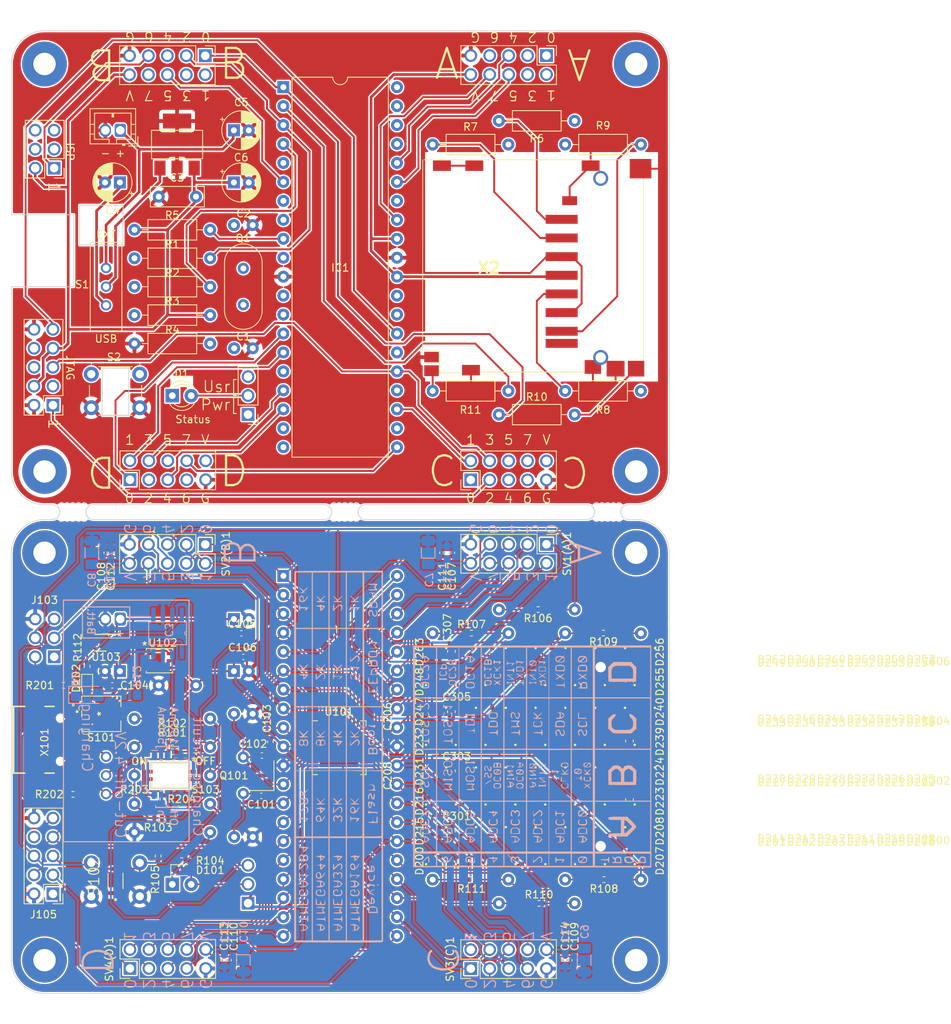
<source format=kicad_pcb>
(kicad_pcb (version 20211014) (generator pcbnew)
  (layers (0 "F.Cu" signal) (31 "B.Cu" signal) (34 "B.Paste" user) (35 "F.Paste" user) (36 "B.SilkS" user "B.Silkscreen") (37 "F.SilkS" user "F.Silkscreen") (38 "B.Mask" user) (39 "F.Mask" user) (44 "Edge.Cuts" user))
  (net 0 "")
  (net 1 "Net-(D1-Pad2)")
  (net 2 "PB0")
  (net 3 "PB1")
  (net 4 "PB2")
  (net 5 "PB3")
  (net 6 "PB4")
  (net 7 "PB5")
  (net 8 "PB6")
  (net 9 "PB7")
  (net 10 "n_reset")
  (net 11 "PD0")
  (net 12 "PD1")
  (net 13 "PD2")
  (net 14 "PD3")
  (net 15 "PD4")
  (net 16 "PD5")
  (net 17 "PD6")
  (net 18 "PD7")
  (net 19 "VDD")
  (net 20 "GND")
  (net 21 "PC0")
  (net 22 "PC1")
  (net 23 "PC2")
  (net 24 "PC3")
  (net 25 "PC4")
  (net 26 "PC5")
  (net 27 "PC6")
  (net 28 "PC7")
  (net 29 "PA7")
  (net 30 "PA6")
  (net 31 "PA5")
  (net 32 "PA4")
  (net 33 "PA3")
  (net 34 "PA2")
  (net 35 "PA1")
  (net 36 "Net-(D1-Pad1)")
  (net 37 "VBUS")
  (net 38 "PA0")
  (net 39 "Net-(D2-Pad1)")
  (net 40 "Net-(IC3-Pad2)")
  (net 41 "Net-(IC3-Pad7)")
  (net 42 "Q1_1")
  (net 43 "Q1_2")
  (net 44 "Net-(D2-Pad2)")
  (net 46 "V_BAT")
  (net 47 "LDO_in")
  (net 48 "USB D+")
  (net 49 "USB D-")
  (net 50 "Net-(R6-Pad2)")
  (net 51 "Net-(R7-Pad1)")
  (net 52 "Net-(R8-Pad1)")
  (net 53 "Net-(R9-Pad1)")
  (net 54 "Net-(R10-Pad2)")
  (net 55 "Net-(R11-Pad1)")
  (net 57 "Net-(D101-Pad2)")
  (net 58 "Net-(D101-Pad1)")
  (net 59 "Net-(D102-Pad1)")
  (net 61 "Net-(R106-Pad2)")
  (net 62 "Net-(R107-Pad1)")
  (net 63 "Net-(R108-Pad1)")
  (net 64 "Net-(R109-Pad1)")
  (net 65 "Net-(R110-Pad2)")
  (net 66 "Net-(R111-Pad1)")
  (net 67 "Net-(R112-Pad2)")
  (net 68 "Net-(R201-Pad1)")
  (net 69 "Net-(R202-Pad1)")
  (net 70 "Net-(R203-Pad2)")
  (net 71 "Net-(R203-Pad1)")
  (net 74 "Net-(D200-Pad1)")
  (net 75 "Net-(D201-Pad1)")
  (net 76 "Net-(D202-Pad1)")
  (net 77 "Net-(D203-Pad1)")
  (net 78 "Net-(D204-Pad1)")
  (net 79 "Net-(D205-Pad1)")
  (net 80 "Net-(D206-Pad1)")
  (net 81 "/internals/Row1/DOUT")
  (net 82 "Net-(D208-Pad1)")
  (net 83 "Net-(D209-Pad1)")
  (net 84 "Net-(D210-Pad1)")
  (net 85 "Net-(D211-Pad1)")
  (net 86 "Net-(D212-Pad1)")
  (net 87 "Net-(D213-Pad1)")
  (net 88 "Net-(D214-Pad1)")
  (net 89 "/internals/Row2/DOUT")
  (net 90 "Net-(D216-Pad1)")
  (net 91 "Net-(D217-Pad1)")
  (net 92 "Net-(D218-Pad1)")
  (net 93 "Net-(D219-Pad1)")
  (net 94 "Net-(D220-Pad1)")
  (net 95 "Net-(D221-Pad1)")
  (net 96 "Net-(D222-Pad1)")
  (net 97 "/internals/Row3/DOUT")
  (net 98 "Net-(D224-Pad1)")
  (net 99 "Net-(D225-Pad1)")
  (net 100 "Net-(D226-Pad1)")
  (net 101 "Net-(D227-Pad1)")
  (net 102 "Net-(D228-Pad1)")
  (net 103 "Net-(D229-Pad1)")
  (net 104 "Net-(D230-Pad1)")
  (net 105 "/internals/Row4/DOUT")
  (net 106 "Net-(D232-Pad1)")
  (net 107 "Net-(D233-Pad1)")
  (net 108 "Net-(D234-Pad1)")
  (net 109 "Net-(D235-Pad1)")
  (net 110 "Net-(D236-Pad1)")
  (net 111 "Net-(D237-Pad1)")
  (net 112 "Net-(D238-Pad1)")
  (net 113 "/internals/Row5/DOUT")
  (net 114 "Net-(D240-Pad1)")
  (net 115 "Net-(D241-Pad1)")
  (net 116 "Net-(D242-Pad1)")
  (net 117 "Net-(D243-Pad1)")
  (net 118 "Net-(D244-Pad1)")
  (net 119 "Net-(D245-Pad1)")
  (net 120 "Net-(D246-Pad1)")
  (net 121 "/internals/Row6/DOUT")
  (net 122 "Net-(D248-Pad1)")
  (net 123 "Net-(D249-Pad1)")
  (net 124 "Net-(D250-Pad1)")
  (net 125 "Net-(D251-Pad1)")
  (net 126 "Net-(D252-Pad1)")
  (net 127 "Net-(D253-Pad1)")
  (net 128 "Net-(D254-Pad1)")
  (net 129 "/internals/Row7/DOUT")
  (net 130 "Net-(D256-Pad1)")
  (net 131 "Net-(D257-Pad1)")
  (net 132 "Net-(D258-Pad1)")
  (net 133 "Net-(D259-Pad1)")
  (net 134 "Net-(D260-Pad1)")
  (net 135 "Net-(D261-Pad1)")
  (net 136 "Net-(D262-Pad1)")
  (net 137 "/internals/Row8/DOUT")
  (net 138 "Net-(R204-Pad2)")
  (footprint "Resistor_THT:R_Axial_DIN0207_L6.3mm_D2.5mm_P10.16mm_Horizontal" (layer "F.Cu") (at 175.26 125.73)
    (fp_text reference "R1" hide)
    (fp_text value "68")
  )
  (footprint "footprints:INPI15TAT5R5G5B" (layer "F.Cu") (at 235.728391 136.95749 180)
    (fp_text reference "D210")
    (fp_text value "IN-PI15TAT5R5G5B" hide)
  )
  (footprint "footprints:INPI15TAT5R5G5B" (layer "F.Cu") (at 231.728391 136.95749 180)
    (fp_text reference "D211")
    (fp_text value "IN-PI15TAT5R5G5B" hide)
  )
  (footprint "Resistor_SMD:R_0402_1005Metric" (layer "F.Cu") (at 229.5398 146.685)
    (fp_text reference "R110")
    (fp_text value "68")
  )
  (footprint "MountingHole:MountingHole_3mm_Pad" (layer "F.Cu") (at 242.57 99.695)
    (fp_text reference "REF**" hide)
    (fp_text value "MountingHole_3mm_Pad")
  )
  (footprint "Capacitor_SMD:C_0603_1608Metric" (layer "F.Cu") (at 241.668014 124.925419 90)
    (fp_text reference "C304")
    (fp_text value "10u")
  )
  (footprint "Capacitor_THT:CP_Radial_D5.0mm_P2.00mm" (layer "F.Cu") (at 188.595 50.07)
    (fp_text reference "C6")
    (fp_text value "100uf")
  )
  (footprint "footprints:INPI15TAT5R5G5B" (layer "F.Cu") (at 215.718014 124.967419)
    (fp_text reference "D232")
    (fp_text value "IN-PI15TAT5R5G5B" hide)
  )
  (footprint "footprints:INPI15TAT5R5G5B" (layer "F.Cu") (at 235.732 112.95 180)
    (fp_text reference "D258")
    (fp_text value "IN-PI15TAT5R5G5B" hide)
  )
  (footprint "footprints:INPI15TAT5R5G5B" (layer "F.Cu") (at 223.717614 116.957082)
    (fp_text reference "D250")
    (fp_text value "IN-PI15TAT5R5G5B" hide)
  )
  (footprint "Capacitor_SMD:C_0402_1005Metric" (layer "F.Cu") (at 187.2996 154.2796 -90)
    (fp_text reference "C113")
    (fp_text value "100nf")
  )
  (footprint "footprints:INPI15TAT5R5G5B" (layer "F.Cu") (at 219.717614 116.957082)
    (fp_text reference "D249")
    (fp_text value "IN-PI15TAT5R5G5B" hide)
  )
  (footprint "footprints:PinSocket_2x05_P2.54mm zero footprint mirror" (layer "F.Cu") (at 230.54 35.465 -90)
    (fp_text reference "SV1(A)1" hide)
    (fp_text value "Conn_02x05_Odd_Even")
  )
  (footprint "Resistor_THT:R_Axial_DIN0207_L6.3mm_D2.5mm_P10.16mm_Horizontal" (layer "F.Cu") (at 224.155 146.685)
    (fp_text reference "R10" hide)
    (fp_text value "68")
  )
  (footprint "Resistor_SMD:R_0402_1005Metric" (layer "F.Cu") (at 220.472 110.4646)
    (fp_text reference "R107")
    (fp_text value "68")
  )
  (footprint "Capacitor_THT:CP_Radial_D5.0mm_P2.00mm" (layer "F.Cu") (at 173.310113 115.57 180)
    (fp_text reference "C4" hide)
    (fp_text value "10uf")
  )
  (footprint "Crystal:Crystal_HC49-4H_Vertical" (layer "F.Cu") (at 189.865 127.09 -90)
    (fp_text reference "Q1" hide)
    (fp_text value "12MHz")
  )
  (footprint "Capacitor_SMD:C_0402_1005Metric" (layer "F.Cu") (at 192.3542 126.873 180)
    (fp_text reference "C102")
    (fp_text value "22pf")
  )
  (footprint "footprints:INPI15TAT5R5G5B" (layer "F.Cu") (at 223.732 112.95 180)
    (fp_text reference "D261")
    (fp_text value "IN-PI15TAT5R5G5B" hide)
  )
  (footprint "footprints:INPI15TAT5R5G5B" (layer "F.Cu") (at 231.717614 116.957082)
    (fp_text reference "D252")
    (fp_text value "IN-PI15TAT5R5G5B" hide)
  )
  (footprint "footprints:NCV8605MN33T2G" (layer "F.Cu") (at 178.625149 114.17015)
    (fp_text reference "U102")
    (fp_text value "NCV8605MN33T2G" hide)
  )
  (footprint "footprints:INPI15TAT5R5G5B" (layer "F.Cu") (at 231.722391 128.95349 180)
    (fp_text reference "D227")
    (fp_text value "IN-PI15TAT5R5G5B" hide)
  )
  (footprint "Resistor_SMD:R_0402_1005Metric" (layer "F.Cu") (at 180.34 125.095 180)
    (fp_text reference "R101")
    (fp_text value "68")
  )
  (footprint "footprints:PinSocket_2x05_P2.54mm zero footprint mirror" (layer "F.Cu") (at 220.375 87.535 90)
    (fp_text reference "SV3(C)1" hide)
    (fp_text value "Conn_02x05_Odd_Even")
  )
  (footprint "Capacitor_SMD:C_0603_1608Metric" (layer "F.Cu") (at 217.784575 128.930175 -90)
    (fp_text reference "C303")
    (fp_text value "10u")
  )
  (footprint "footprints:INPI15TAT5R5G5B" (layer "F.Cu") (at 215.728391 140.95749)
    (fp_text reference "D200")
    (fp_text value "IN-PI15TAT5R5G5B" hide)
  )
  (footprint "footprints:GCT_USB4110-GF-A_REVB" (layer "F.Cu") (at 165.3337 124.7648 -90)
    (fp_text reference "X101")
    (fp_text value "USB_C_Receptacle_USB2.0")
  )
  (footprint "footprints:INPI15TAT5R5G5B" (layer "F.Cu") (at 235.719138 132.961487)
    (fp_text reference "D221")
    (fp_text value "IN-PI15TAT5R5G5B" hide)
  )
  (footprint "Resistor_THT:R_Axial_DIN0207_L6.3mm_D2.5mm_P10.16mm_Horizontal" (layer "F.Cu") (at 185.42 137.16 180)
    (fp_text reference "R4" hide)
    (fp_text value "220")
  )
  (footprint "footprints:PinSocket_2x03_P2.54mm zero footprint mirror" (layer "F.Cu") (at 162.085 113.65 180)
    (fp_text reference "J103")
    (fp_text value "ISP")
  )
  (footprint "Resistor_SMD:R_0402_1005Metric" (layer "F.Cu") (at 229.4128 107.315 180)
    (fp_text reference "R106")
    (fp_text value "68")
  )
  (footprint "Capacitor_SMD:C_0402_1005Metric" (layer "F.Cu") (at 170.815 99.695 90)
    (fp_text reference "C108")
    (fp_text value "10uf")
  )
  (footprint "Package_DFN_QFN:QFN-44-1EP_7x7mm_P0.5mm_EP5.2x5.2mm" (layer "F.Cu") (at 202.7174 125.8316)
    (fp_text reference "U101")
    (fp_text value "ATmega1284P-M")
  )
  (footprint "Capacitor_SMD:C_0402_1005Metric" (layer "F.Cu") (at 188.595 154.305 -90)
    (fp_text reference "C110")
    (fp_text value "10uf")
  )
  (footprint "footprints:SW_TL3780AF240QG" (layer "F.Cu") (at 172.72 143.688022 90)
    (fp_text reference "S102")
    (fp_text value "SW_SPST")
  )
  (footprint "Capacitor_THT:CP_Radial_D5.0mm_P2.00mm" (layer "F.Cu") (at 188.595 108.585)
    (fp_text reference "C5" hide)
    (fp_text value "10uf")
  )
  (footprint "Resistor_THT:R_Axial_DIN0207_L6.3mm_D2.5mm_P10.16mm_Horizontal" (layer "F.Cu") (at 185.42 129.54 180)
    (fp_text reference "R2" hide)
    (fp_text value "68")
  )
  (footprint "Resistor_SMD:R_0402_1005Metric" (layer "F.Cu") (at 167.005 132.08)
    (fp_text reference "R202")
    (fp_text value "5.1k")
  )
  (footprint "Resistor_THT:R_Axial_DIN0207_L6.3mm_D2.5mm_P10.16mm_Horizontal" (layer "F.Cu") (at 185.42 71.66 180)
    (fp_text reference "R4")
    (fp_text value "220")
  )
  (footprint "footprints:PinHeader_1x03_P2.54mm zero footprint" (layer "F.Cu") (at 190.5 81.17 180)
    (fp_text reference "JP3" hide)
    (fp_text value "Conn_01x03")
  )
  (footprint "footprints:INPI15TAT5R5G5B" (layer "F.Cu") (at 215.722391 128.95349 180)
    (fp_text reference "D231")
    (fp_text value "IN-PI15TAT5R5G5B" hide)
  )
  (footprint "footprints:INPI15TAT5R5G5B" (layer "F.Cu") (at 239.728391 140.95749)
    (fp_text reference "D206")
    (fp_text value "IN-PI15TAT5R5G5B" hide)
  )
  (footprint "footprints:INPI15TAT5R5G5B" (layer "F.Cu") (at 219.728391 140.95749)
    (fp_text reference "D201")
    (fp_text value "IN-PI15TAT5R5G5B" hide)
  )
  (footprint "Resistor_THT:R_Axial_DIN0207_L6.3mm_D2.5mm_P10.16mm_Horizontal" (layer "F.Cu") (at 185.42 133.35 180)
    (fp_text reference "R3" hide)
    (fp_text value "1.5k")
  )
  (footprint "footprints:INPI15TAT5R5G5B" (layer "F.Cu") (at 219.718014 124.967419)
    (fp_text reference "D233")
    (fp_text value "IN-PI15TAT5R5G5B" hide)
  )
  (footprint "Capacitor_THT:CP_Radial_D5.0mm_P2.00mm" (layer "F.Cu") (at 188.595 115.57)
    (fp_text reference "C6" hide)
    (fp_text value "100uf")
  )
  (footprint "footprints:INPI15TAT5R5G5B" (layer "F.Cu") (at 235.717614 116.957082)
    (fp_text reference "D253")
    (fp_text value "IN-PI15TAT5R5G5B" hide)
  )
  (footprint "Crystal:Crystal_HC49-4H_Vertical" (layer "F.Cu") (at 189.865 61.59 -90)
    (fp_text reference "Q1")
    (fp_text value "12MHz")
  )
  (footprint "footprints:INPI15TAT5R5G5B" (layer "F.Cu") (at 243.728391 136.95749 180)
    (fp_text reference "D208")
    (fp_text value "IN-PI15TAT5R5G5B" hide)
  )
  (footprint "footprints:INPI15TAT5R5G5B" (layer "F.Cu") (at 243.717614 116.957082)
    (fp_text reference "D255")
    (fp_text value "IN-PI15TAT5R5G5B" hide)
  )
  (footprint "Capacitor_SMD:C_0402_1005Metric" (layer "F.Cu") (at 209 126.75 90)
    (fp_text reference "C205")
    (fp_text value "100nf")
  )
  (footprint "" (layer "F.Cu") (at 242.57 88.805)
    (fp_text reference "")
    (fp_text value "")
  )
  (footprint "Capacitor_SMD:C_0603_1608Metric" (layer "F.Cu") (at 217.769457 120.996189 -90)
    (fp_text reference "C305")
    (fp_text value "10u")
  )
  (footprint "Capacitor_SMD:C_0402_1005Metric" (layer "F.Cu") (at 217.84 99.695 90)
    (fp_text reference "C107")
    (fp_text value "10uf")
  )
  (footprint "footprints:INPI15TAT5R5G5B" (layer "F.Cu") (at 239.717614 116.957082)
    (fp_text reference "D254")
    (fp_text value "IN-PI15TAT5R5G5B" hide)
  )
  (footprint "footprints:INPI15TAT5R5G5B" (layer "F.Cu") (at 227.717614 116.957082)
    (fp_text reference "D251")
    (fp_text value "IN-PI15TAT5R5G5B" hide)
  )
  (footprint "footprints:INPI15TAT5R5G5B" (layer "F.Cu") (at 227.722391 128.95349 180)
    (fp_text reference "D228")
    (fp_text value "IN-PI15TAT5R5G5B" hide)
  )
  (footprint "footprints:INPI15TAT5R5G5B" (layer "F.Cu") (at 227.728391 136.95749 180)
    (fp_text reference "D212")
    (fp_text value "IN-PI15TAT5R5G5B" hide)
  )
  (footprint "footprints:INPI15TAT5R5G5B" (layer "F.Cu") (at 227.719457 120.954189 180)
    (fp_text reference "D244")
    (fp_text value "IN-PI15TAT5R5G5B" hide)
  )
  (footprint "footprints:INPI15TAT5R5G5B" (layer "F.Cu") (at 215.732 112.95 180)
    (fp_text reference "D263")
    (fp_text value "IN-PI15TAT5R5G5B" hide)
  )
  (footprint "footprints:INPI15TAT5R5G5B" (layer "F.Cu") (at 231.728391 140.95749)
    (fp_text reference "D204")
    (fp_text value "IN-PI15TAT5R5G5B" hide)
  )
  (footprint "footprints:INPI15TAT5R5G5B" (layer "F.Cu") (at 227.719138 132.961487)
    (fp_text reference "D219")
    (fp_text value "IN-PI15TAT5R5G5B" hide)
  )
  (footprint "Capacitor_SMD:C_0402_1005Metric" (layer "F.Cu") (at 234.315 154.305 -90)
    (fp_text reference "C109")
    (fp_text value "10uf")
  )
  (footprint "Capacitor_THT:C_Disc_D7.0mm_W2.5mm_P5.00mm" (layer "F.Cu") (at 183.515 51.975 180)
    (fp_text reference "C3")
    (fp_text value "100nf")
  )
  (footprint "footprints:EG1218" (layer "F.Cu") (at 171.45 66.54 180)
    (fp_text reference "S1" hide)
    (fp_text value "S1")
  )
  (footprint "MountingHole:MountingHole_3mm_Pad" (layer "F.Cu") (at 242.57 34.195)
    (fp_text reference "REF**" hide)
    (fp_text value "MountingHole_3mm_Pad")
  )
  (footprint "Resistor_THT:R_Axial_DIN0207_L6.3mm_D2.5mm_P10.16mm_Horizontal" (layer "F.Cu") (at 243.205 44.99 180)
    (fp_text reference "R9")
    (fp_text value "68")
  )
  (footprint "" (layer "F.Cu") (at 242.57 154.305)
    (fp_text reference "")
    (fp_text value "")
  )
  (footprint "footprints:INPI15TAT5R5G5B" (layer "F.Cu") (at 223.719138 132.961487)
    (fp_text reference "D218")
    (fp_text value "IN-PI15TAT5R5G5B" hide)
  )
  (footprint "footprints:INPI15TAT5R5G5B" (layer "F.Cu") (at 239.722391 128.95349 180)
    (fp_text reference "D225")
    (fp_text value "IN-PI15TAT5R5G5B" hide)
  )
  (footprint "footprints:INPI15TAT5R5G5B" (layer "F.Cu") (at 239.718014 124.967419)
    (fp_text reference "D238")
    (fp_text value "IN-PI15TAT5R5G5B" hide)
  )
  (footprint "footprints:INPI15TAT5R5G5B" (layer "F.Cu") (at 239.719457 120.954189 180)
    (fp_text reference "D241")
    (fp_text value "IN-PI15TAT5R5G5B" hide)
  )
  (footprint "footprints:INPI15TAT5R5G5B" (layer "F.Cu") (at 219.719457 120.954189 180)
    (fp_text reference "D246")
    (fp_text value "IN-PI15TAT5R5G5B" hide)
  )
  (footprint "Resistor_THT:R_Axial_DIN0207_L6.3mm_D2.5mm_P10.16mm_Horizontal" (layer "F.Cu") (at 233.045 78.01)
    (fp_text reference "R8")
    (fp_text value "68")
  )
  (footprint "Resistor_SMD:R_0402_1005Metric" (layer "F.Cu") (at 177.8 132.715 90)
    (fp_text reference "R203")
    (fp_text value "2.5k")
  )
  (footprint "Capacitor_SMD:C_0603_1608Metric" (layer "F.Cu") (at 217.782 112.908 -90)
    (fp_text reference "C307")
    (fp_text value "10u")
  )
  (footprint "Capacitor_SMD:C_0402_1005Metric" (layer "F.Cu") (at 216.57 99.695 90)
    (fp_text reference "C111")
    (fp_text value "100nf")
  )
  (footprint "Capacitor_SMD:C_0402_1005Metric" (layer "F.Cu") (at 192.278 132.2832 180)
    (fp_text reference "C101")
    (fp_text value "22pf")
  )
  (footprint "footprints:INPI15TAT5R5G5B" (layer "F.Cu") (at 243.722391 128.95349 180)
    (fp_text reference "D224")
    (fp_text value "IN-PI15TAT5R5G5B" hide)
  )
  (footprint "Capacitor_SMD:C_0603_1608Metric" (layer "F.Cu") (at 241.667614 116.915082 90)
    (fp_text reference "C306")
    (fp_text value "10u")
  )
  (footprint "Capacitor_THT:CP_Radial_D5.0mm_P2.00mm" (layer "F.Cu") (at 173.310113 50.07 180)
    (fp_text reference "C4")
    (fp_text value "10uf")
  )
  (footprint "Resistor_SMD:R_0402_1005Metric" (layer "F.Cu") (at 179.07 132.715 90)
    (fp_text reference "R204")
    (fp_text value "10k")
  )
  (footprint "footprints:INPI15TAT5R5G5B" (layer "F.Cu") (at 219.732 112.95 180)
    (fp_text reference "D262")
    (fp_text value "IN-PI15TAT5R5G5B" hide)
  )
  (footprint "footprints:sd card" (layer "F.Cu") (at 237.807172 127.025 90)
    (fp_text reference "X102" hide)
    (fp_text value "SD_Card" hide)
  )
  (footprint "Resistor_SMD:R_0402_1005Metric" (layer "F.Cu") (at 220.472 143.51)
    (fp_text reference "R111")
    (fp_text value "68")
  )
  (footprint "footprints:INPI15TAT5R5G5B" (layer "F.Cu") (at 243.719457 120.954189 180)
    (fp_text reference "D240")
    (fp_text value "IN-PI15TAT5R5G5B" hide)
  )
  (footprint "Capacitor_SMD:C_0402_1005Metric" (layer "F.Cu") (at 189.865 113.665 180)
    (fp_text reference "C106")
    (fp_text value "10uf")
  )
  (footprint "footprints:PinSocket_2x05_P2.54mm zero footprint mirror" (layer "F.Cu") (at 161.925 79.915 180)
    (fp_text reference "J5" hide)
    (fp_text value "JTAG")
  )
  (footprint "footprints:INPI15TAT5R5G5B" (layer "F.Cu") (at 223.722391 128.95349 180)
    (fp_text reference "D229")
    (fp_text value "IN-PI15TAT5R5G5B" hide)
  )
  (footprint "Capacitor_SMD:C_0402_1005Metric" (layer "F.Cu") (at 189.595 110.5 180)
    (fp_text reference "C105")
    (fp_text value "10uf")
  )
  (footprint "Resistor_SMD:R_0402_1005Metric" (layer "F.Cu") (at 168.91 114.935 90)
    (fp_text reference "R112")
    (fp_text value "470")
  )
  (footprint "footprints:CVS-02TB mirrored" (layer "F.Cu") (at 180.0846 129.54)
    (fp_text reference "S103")
    (fp_text value "SW_DPST_x2" hide)
    (fp_rect (start -2.667 -1.778) (end 2.667 1.778) (layer "Edge.Cuts") (width 0.12) (fill none))
  )
  (footprint "Resistor_SMD:R_0402_1005Metric" (layer "F.Cu") (at 238.1758 110.4646 180)
    (fp_text reference "R109")
    (fp_text value "68")
  )
  (footprint "footprints:PinSocket_2x05_P2.54mm zero footprint mirror" (layer "F.Cu") (at 230.54 100.965 -90)
    (fp_text reference "SV1(A)1")
    (fp_text value "Conn_02x05_Odd_Even")
  )
  (footprint "Capacitor_SMD:C_0402_1005Metric" (layer "F.Cu") (at 172.1104 99.695 90)
    (fp_text reference "C112")
    (fp_text value "100nf")
  )
  (footprint "footprints:INPI15TAT5R5G5B" (layer "F.Cu") (at 223.719457 120.954189 180)
    (fp_text reference "D245")
    (fp_text value "IN-PI15TAT5R5G5B" hide)
  )
  (footprint "Resistor_THT:R_Axial_DIN0207_L6.3mm_D2.5mm_P10.16mm_Horizontal" (layer "F.Cu") (at 243.205 110.49 180)
    (fp_text reference "R9" hide)
    (fp_text value "68")
  )
  (footprint "Resistor_THT:R_Axial_DIN0207_L6.3mm_D2.5mm_P10.16mm_Horizontal" (layer "F.Cu") (at 185.42 64.04 180)
    (fp_text reference "R2")
    (fp_text value "68")
  )
  (footprint "Resistor_THT:R_Axial_DIN0207_L6.3mm_D2.5mm_P10.16mm_Horizontal" (layer "F.Cu") (at 185.42 67.85 180)
    (fp_text reference "R3")
    (fp_text value "1.5k")
  )
  (footprint "" (layer "F.Cu") (at 163.195 34.195)
    (fp_text reference "")
    (fp_text value "")
  )
  (footprint "Package_DIP:DIP-40_W15.24mm" (layer "F.Cu") (at 195.24 37.3)
    (fp_text reference "IC1")
    (fp_text value "ATmega1284P-P")
  )
  (footprint "Package_DFN_QFN:DFN-8-1EP_3x2mm_P0.5mm_EP1.75x1.45mm" (layer "F.Cu") (at 171.45 111.76 180)
    (fp_text reference "U103")
    (fp_text value "MCP73831-2-MC")
  )
  (footprint "footprints:sd card" (layer "F.Cu") (at 237.807172 61.525 90)
    (fp_text reference "X2")
    (fp_text value "SD_Card" hide)
  )
  (footprint "footprints:INPI15TAT5R5G5B" (layer "F.Cu") (at 215.728391 136.95749 180)
    (fp_text reference "D215")
    (fp_text value "IN-PI15TAT5R5G5B" hide)
  )
  (footprint "Resistor_THT:R_Axial_DIN0207_L6.3mm_D2.5mm_P10.16mm_Horizontal" (layer "F.Cu") (at 175.26 56.42)
    (fp_text reference "R5")
    (fp_text value "10k")
  )
  (footprint "Resistor_SMD:R_0402_1005Metric" (layer "F.Cu") (at 178.435 135.255 180)
    (fp_text reference "R103")
    (fp_text value "1.5k")
  )
  (footprint "footprints:mouse-bite-3mm-slot" (layer "F.Cu") (at 238.75 94.25)
    (fp_text reference "mouse-bite-3mm-slot" hide)
    (fp_text value "VAL**" hide)
  )
  (footprint "LED_THT:LED_D3.0mm" (layer "F.Cu") (at 180.335 78.645)
    (fp_text reference "D1")
    (fp_text value "LED")
  )
  (footprint "Resistor_SMD:R_0402_1005Metric" (layer "F.Cu") (at 238.252 143.51)
    (fp_text reference "R108")
    (fp_text value "68")
  )
  (footprint "Resistor_THT:R_Axial_DIN0207_L6.3mm_D2.5mm_P10.16mm_Horizontal" (layer "F.Cu") (at 175.26 60.23)
    (fp_text reference "R1")
    (fp_text value "68")
  )
  (footprint "Capacitor_SMD:C_0402_1005Metric" (layer "F.Cu") (at 193.4972 125.0442 -90)
    (fp_text reference "C103")
    (fp_text value "100nf")
  )
  (footprint "Resistor_THT:R_Axial_DIN0207_L6.3mm_D2.5mm_P10.16mm_Horizontal" (layer "F.Cu") (at 175.26 121.92)
    (fp_text reference "R5" hide)
    (fp_text value "10k")
  )
  (footprint "Capacitor_SMD:C_0402_1005Metric" (layer "F.Cu") (at 172.2882 117.475)
    (fp_text reference "C104")
    (fp_text value "10uf")
  )
  (footprint "Capacitor_THT:C_Disc_D7.0mm_W2.5mm_P5.00mm" (layer "F.Cu") (at 183.515 117.475 180)
    (fp_text reference "C3" hide)
    (fp_text value "100nf")
  )
  (footprint "footprints:INPI15TAT5R5G5B" (layer "F.Cu") (at 235.722391 128.95349 180)
    (fp_text reference "D226")
    (fp_text value "IN-PI15TAT5R5G5B" hide)
  )
  (footprint "footprints:INPI15TAT5R5G5B" (layer "F.Cu") (at 223.728391 136.95749 180)
    (fp_text reference "D213")
    (fp_text value "IN-PI15TAT5R5G5B" hide)
  )
  (footprint "Package_TO_SOT_SMD:SOT-223-3_TabPin2" (layer "F.Cu") (at 180.975 44.99 90)
    (fp_text reference "IC2" hide)
    (fp_text value "MCP1825S")
  )
  (footprint "footprints:INPI15TAT5R5G5B" (layer "F.Cu") (at 243.718014 124.967419)
    (fp_text reference "D239")
    (fp_text value "IN-PI15TAT5R5G5B" hide)
  )
  (footprint "LED_SMD:LED_0603_1608Metric" (layer "F.Cu") (at 168.91 117.475 -90)
    (fp_text reference "D102")
    (fp_text value "CHRG")
  )
  (footprint "footprints:INPI15TAT5R5G5B" (layer "F.Cu") (at 223.728391 140.95749)
    (fp_text reference "D202")
    (fp_text value "IN-PI15TAT5R5G5B" hide)
  )
  (footprint "footprints:INPI15TAT5R5G5B" (layer "F.Cu") (at 215.717614 116.957082)
    (fp_text reference "D248")
    (fp_text value "IN-PI15TAT5R5G5B" hide)
  )
  (footprint "Resistor_THT:R_Axial_DIN0207_L6.3mm_D2.5mm_P10.16mm_Horizontal" (layer "F.Cu") (at 224.155 81.185)
    (fp_text reference "R10")
    (fp_text value "68")
  )
  (footprint "Connector_JST:JST_PH_B2B-PH-K_1x02_P2.00mm_Vertical" (layer "F.Cu") (at 173.355 43.085 180)
    (fp_text reference "X3" hide)
    (fp_text value "BAT")
  )
  (footprint "footprints:INPI15TAT5R5G5B" (layer "F.Cu") (at 239.732 112.95 180)
    (fp_text reference "D257")
    (fp_text value "IN-PI15TAT5R5G5B" hide)
  )
  (footprint "footprints:PinHeader_1x03_P2.54mm zero footprint" (layer "F.Cu") (at 190.5 146.67 180)
    (fp_text reference "JP103" hide)
    (fp_text value "Conn_01x03")
  )
  (footprint "Crystal:Crystal_SMD_Abracon_ABM8G-4Pin_3.2x2.5mm" (layer "F.Cu") (at 192.3288 129.5654 90)
    (fp_text reference "Q101")
    (fp_text value "12MHz")
  )
  (footprint "footprints:INPI15TAT5R5G5B" (layer "F.Cu") (at 219.722391 128.95349 180)
    (fp_text reference "D230")
    (fp_text value "IN-PI15TAT5R5G5B" hide)
  )
  (footprint "Resistor_THT:R_Axial_DIN0207_L6.3mm_D2.5mm_P10.16mm_Horizontal" (layer "F.Cu") (at 215.265 110.49)
    (fp_text reference "R7" hide)
    (fp_text value "68")
  )
  (footprint "footprints:INPI15TAT5R5G5B" (layer "F.Cu") (at 231.719138 132.961487)
    (fp_text reference "D220")
    (fp_text value "IN-PI15TAT5R5G5B" hide)
  )
  (footprint "footprints:INPI15TAT5R5G5B" (layer "F.Cu") (at 239.719138 132.961487)
    (fp_text reference "D222")
    (fp_text value "IN-PI15TAT5R5G5B" hide)
  )
  (footprint "footprints:mouse-bite-3mm-slot" (layer "F.Cu") (at 203.5 94.25)
    (fp_text reference "mouse-bite-3mm-slot" hide)
    (fp_text value "VAL**" hide)
  )
  (footprint "Capacitor_THT:C_Disc_D3.8mm_W2.6mm_P2.50mm" (layer "F.Cu") (at 191.135 137.795 180)
    (fp_text reference "C1" hide)
    (fp_text value "22pf")
  )
  (footprint "footprints:INPI15TAT5R5G5B" (layer "F.Cu") (at 231.719457 120.954189 180)
    (fp_text reference "D243")
    (fp_text value "IN-PI15TAT5R5G5B" hide)
  )
  (footprint "Capacitor_SMD:C_0603_1608Metric" (layer "F.Cu") (at 241.669138 132.793487 90)
    (fp_text reference "C302")
    (fp_text value "10u")
  )
  (footprint "footprints:INPI15TAT5R5G5B" (layer "F.Cu") (at 235.728391 140.95749)
    (fp_text reference "D205")
    (fp_text value "IN-PI15TAT5R5G5B" hide)
  )
  (footprint "" (layer "F.Cu") (at 163.195 99.695)
    (fp_text reference "")
    (fp_text value "")
  )
  (footprint "footprints:PinSocket_2x05_P2.54mm zero footprint mirror" (layer "F.Cu") (at 174.655 87.515 90)
    (fp_text reference "SV4(D)1" hide)
    (fp_text value "Conn_02x05_Odd_Even")
  )
  (footprint "footprints:INPI15TAT5R5G5B" (layer "F.Cu") (at 243.728391 140.95749)
    (fp_text reference "D207")
    (fp_text value "IN-PI15TAT5R5G5B" hide)
  )
  (footprint "Resistor_THT:R_Axial_DIN0207_L6.3mm_D2.5mm_P10.16mm_Horizontal" (layer "F.Cu") (at 233.045 143.51)
    (fp_text reference "R8" hide)
    (fp_text value "68")
  )
  (footprint "Capacitor_SMD:C_0603_1608Metric" (layer "F.Cu") (at 217.778391 136.99949 -90)
    (fp_text reference "C301")
    (fp_text value "10u")
  )
  (footprint "footprints:INPI15TAT5R5G5B" (layer "F.Cu") (at 243.719138 132.961487)
    (fp_text reference "D223")
    (fp_text value "IN-PI15TAT5R5G5B" hide)
  )
  (footprint "Resistor_SMD:R_0402_1005Metric" (layer "F.Cu") (at 165.735 117.475)
    (fp_text reference "R201")
    (fp_text value "5.1k")
  )
  (footprint "footprints:INPI15TAT5R5G5B" (layer "F.Cu") (at 227.718014 124.967419)
    (fp_text reference "D235")
    (fp_text value "IN-PI15TAT5R5G5B" hide)
  )
  (footprint "footprints:INPI15TAT5R5G5B" (layer "F.Cu") (at 227.732 112.95 180)
    (fp_text reference "D260")
    (fp_text value "IN-PI15TAT5R5G5B" hide)
  )
  (footprint "footprints:INPI15TAT5R5G5B" (layer "F.Cu") (at 239.728391 136.95749 180)
    (fp_text reference "D209")
    (fp_text value "IN-PI15TAT5R5G5B" hide)
  )
  (footprint "Button_Switch_THT:SW_PUSH_6mm" (layer "F.Cu") (at 175.97 80.26 180)
    (fp_text reference "S2")
    (fp_text value "SW_SPST")
  )
  (footprint "footprints:PinSocket_2x03_P2.54mm zero footprint mirror" (layer "F.Cu") (at 162.085 48.15 180)
    (fp_text reference "J3" hide)
    (fp_text value "ISP")
  )
  (footprint "LED_THT:LED_D3.0mm" (layer "F.Cu") (at 180.335 144.145)
    (fp_text reference "D1" hide)
    (fp_text value "LED")
  )
  (footprint "Resistor_SMD:R_0402_1005Metric" (layer "F.Cu") (at 181.61 140.97)
    (fp_text reference "R104")
    (fp_text value "220")
  )
  (footprint "footprints:INPI15TAT5R5G5B" (layer "F.Cu") (at 243.732 112.95 180)
    (fp_text reference "D256")
    (fp_text value "IN-PI15TAT5R5G5B" hide)
  )
  (footprint "" (layer "F.Cu") (at 163.195 154.305)
    (fp_text reference "")
    (fp_text value "")
  )
  (footprint "Resistor_THT:R_Axial_DIN0207_L6.3mm_D2.5mm_P10.16mm_Horizontal" (layer "F.Cu") (at 215.265 78.01)
    (fp_text reference "R11")
    (fp_text value "68")
  )
  (footprint "Capacitor_SMD:C_0603_1608Metric" (layer "F.Cu") (at 241.678391 140.95749 90)
    (fp_text reference "C300")
    (fp_text value "10u")
  )
  (footprint "footprints:PinSocket_2x05_P2.54mm zero footprint mirror" (layer "F.Cu") (at 161.925 145.415 180)
    (fp_text reference "J105")
    (fp_text value "JTAG")
  )
  (footprint "footprints:INPI15TAT5R5G5B" (layer "F.Cu") (at 215.719457 120.954189 180)
    (fp_text reference "D247")
    (fp_text value "IN-PI15TAT5R5G5B" hide)
  )
  (footprint "Resistor_THT:R_Axial_DIN0207_L6.3mm_D2.5mm_P10.16mm_Horizontal" (layer "F.Cu") (at 234.315 41.815 180)
    (fp_text reference "R6")
    (fp_text value "68")
  )
  (footprint "Connector_JST:JST_PH_B2B-PH-K_1x02_P2.00mm_Vertical" (layer "F.Cu") (at 173.355 108.585 180)
    (fp_text reference "X103" hide)
    (fp_text value "BAT")
  )
  (footprint "Capacitor_SMD:C_0402_1005Metric" (layer "F.Cu") (at 233.045 154.305 -90)
    (fp_text reference "C114")
    (fp_text value "100nf")
  )
  (footprint "footprints:INPI15TAT5R5G5B" (layer "F.Cu") (at 231.718014 124.967419)
    (fp_text reference "D236")
    (fp_text value "IN-PI15TAT5R5G5B" hide)
  )
  (footprint "footprints:PinSocket_2x05_P2.54mm zero footprint mirror" (layer "F.Cu") (at 220.375 153.035 90)
    (fp_text reference "SV3(C)1")
    (fp_text value "Conn_02x05_Odd_Even")
  )
  (footprint "Resistor_SMD:R_0402_1005Metric" (layer "F.Cu") (at 180.34 126.365)
    (fp_text reference "R102")
    (fp_text value "68")
  )
  (footprint "footprints:INPI15TAT5R5G5B" (layer "F.Cu") (at 235.719457 120.954189 180)
    (fp_text reference "D242")
    (fp_text value "IN-PI15TAT5R5G5B" hide)
  )
  (footprint "" (layer "F.Cu") (at 163.195 88.805)
    (fp_text reference "")
    (fp_text value "")
  )
  (footprint "Capacitor_THT:C_Disc_D3.8mm_W2.6mm_P2.50mm" (layer "F.Cu") (at 191.115 121.285 180)
    (fp_text reference "C2" hide)
    (fp_text value "22pf")
  )
  (footprint "footprints:INPI15TAT5R5G5B" (layer "F.Cu") (at 235.718014 124.967419)
    (fp_text reference "D237")
    (fp_text value "IN-PI15TAT5R5G5B" hide)
  )
  (footprint "footprints:INPI15TAT5R5G5B" (layer "F.Cu") (at 215.719138 132.961487)
    (fp_text reference "D216")
    (fp_text value "IN-PI15TAT5R5G5B" hide)
  )
  (footprint "footprints:PinSocket_2x05_P2.54mm zero footprint mirror" (layer "F.Cu") (at 184.755 100.985 -90)
    (fp_text reference "SV2(B)1")
    (fp_text value "Conn_02x05_Odd_Even")
  )
  (footprint "footprints:INPI15TAT5R5G5B" (layer "F.Cu") (at 219.728391 136.95749 180)
    (fp_text reference "D214")
    (fp_text value "IN-PI15TAT5R5G5B" hide)
  )
  (footprint "footprints:mouse-bite-3mm-slot" (layer "F.Cu") (at 166.988 94.25)
    (fp_text reference "mouse-bite-3mm-slot" hide)
    (fp_text value "VAL**" hide)
  )
  (footprint "LED_SMD:LED_0603_1608Metric" (layer "F.Cu") (at 181.61 142.24)
    (fp_text reference "D101")
    (fp_text value "LED")
  )
  (footprint "footprints:INPI15TAT5R5G5B" (layer "F.Cu") (at 227.728391 140.95749)
    (fp_text reference "D203")
    (fp_text value "IN-PI15TAT5R5G5B" hide)
  )
  (footprint "Capacitor_THT:CP_Radial_D5.0mm_P2.00mm" (layer "F.Cu") (at 188.595 43.085)
    (fp_text reference "C5")
    (fp_text value "10uf")
  )
  (footprint "Capacitor_THT:C_Disc_D3.8mm_W2.6mm_P2.50mm" (layer "F.Cu") (at 191.115 55.785 180)
    (fp_text reference "C2")
    (fp_text value "22pf")
  )
  (footprint "footprints:INPI15TAT5R5G5B" (layer "F.Cu") (at 231.732 112.95 180)
    (fp_text reference "D259")
    (fp_text value "IN-PI15TAT5R5G5B" hide)
  )
  (footprint "Capacitor_SMD:C_0402_1005Metric" (layer "F.Cu") (at 209 124.75 -90)
    (fp_text reference "C206")
    (fp_text value "100nf")
  )
  (footprint "Button_Switch_THT:SW_PUSH_6mm" (layer "F.Cu") (at 175.97 145.76 180)
    (fp_text reference "S2" hide)
    (fp_text value "SW_SPST")
  )
  (footprint "Resistor_THT:R_Axial_DIN0207_L6.3mm_D2.5mm_P10.16mm_Horizontal" (layer "F.Cu") (at 215.265 143.51)
    (fp_text reference "R11" hide)
    (fp_text value "68")
  )
  (footprint "footprints:PinSocket_2x05_P2.54mm zero footprint mirror" (layer "F.Cu") (at 174.655 153.015 90)
    (fp_text reference "SV4(D)1")
    (fp_text value "Conn_02x05_Odd_Even")
  )
  (footprint "Resistor_THT:R_Axial_DIN0207_L6.3mm_D2.5mm_P10.16mm_Horizontal" (layer "F.Cu") (at 215.265 44.99)
    (fp_text reference "R7")
    (fp_text value "68")
  )
  (footprint "footprints:PinSocket_2x05_P2.54mm zero footprint mirror" (layer "F.Cu") (at 184.755 35.485 -90)
    (fp_text reference "SV2(B)1" hide)
    (fp_text value "Conn_02x05_Odd_Even")
  )
  (footprint "Package_DIP:DIP-40_W15.24mm" (layer "F.Cu") (at 195.24 102.8)
    (fp_text reference "" hide)
    (fp_text value "ATmega1284P-P")
  )
  (footprint "footprints:CS-4-12XA" (layer "F.Cu") (at 170.815 121.285 -90)
    (fp_text reference "S101")
    (fp_text value "PWR SEL" hide)
  )
  (footprint "Resistor_THT:R_Axial_DIN0207_L6.3mm_D2.5mm_P10.16mm_Horizontal" (layer "F.Cu") (at 234.315 107.315 180)
    (fp_text reference "R6" hide)
    (fp_text value "68")
  )
  (footprint "footprints:EG1218" (layer "F.Cu") (at 171.45 132.04 180)
    (fp_text reference "S1" hide)
    (fp_text value "S1" hide)
  )
  (footprint "Resistor_SMD:R_0402_1005Metric" (layer "F.Cu") (at 178.435 140.335 -90)
    (fp_text reference "R105")
    (fp_text value "10k")
  )
  (footprint "footprints:INPI15TAT5R5G5B" (layer "F.Cu") (at 223.718014 124.967419)
    (fp_text reference "D234")
    (fp_text value "IN-PI15TAT5R5G5B" hide)
  )
  (footprint "footprints:INPI15TAT5R5G5B" (layer "F.Cu") (at 219.719138 132.961487)
    (fp_text reference "D217")
    (fp_text value "IN-PI15TAT5R5G5B" hide)
  )
  (footprint "Capacitor_THT:C_Disc_D3.8mm_W2.6mm_P2.50mm" (layer "F.Cu") (at 191.135 72.295 180)
    (fp_text reference "C1")
    (fp_text value "22pf")
  )
  (footprint "footprints:pins" (layer "B.Cu") (at 228.6 127 180)
    (fp_text reference "G***" hide)
    (fp_text value "LOGO" hide)
  )
  (footprint "Capacitor_SMD:C_0603_1608Metric_Pad1.08x0.95mm_HandSolder" (layer "B.Cu") (at 187.325 154.305 -90)
    (fp_text reference "C13")
    (fp_text value "100nf")
  )
  (footprint "footprints:CAS-D20TB" (layer "B.Cu") (at 179.705 129.54 90)
    (fp_text reference "S3" hide)
    (fp_text value "0" hide)
  )
  (footprint "Capacitor_SMD:C_0603_1608Metric_Pad1.08x0.95mm_HandSolder" (layer "B.Cu") (at 233.045 154.305 -90)
    (fp_text reference "C14")
    (fp_text value "100nf")
  )
  (footprint "LED_SMD:LED_1206_3216Metric_Pad1.42x1.75mm_HandSolder" (layer "B.Cu") (at 168.91 118.745)
    (fp_text reference "D2")
    (fp_text value "CHRG")
  )
  (footprint "footprints:micros" (layer "B.Cu") (at 202.565 127 180)
    (fp_text reference "G***" hide)
    (fp_text value "LOGO" hide)
  )
  (footprint "Capacitor_SMD:C_0603_1608Metric_Pad1.08x0.95mm_HandSolder" (layer "B.Cu") (at 217.205 99.695 90)
    (fp_text reference "C11")
    (fp_text value "100nf")
  )
  (footprint "Capacitor_SMD:C_0603_1608Metric_Pad1.08x0.95mm_HandSolder" (layer "B.Cu") (at 172.085 99.695 90)
    (fp_text reference "C12")
    (fp_text value "100nf")
  )
  (footprint "Capacitor_SMD:C_1206_3216Metric_Pad1.33x1.80mm_HandSolder" (layer "B.Cu") (at 214.665 99.695 90)
    (fp_text reference "C7")
    (fp_text value "10uf")
  )
  (footprint "Capacitor_SMD:C_1206_3216Metric_Pad1.33x1.80mm_HandSolder" (layer "B.Cu") (at 235.585 154.305 -90)
    (fp_text reference "C9")
    (fp_text value "10uf")
  )
  (footprint "Capacitor_SMD:C_1206_3216Metric_Pad1.33x1.80mm_HandSolder" (layer "B.Cu") (at 169.545 99.695 90)
    (fp_text reference "C8")
    (fp_text value "10uf")
  )
  (footprint "Capacitor_SMD:C_1206_3216Metric_Pad1.33x1.80mm_HandSolder" (layer "B.Cu") (at 189.865 154.305 -90)
    (fp_text reference "C10")
    (fp_text value "10uf")
  )
  (footprint "Resistor_SMD:R_0805_2012Metric_Pad1.20x1.40mm_HandSolder" (layer "B.Cu") (at 174.625 118.745 180)
    (fp_text reference "R12")
    (fp_text value "330")
  )
  (footprint "Package_SO:SOIC-8_3.9x4.9mm_P1.27mm" (layer "B.Cu") (at 179.705 110.49 90)
    (fp_text reference "IC3")
    (fp_text value "MAX1811")
  )
  (gr_rect (start 182.588988 106.045) (end 165.735 138.43) (layer "B.SilkS") (width 0.15) (fill none))
  (gr_rect (start 174.625 106.962581) (end 168.275 111.125) (layer "B.SilkS") (width 0.15) (fill none))
  (gr_line (start 158.75 64.04) (end 158.75 88.805) (layer "Edge.Cuts") (width 0.1))
  (gr_line (start 163.195 95.25) (end 164.25 95.25) (layer "Edge.Cuts") (width 0.1))
  (gr_line (start 158.75 54.388) (end 158.75 34.195) (layer "Edge.Cuts") (width 0.1))
  (gr_arc (start 206.25 95.25) (mid 205.25 94.25) (end 206.25 93.25) (layer "Edge.Cuts") (width 0.1))
  (gr_line (start 158.75 54.388) (end 167.132 54.388) (layer "Edge.Cuts") (width 0.1))
  (gr_line (start 242.57 29.75) (end 163.195 29.75) (layer "Edge.Cuts") (width 0.1))
  (gr_arc (start 200.75 93.25) (mid 201.75 94.25) (end 200.75 95.25) (layer "Edge.Cuts") (width 0.1))
  (gr_line (start 158.75 154.305) (end 158.75 99.695) (layer "Edge.Cuts") (width 0.1))
  (gr_arc (start 242.57 95.25) (mid 245.71309 96.55191) (end 247.015 99.695) (layer "Edge.Cuts") (width 0.1))
  (gr_line (start 247.015 99.695) (end 247.015 154.305) (layer "Edge.Cuts") (width 0.1))
  (gr_arc (start 163.195 158.75) (mid 160.05191 157.44809) (end 158.75 154.305) (layer "Edge.Cuts") (width 0.1))
  (gr_arc (start 158.75 99.695) (mid 160.05191 96.55191) (end 163.195 95.25) (layer "Edge.Cuts") (width 0.1))
  (gr_line (start 169.75 93.25) (end 200.75 93.25) (layer "Edge.Cuts") (width 0.1))
  (gr_arc (start 241.5 95.25) (mid 240.5 94.25) (end 241.5 93.25) (layer "Edge.Cuts") (width 0.1))
  (gr_line (start 167.132 54.388) (end 167.132 64.04) (layer "Edge.Cuts") (width 0.1))
  (gr_line (start 242.57 95.25) (end 241.5 95.25) (layer "Edge.Cuts") (width 0.1))
  (gr_rect (start 170.942 74.962) (end 174.498 81.312) (layer "Edge.Cuts") (width 0.1) (fill none))
  (gr_arc (start 247.015 88.805) (mid 245.71309 91.94809) (end 242.57 93.25) (layer "Edge.Cuts") (width 0.1))
  (gr_line (start 163.195 93.25) (end 164.25 93.25) (layer "Edge.Cuts") (width 0.1))
  (gr_arc (start 247.015 154.305) (mid 245.71309 157.44809) (end 242.57 158.75) (layer "Edge.Cuts") (width 0.1))
  (gr_line (start 163.195 158.75) (end 242.57 158.75) (layer "Edge.Cuts") (width 0.1))
  (gr_line (start 167.132 64.04) (end 158.75 64.04) (layer "Edge.Cuts") (width 0.1))
  (gr_line (start 247.015 34.195) (end 247.015 88.805) (layer "Edge.Cuts") (width 0.1))
  (gr_arc (start 236 93.25) (mid 237 94.25) (end 236 95.25) (layer "Edge.Cuts") (width 0.1))
  (gr_arc (start 169.75 95.25) (mid 168.75 94.25) (end 169.75 93.25) (layer "Edge.Cuts") (width 0.1))
  (gr_rect (start 167.894 53.118) (end 173.736 58.452) (layer "Edge.Cuts") (width 0.1) (fill none))
  (gr_line (start 241.5 93.25) (end 242.57 93.25) (layer "Edge.Cuts") (width 0.1))
  (gr_arc (start 242.57 29.75) (mid 245.71309 31.05191) (end 247.015 34.195) (layer "Edge.Cuts") (width 0.1))
  (gr_arc (start 163.195 93.25) (mid 160.05191 91.94809) (end 158.75 88.805) (layer "Edge.Cuts") (width 0.1))
  (gr_line (start 200.75 95.25) (end 169.75 95.25) (layer "Edge.Cuts") (width 0.1))
  (gr_line (start 236 93.25) (end 206.25 93.25) (layer "Edge.Cuts") (width 0.1))
  (gr_arc (start 164.25 93.25) (mid 165.25 94.25) (end 164.25 95.25) (layer "Edge.Cuts") (width 0.1))
  (gr_arc (start 158.75 34.195) (mid 160.05191 31.05191) (end 163.195 29.75) (layer "Edge.Cuts") (width 0.1))
  (gr_line (start 206.25 95.25) (end 236 95.25) (layer "Edge.Cuts") (width 0.1))
  (gr_text "0" (at 174.625 157.48 270) (layer "B.SilkS") (effects (font (size 1.5 1.5)) (justify mirror)))
  (gr_text "1" (at 220.345 151.13 270) (layer "B.SilkS") (effects (font (size 1.5 1.5)) (justify mirror)))
  (gr_text "7" (at 223.52 102.87 270) (layer "B.SilkS") (effects (font (size 1.5 1.5)) (justify mirror)))
  (gr_text "4" (at 226.06 96.52 270) (layer "B.SilkS") (effects (font (size 1.5 1.5)) (justify mirror)))
  (gr_text "6" (at 177.165 96.52 270) (layer "B.SilkS") (effects (font (size 1.5 1.5)) (justify mirror)))
  (gr_text "1" (at 174.625 151.13 270) (layer "B.SilkS") (effects (font (size 1.5 1.5)) (justify mirror)))
  (gr_text "2" (at 222.885 157.48 270) (layer "B.SilkS") (effects (font (size 1.5 1.5)) (justify mirror)))
  (gr_text "Cut-off: 4.2V" (at 173.355 130.81 270) (layer "B.SilkS") (effects (font (size 1.4 1.4)) (justify mirror)))
  (gr_text "Charging" (at 168.91 124.46 270) (layer "B.SilkS") (effects (font (size 1.4 1.4)) (justify mirror)))
  (gr_text "G" (at 184.785 157.48 270) (layer "B.SilkS") (effects (font (size 1.5 1.5)) (justify mirror)))
  (gr_text "Charging Circuit" (at 183.790803 129.737743 270) (layer "B.SilkS") (effects (font (size 1.3 1.3)) (justify mirror)))
  (gr_text "1" (at 184.785 102.87 270) (layer "B.SilkS") (effects (font (size 1.5 1.5)) (justify mirror)))
  (gr_text "1" (at 231.14 102.87 270) (layer "B.SilkS") (effects (font (size 1.5 1.5)) (justify mirror)))
  (gr_text "0" (at 220.345 157.48 270) (layer "B.SilkS") (effects (font (size 1.5 1.5)) (justify mirror)))
  (gr_text "4" (at 225.425 157.48 270) (layer "B.SilkS") (effects (font (size 1.5 1.5)) (justify mirror)))
  (gr_text "4" (at 179.705 157.48 270) (layer "B.SilkS") (effects (font (size 1.5 1.5)) (justify mirror)))
  (gr_text "G" (at 220.98 96.52 270) (layer "B.SilkS") (effects (font (size 1.5 1.5)) (justify mirror)))
  (gr_text "5" (at 226.06 102.87 270) (layer "B.SilkS") (effects (font (size 1.5 1.5)) (justify mirror)))
  (gr_text "0" (at 184.785 96.52 270) (layer "B.SilkS") (effects (font (size 1.5 1.5)) (justify mirror)))
  (gr_text "2" (at 182.245 96.52 270) (layer "B.SilkS") (effects (font (size 1.5 1.5)) (justify mirror)))
  (gr_text "V" (at 174.625 102.87 270) (layer "B.SilkS") (effects (font (size 1.5 1.5)) (justify mirror)))
  (gr_text "4" (at 179.705 96.52 270) (layer "B.SilkS") (effects (font (size 1.5 1.5)) (justify mirror)))
  (gr_text "V" (at 184.785 151.13 270) (layer "B.SilkS") (effects (font (size 1.5 1.5)) (justify mirror)))
  (gr_text "G" (at 230.505 157.48 270) (layer "B.SilkS") (effects (font (size 1.5 1.5)) (justify mirror)))
  (gr_text "5" (at 225.425 151.13 270) (layer "B.SilkS") (effects (font (size 1.5 1.5)) (justify mirror)))
  (gr_text "V" (at 230.505 151.13 270) (layer "B.SilkS") (effects (font (size 1.5 1.5)) (justify mirror)))
  (gr_text "B" (at 189.192587 99.68544 270) (layer "B.SilkS") (effects (font (size 4 4) (thickness 0.3)) (justify mirror)))
  (gr_text "3" (at 228.6 102.87 270) (layer "B.SilkS") (effects (font (size 1.5 1.5)) (justify mirror)))
  (gr_text "G" (at 174.625 96.52 270) (layer "B.SilkS") (effects (font (size 1.5 1.5)) (justify mirror)))
  (gr_text "6" (at 223.52 96.52 270) (layer "B.SilkS") (effects (font (size 1.5 1.5)) (justify mirror)))
  (gr_text "5" (at 179.705 151.13 270) (layer "B.SilkS") (effects (font (size 1.5 1.5)) (justify mirror)))
  (gr_text "+ -" (at 172.365 110.465) (layer "B.SilkS") (effects (font (size 1 1)) (justify mirror)))
  (gr_text "Batt.\n" (at 169.439828 108.91553 270) (layer "B.SilkS") (effects (font (size 1 1)) (justify mirror)))
  (gr_text "6" (at 227.965 157.48 270) (layer "B.SilkS") (effects (font (size 1.5 1.5)) (justify mirror)))
  (gr_text "7" (at 227.965 151.13 270) (layer "B.SilkS") (effects (font (size 1.5 1.5)) (justify mirror)))
  (gr_text "2" (at 228.6 96.52 270) (layer "B.SilkS") (effects (font (size 1.5 1.5)) (justify mirror)))
  (gr_text "D" (at 170.142587 154.29544 270) (layer "B.SilkS") (effects (font (size 4 4) (thickness 0.3)) (justify mirror)))
  (gr_text "3" (at 222.885 151.13 270) (layer "B.SilkS") (effects (font (size 1.5 1.5)) (justify mirror)))
  (gr_text "7" (at 182.245 151.13 270) (layer "B.SilkS") (effects (font (size 1.5 1.5)) (justify mirror)))
  (gr_text "2" (at 177.165 157.48 270) (layer "B.SilkS") (effects (font (size 1.5 1.5)) (justify mirror)))
  (gr_text "A" (at 235.585 99.695 270) (layer "B.SilkS") (effects (font (size 4 4) (thickness 0.3)) (justify mirror)))
  (gr_text "V" (at 220.98 102.87 270) (layer "B.SilkS") (effects (font (size 1.5 1.5)) (justify mirror)))
  (gr_text "3" (at 177.165 151.13 270) (layer "B.SilkS") (effects (font (size 1.5 1.5)) (justify mirror)))
  (gr_text "6" (at 182.245 157.48 270) (layer "B.SilkS") (effects (font (size 1.5 1.5)) (justify mirror)))
  (gr_text "C" (at 216.535 154.305 270) (layer "B.SilkS") (effects (font (size 4 4) (thickness 0.3)) (justify mirror)))
  (gr_text "5" (at 179.705 102.87 270) (layer "B.SilkS") (effects (font (size 1.5 1.5)) (justify mirror)))
  (gr_text "Off[\nOn[" (at 179.705 133.35 270) (layer "B.SilkS") (effects (font (size 1 1)) (justify right mirror)))
  (gr_text "3" (at 182.245 102.87 270) (layer "B.SilkS") (effects (font (size 1.5 1.5)) (justify mirror)))
  (gr_text "0" (at 231.14 96.52 270) (layer "B.SilkS") (effects (font (size 1.5 1.5)) (justify mirror)))
  (gr_text "]100mA\n]500mA" (at 179.739764 123.19 270) (layer "B.SilkS") (effects (font (size 1 1)) (justify mirror)))
  (gr_text "7" (at 177.165 102.87 270) (layer "B.SilkS") (effects (font (size 1.5 1.5)) (justify mirror)))
  (gr_text "A" (at 234.95 34.195 180) (layer "F.SilkS") (effects (font (size 4 4) (thickness 0.3))))
  (gr_text "1" (at 164.465 50.705 270) (layer "F.SilkS") (effects (font (size 1.5 1.5))))
  (gr_text "5" (at 226.057579 38.414949 180) (layer "F.SilkS") (effects (font (size 1.3 1.3))))
  (gr_text "2" (at 228.619213 30.578312 180) (layer "F.SilkS") (effects (font (size 1.3 1.3))))
  (gr_text "1" (at 164.465 82.455 270) (layer "F.SilkS") (effects (font (size 1.5 1.5))))
  (gr_text "6" (at 223.539213 30.578312 180) (layer "F.SilkS") (effects (font (size 1.3 1.3))))
  (gr_text "G" (at 230.524372 92.411632) (layer "F.SilkS") (effects (font (size 1.3 1.3))))
  (gr_text "C" (at 216.535 88.805) (layer "F.SilkS") (effects (font (size 4 4) (thickness 0.3))))
  (gr_text "6" (at 182.202009 92.412327) (layer "F.SilkS") (effects (font (size 1.3 1.3))))
  (gr_text "G" (at 174.652856 30.562663 180) (layer "F.SilkS") (effects (font (size 1.3 1.3))))
  (gr_text "D" (at 188.595 88.805) (layer "F.SilkS") (effects (font (size 4 4) (thickness 0.3))))
  (gr_text "6" (at 227.984372 92.411632) (layer "F.SilkS") (effects (font (size 1.3 1.3))))
  (gr_text "1" (at 220.386006 84.574995) (layer "F.SilkS") (effects (font (size 1.3 1.3))))
  (gr_text "2" (at 177.122009 92.412327) (layer "F.SilkS") (effects (font (size 1.3 1.3))))
  (gr_text "1" (at 231.137579 38.414949 180) (layer "F.SilkS") (effects (font (size 1.3 1.3))))
  (gr_text "6" (at 177.192856 30.562663 180) (layer "F.SilkS") (effects (font (size 1.3 1.3))))
  (gr_text "V" (at 174.631222 38.3993 180) (layer "F.SilkS") (effects (font (size 1.3 1.3))))
  (gr_text "3" (at 182.251222 38.3993 180) (layer "F.SilkS") (effects (font (size 1.3 1.3))))
  (gr_text "5" (at 179.711222 38.3993 180) (layer "F.SilkS") (effects (font (size 1.3 1.3))))
  (gr_text "V" (at 230.546006 84.574995) (layer "F.SilkS") (effects (font (size 1.3 1.3))))
  (gr_text "JTAG" (at 166.624 74.892 270) (layer "F.SilkS") (effects (font (size 1 1))))
  (gr_text "4" (at 179.732856 30.562663 180) (layer "F.SilkS") (effects (font (size 1.3 1.3))))
  (gr_text "5" (at 179.683643 84.57569) (layer "F.SilkS") (effects (font (size 1.3 1.3))))
  (gr_text "V" (at 220.977579 38.414949 180) (layer "F.SilkS") (effects (font (size 1.3 1.3))))
  (gr_text "+ -" (at 172.3644 46.2916 180) (layer "F.SilkS") (effects (font (size 1 1))))
  (gr_text "3" (at 222.926006 84.574995) (layer "F.SilkS") (effects (font (size 1.3 1.3))))
  (gr_text "G" (at 220.999213 30.578312 180) (layer "F.SilkS") (effects (font (size 1.3 1.3))))
  (gr_text "V" (at 184.763643 84.57569) (layer "F.SilkS") (effects (font (size 1.3 1.3))))
  (gr_text "B" (at 188.595 34.195) (layer "F.SilkS") (effects (font (size 4 4) (thickness 0.3))))
  (gr_text "7" (at 223.517579 38.414949 180) (layer "F.SilkS") (effects (font (size 1.3 1.3))))
  (gr_text "3" (at 177.143643 84.57569) (layer "F.SilkS") (effects (font (size 1.3 1.3))))
  (gr_text "2" (at 182.272856 30.562663 180) (layer "F.SilkS") (effects (font (size 1.3 1.3))))
  (gr_text "4" (at 226.079213 30.578312 180) (layer "F.SilkS") (effects (font (size 1.3 1.3))))
  (gr_text "Usr[\nPwr[" (at 189.23 78.645) (layer "F.SilkS") (effects (font (size 1.5 1.5)) (justify right)))
  (gr_text "C" (at 234.315 88.805 180) (layer "F.SilkS") (effects (font (size 4 4) (thickness 0.3))))
  (gr_text "1" (at 174.603643 84.57569) (layer "F.SilkS") (effects (font (size 1.3 1.3))))
  (gr_text "0" (at 231.159213 30.578312 180) (layer "F.SilkS") (effects (font (size 1.3 1.3))))
  (gr_text "A" (at 217.17 34.195) (layer "F.SilkS") (effects (font (size 4 4) (thickness 0.3))))
  (gr_text "0" (at 220.364372 92.411632) (layer "F.SilkS") (effects (font (size 1.3 1.3))))
  (gr_text "D" (at 170.815 88.805 180) (layer "F.SilkS") (effects (font (size 4 4) (thickness 0.3))))
  (gr_text "B" (at 170.815 34.195 180) (layer "F.SilkS") (effects (font (size 4 4) (thickness 0.3))))
  (gr_text "7" (at 182.223643 84.57569) (layer "F.SilkS") (effects (font (size 1.3 1.3))))
  (gr_text "2" (at 222.904372 92.411632) (layer "F.SilkS") (effects (font (size 1.3 1.3))))
  (gr_text "7" (at 177.171222 38.3993 180) (layer "F.SilkS") (effects (font (size 1.3 1.3))))
  (gr_text "5" (at 225.466006 84.574995) (layer "F.SilkS") (effects (font (size 1.3 1.3))))
  (gr_text "3" (at 228.597579 38.414949 180) (layer "F.SilkS") (effects (font (size 1.3 1.3))))
  (gr_text "1" (at 184.791222 38.3993 180) (layer "F.SilkS") (effects (font (size 1.3 1.3))))
  (gr_text "0" (at 174.582009 92.412327) (layer "F.SilkS") (effects (font (size 1.3 1.3))))
  (gr_text "USB" (at 171.45 71.025) (layer "F.SilkS") (effects (font (size 1 1))))
  (gr_text "7" (at 228.006006 84.574995) (layer "F.SilkS") (effects (font (size 1.3 1.3))))
  (gr_text "4" (at 225.444372 92.411632) (layer "F.SilkS") (effects (font (size 1.3 1.3))))
  (gr_text "ISP" (at 166.624 45.936 270) (layer "F.SilkS") (effects (font (size 1 1))))
  (gr_text "EXT" (at 171.45 57.055) (layer "F.SilkS") (effects (font (size 1 1))))
  (gr_text "Status\n" (at 183.115 81.82) (layer "F.SilkS") (effects (font (size 1 1))))
  (gr_text "4" (at 179.662009 92.412327) (layer "F.SilkS") (effects (font (size 1.3 1.3))))
  (gr_text "G" (at 184.742009 92.412327) (layer "F.SilkS") (effects (font (size 1.3 1.3))))
  (gr_text "0" (at 184.812856 30.562663 180) (layer "F.SilkS") (effects (font (size 1.3 1.3))))
  (segment (start 190.5 78.63) (end 182.89 78.63) (width 0.254) (layer "F.Cu") (net 1))
  (segment (start 182.89 78.63) (end 182.875 78.645) (width 0.254) (layer "F.Cu") (net 1))
  (segment (start 208.915 71.66) (end 202.565 65.31) (width 0.254) (layer "F.Cu") (net 2))
  (segment (start 201.52 96.52) (end 195.24 102.8) (width 0.2) (layer "F.Cu") (net 2))
  (segment (start 194.24 37.3) (end 195.24 37.3) (width 0.254) (layer "F.Cu") (net 2))
  (segment (start 214.165 143.054365) (end 214.809365 142.41) (width 0.2) (layer "F.Cu") (net 2))
  (segment (start 233.114314 96.52) (end 201.52 96.52) (width 0.2) (layer "F.Cu") (net 2))
  (segment (start 214.809365 142.41) (end 216.577031 142.41) (width 0.2) (layer "F.Cu") (net 2))
  (segment (start 216.577031 142.41) (end 216.78291 142.615878) (width 0.2) (layer "F.Cu") (net 2))
  (segment (start 212.725 70.39) (end 211.455 71.66) (width 0.254) (layer "F.Cu") (net 2))
  (segment (start 228.358635 144.888) (end 243.928314 144.888) (width 0.2) (layer "F.Cu") (net 2))
  (segment (start 202.2275 109.7875) (end 195.24 102.8) (width 0.2) (layer "F.Cu") (net 2))
  (segment (start 202.2275 122.4875) (end 202.2275 109.7875) (width 0.2) (layer "F.Cu") (net 2))
  (segment (start 216.78291 142.615878) (end 224.384122 142.615878) (width 0.2) (layer "F.Cu") (net 2))
  (segment (start 184.755 33.085) (end 190.025 33.085) (width 0.254) (layer "F.Cu") (net 2))
  (segment (start 225.880635 142.41) (end 228.358635 144.888) (width 0.2) (layer "F.Cu") (net 2))
  (segment (start 227.33 79.28) (end 227.33 74.835) (width 0.254) (layer "F.Cu") (net 2))
  (segment (start 211.455 71.66) (end 208.915 71.66) (width 0.254) (layer "F.Cu") (net 2))
  (segment (start 184.755 98.585) (end 191.025 98.585) (width 0.2) (layer "F.Cu") (net 2))
  (segment (start 246.315 109.720686) (end 233.114314 96.52) (width 0.2) (layer "F.Cu") (net 2))
  (segment (start 224.155 81.185) (end 225.425 81.185) (width 0.254) (layer "F.Cu") (net 2))
  (segment (start 222.885 70.39) (end 212.725 70.39) (width 0.254) (layer "F.Cu") (net 2))
  (segment (start 214.165 143.965635) (end 214.165 143.054365) (width 0.2) (layer "F.Cu") (net 2))
  (segment (start 202.565 44.625) (end 195.24 37.3) (width 0.254) (layer "F.Cu") (net 2))
  (segment (start 229.0298 146.685) (end 224.155 146.685) (width 0.2) (layer "F.Cu") (net 2))
  (segment (start 243.928314 144.888) (end 246.315 142.501314) (width 0.2) (layer "F.Cu") (net 2))
  (segment (start 216.884365 146.685) (end 214.165 143.965635) (width 0.2) (layer "F.Cu") (net 2))
  (segment (start 191.025 98.585) (end 195.24 102.8) (width 0.2) (layer "F.Cu") (net 2))
  (segment (start 225.425 81.185) (end 227.33 79.28) (width 0.254) (layer "F.Cu") (net 2))
  (segment (start 246.315 142.501314) (end 246.315 109.720686) (width 0.2) (layer "F.Cu") (net 2))
  (segment (start 202.565 65.31) (end 202.565 44.625) (width 0.254) (layer "F.Cu") (net 2))
  (segment (start 224.384122 142.615878) (end 224.59 142.41) (width 0.2) (layer "F.Cu") (net 2))
  (segment (start 227.33 74.835) (end 222.885 70.39) (width 0.254) (layer "F.Cu") (net 2))
  (segment (start 224.59 142.41) (end 225.880635 142.41) (width 0.2) (layer "F.Cu") (net 2))
  (segment (start 190.025 33.085) (end 194.24 37.3) (width 0.254) (layer "F.Cu") (net 2))
  (segment (start 224.155 146.685) (end 216.884365 146.685) (width 0.2) (layer "F.Cu") (net 2))
  (segment (start 200.66 65.945) (end 200.66 45.26) (width 0.254) (layer "F.Cu") (net 3))
  (segment (start 184.92 96.12) (end 183.515 97.525) (width 0.2) (layer "F.Cu") (net 3))
  (segment (start 220.98 71.66) (end 213.995 71.66) (width 0.254) (layer "F.Cu") (net 3))
  (segment (start 200.66 45.26) (end 195.24 39.84) (width 0.254) (layer "F.Cu") (net 3))
  (segment (start 227.203 145.288) (end 244.094 145.288) (width 0.2) (layer "F.Cu") (net 3))
  (segment (start 233.28 96.12) (end 184.92 96.12) (width 0.2) (layer "F.Cu") (net 3))
  (segment (start 225.425 143.51) (end 227.203 145.288) (width 0.2) (layer "F.Cu") (net 3))
  (segment (start 201.7275 122.4875) (end 201.7275 111.8275) (width 0.2) (layer "F.Cu") (net 3))
  (segment (start 246.715 109.555) (end 233.28 96.12) (width 0.2) (layer "F.Cu") (net 3))
  (segment (start 208.915 74.2) (end 200.66 65.945) (width 0.254) (layer "F.Cu") (net 3))
  (segment (start 225.425 78.01) (end 225.425 76.105) (width 0.254) (layer "F.Cu") (net 3))
  (segment (start 201.7275 111.8275) (end 195.24 105.34) (width 0.2) (layer "F.Cu") (net 3))
  (segment (start 183.515 97.525) (end 183.515 99.885) (width 0.2) (layer "F.Cu") (net 3))
  (segment (start 213.995 71.66) (end 211.455 74.2) (width 0.254) (layer "F.Cu") (net 3))
  (segment (start 220.982 143.51) (end 225.425 143.51) (width 0.2) (layer "F.Cu") (net 3))
  (segment (start 244.094 145.288) (end 246.715 142.667) (width 0.2) (layer "F.Cu") (net 3))
  (segment (start 183.515 99.885) (end 184.755 101.125) (width 0.2) (layer "F.Cu") (net 3))
  (segment (start 225.425 76.105) (end 220.98 71.66) (width 0.254) (layer "F.Cu") (net 3))
  (segment (start 246.715 142.667) (end 246.715 109.555) (width 0.2) (layer "F.Cu") (net 3))
  (segment (start 211.455 74.2) (end 208.915 74.2) (width 0.254) (layer "F.Cu") (net 3))
  (segment (start 184.755 101.125) (end 191.025 101.125) (width 0.254) (layer "B.Cu") (net 3))
  (segment (start 191.025 101.125) (end 195.24 105.34) (width 0.254) (layer "B.Cu") (net 3))
  (segment (start 201.2275 113.8675) (end 195.24 107.88) (width 0.2) (layer "F.Cu") (net 4))
  (segment (start 193.275 115.632254) (end 193.275 109.845) (width 0.2) (layer "F.Cu") (net 4))
  (segment (start 188.429315 118.98) (end 189.927254 118.98) (width 0.2) (layer "F.Cu") (net 4))
  (segment (start 193.04 39.0925) (end 188.2095 34.262) (width 0.254) (layer "F.Cu") (net 4))
  (segment (start 188.2095 34.262) (end 183.392 34.262) (width 0.254) (layer "F.Cu") (net 4))
  (segment (start 190.438 103.078) (end 184.358 103.078) (width 0.2) (layer "F.Cu") (net 4))
  (segment (start 195.24 107.88) (end 190.438 103.078) (width 0.2) (layer "F.Cu") (net 4))
  (segment (start 201.2275 122.4875) (end 201.2275 113.8675) (width 0.2) (layer "F.Cu") (net 4))
  (segment (start 186.617 59.033) (end 196.142 59.033) (width 0.254) (layer "F.Cu") (net 4))
  (segment (start 189.927254 118.98) (end 193.275 115.632254) (width 0.2) (layer "F.Cu") (net 4))
  (segment (start 183.515 102.235) (end 183.515 100.798654) (width 0.2) (layer "F.Cu") (net 4))
  (segment (start 196.142 59.033) (end 198.755 56.42) (width 0.254) (layer "F.Cu") (net 4))
  (segment (start 198.755 45.895) (end 195.24 42.38) (width 0.254) (layer "F.Cu") (net 4))
  (segment (start 186.69 124.46) (end 186.69 120.719315) (width 0.2) (layer "F.Cu") (net 4))
  (segment (start 182.215 99.498654) (end 182.215 98.585) (width 0.2) (layer "F.Cu") (net 4))
  (segment (start 193.275 109.845) (end 195.24 107.88) (width 0.2) (layer "F.Cu") (net 4))
  (segment (start 180.85 125.095) (end 184.785 125.095) (width 0.2) (layer "F.Cu") (net 4))
  (segment (start 183.392 34.262) (end 182.215 33.085) (width 0.254) (layer "F.Cu") (net 4))
  (segment (start 198.755 56.42) (end 198.755 45.895) (width 0.254) (layer "F.Cu") (net 4))
  (segment (start 186.69 120.719315) (end 188.429315 118.98) (width 0.2) (layer "F.Cu") (net 4))
  (segment (start 184.785 125.095) (end 185.42 125.73) (width 0.2) (layer "F.Cu") (net 4))
  (segment (start 195.24 42.38) (end 193.04 40.18) (width 0.254) (layer "F.Cu") (net 4))
  (segment (start 185.42 125.73) (end 186.69 124.46) (width 0.2) (layer "F.Cu") (net 4))
  (segment (start 185.42 60.23) (end 186.617 59.033) (width 0.254) (layer "F.Cu") (net 4))
  (segment (start 184.358 103.078) (end 183.515 102.235) (width 0.2) (layer "F.Cu") (net 4))
  (segment (start 193.04 40.18) (end 193.04 39.0925) (width 0.254) (layer "F.Cu") (net 4))
  (segment (start 183.515 100.798654) (end 182.215 99.498654) (width 0.2) (layer "F.Cu") (net 4))
  (segment (start 180.85 126.365) (end 183.515 126.365) (width 0.2) (layer "F.Cu") (net 5))
  (segment (start 184.15 53.88) (end 196.215 53.88) (width 0.254) (layer "F.Cu") (net 5))
  (segment (start 185.42 128.27) (end 185.42 129.54) (width 0.2) (layer "F.Cu") (net 5))
  (segment (start 196.85 53.245) (end 196.85 46.53) (width 0.254) (layer "F.Cu") (net 5))
  (segment (start 187.09 127.87) (end 187.09 120.885) (width 0.2) (layer "F.Cu") (net 5))
  (segment (start 200.7275 122.4875) (end 200.7275 115.9075) (width 0.2) (layer "F.Cu") (net 5))
  (segment (start 200.7275 115.9075) (end 195.24 110.42) (width 0.2) (layer "F.Cu") (net 5))
  (segment (start 185.42 129.54) (end 187.09 127.87) (width 0.2) (layer "F.Cu") (net 5))
  (segment (start 196.85 46.53) (end 195.24 44.92) (width 0.254) (layer "F.Cu") (net 5))
  (segment (start 187.09 120.885) (end 188.595 119.38) (width 0.2) (layer "F.Cu") (net 5))
  (segment (start 193.675 111.985) (end 195.24 110.42) (width 0.2) (layer "F.Cu") (net 5))
  (segment (start 185.42 64.04) (end 182.245 60.865) (width 0.254) (layer "F.Cu") (net 5))
  (segment (start 183.515 126.365) (end 185.42 128.27) (width 0.2) (layer "F.Cu") (net 5))
  (segment (start 182.245 55.785) (end 184.15 53.88) (width 0.254) (layer "F.Cu") (net 5))
  (segment (start 188.595 119.38) (end 190.092939 119.38) (width 0.2) (layer "F.Cu") (net 5))
  (segment (start 190.092939 119.38) (end 193.675 115.797939) (width 0.2) (layer "F.Cu") (net 5))
  (segment (start 193.675 115.797939) (end 193.675 111.985) (width 0.2) (layer "F.Cu") (net 5))
  (segment (start 196.215 53.88) (end 196.85 53.245) (width 0.254) (layer "F.Cu") (net 5))
  (segment (start 182.245 60.865) (end 182.245 55.785) (width 0.254) (layer "F.Cu") (net 5))
  (segment (start 183.493 99.847) (end 182.215 101.125) (width 0.254) (layer "B.Cu") (net 5))
  (segment (start 195.097 99.847) (end 183.493 99.847) (width 0.254) (layer "B.Cu") (net 5))
  (segment (start 196.85 108.81) (end 196.85 101.6) (width 0.254) (layer "B.Cu") (net 5))
  (segment (start 195.24 110.42) (end 196.85 108.81) (width 0.254) (layer "B.Cu") (net 5))
  (segment (start 196.85 101.6) (end 195.097 99.847) (width 0.254) (layer "B.Cu") (net 5))
  (segment (start 200.2275 117.9475) (end 195.24 112.96) (width 0.2) (layer "F.Cu") (net 6))
  (segment (start 200.2275 122.4875) (end 200.2275 117.9475) (width 0.2) (layer "F.Cu") (net 6))
  (segment (start 229.9228 107.315) (end 234.315 107.315) (width 0.2) (layer "F.Cu") (net 6))
  (segment (start 234.315 99.06) (end 231.775 96.52) (width 0.254) (layer "B.Cu") (net 6))
  (segment (start 202.565 110.49) (end 200.095 112.96) (width 0.254) (layer "B.Cu") (net 6))
  (segment (start 234.315 107.315) (end 234.315 99.06) (width 0.254) (layer "B.Cu") (net 6))
  (segment (start 181.74 96.52) (end 179.675 98.585) (width 0.254) (layer "B.Cu") (net 6))
  (segment (start 202.565 96.52) (end 181.74 96.52) (width 0.254) (layer "B.Cu") (net 6))
  (segment (start 231.775 96.52) (end 202.565 96.52) (width 0.254) (layer "B.Cu") (net 6))
  (segment (start 200.095 112.96) (end 195.24 112.96) (width 0.254) (layer "B.Cu") (net 6))
  (segment (start 202.565 96.52) (end 202.565 110.49) (width 0.254) (layer "B.Cu") (net 6))
  (segment (start 160.6037 124.441986) (end 160.6037 132.098014) (width 0.2) (layer "F.Cu") (net 7))
  (segment (start 160.6037 132.098014) (end 162.090686 133.585) (width 0.2) (layer "F.Cu") (net 7))
  (segment (start 163.6037 114.908701) (end 163.6037 121.441986) (width 0.2) (layer "F.Cu") (net 7))
  (segment (start 192.405 47.165) (end 192.405 41.815) (width 0.254) (layer "F.Cu") (net 7))
  (segment (start 187.96 37.37) (end 181.42 37.37) (width 0.254) (layer "F.Cu") (net 7))
  (segment (start 183.229365 133.985) (end 184.964365 132.25) (width 0.2) (layer "F.Cu") (net 7))
  (segment (start 181.42 37.37) (end 179.675 35.625) (width 0.254) (layer "F.Cu") (net 7))
  (segment (start 198.39 123.325) (end 198.12 123.055) (width 0.2) (layer "F.Cu") (net 7))
  (segment (start 195.24 50) (end 192.405 47.165) (width 0.254) (layer "F.Cu") (net 7))
  (segment (start 188.415 130.355) (end 188.415 126.48939) (width 0.2) (layer "F.Cu") (net 7))
  (segment (start 163.6037 121.441986) (end 160.6037 124.441986) (width 0.2) (layer "F.Cu") (net 7))
  (segment (start 199.39 123.325) (end 198.39 123.325) (width 0.2) (layer "F.Cu") (net 7))
  (segment (start 163.195 114.5) (end 163.6037 114.908701) (width 0.2) (layer "F.Cu") (net 7))
  (segment (start 174.804365 132.25) (end 175.715635 132.25) (width 0.2) (layer "F.Cu") (net 7))
  (segment (start 192.405 41.815) (end 187.96 37.37) (width 0.254) (layer "F.Cu") (net 7))
  (segment (start 188.415 126.48939) (end 193.675 121.229389) (width 0.2) (layer "F.Cu") (net 7))
  (segment (start 220.982 110.4646) (end 221.0074 110.49) (width 0.2) (layer "F.Cu") (net 7))
  (segment (start 193.675 121.229389) (end 193.675 117.065) (width 0.2) (layer "F.Cu") (net 7))
  (segment (start 165.881326 134.62) (end 172.434365 134.62) (width 0.2) (layer "F.Cu") (net 7))
  (segment (start 198.12 118.38) (end 195.24 115.5) (width 0.2) (layer "F.Cu") (net 7))
  (segment (start 177.450635 133.985) (end 183.229365 133.985) (width 0.2) (layer "F.Cu") (net 7))
  (segment (start 162.090686 133.585) (end 164.846326 133.585) (width 0.2) (layer "F.Cu") (net 7))
  (segment (start 198.12 123.055) (end 198.12 118.38) (width 0.2) (layer "F.Cu") (net 7))
  (segment (start 186.52 132.25) (end 188.415 130.355) (width 0.2) (layer "F.Cu") (net 7))
  (segment (start 221.0074 110.49) (end 225.425 110.49) (width 0.2) (layer "F.Cu") (net 7))
  (segment (start 163.195 112.36) (end 163.195 114.5) (width 0.2) (layer "F.Cu") (net 7))
  (segment (start 184.964365 132.25) (end 186.52 132.25) (width 0.2) (layer "F.Cu") (net 7))
  (segment (start 172.434365 134.62) (end 174.804365 132.25) (width 0.2) (layer "F.Cu") (net 7))
  (segment (start 193.675 117.065) (end 195.24 115.5) (width 0.2) (layer "F.Cu") (net 7))
  (segment (start 164.846326 133.585) (end 165.881326 134.62) (width 0.2) (layer "F.Cu") (net 7))
  (segment (start 175.715635 132.25) (end 177.450635 133.985) (width 0.2) (layer "F.Cu") (net 7))
  (segment (start 161.945 111.11) (end 163.195 112.36) (width 0.2) (layer "F.Cu") (net 7))
  (segment (start 167.64 100.965) (end 163.195 105.41) (width 0.254) (layer "B.Cu") (net 7))
  (segment (start 208.28 119.38) (end 204.4 115.5) (width 0.254) (layer "B.Cu") (net 7))
  (segment (start 179.675 101.125) (end 179.675 100.24953) (width 0.254) (layer "B.Cu") (net 7))
  (segment (start 177.165 96.52) (end 168.776999 96.52) (width 0.254) (layer "B.Cu") (net 7))
  (segment (start 225.425 110.49) (end 216.535 119.38) (width 0.254) (layer "B.Cu") (net 7))
  (segment (start 163.195 105.41) (end 163.195 108.98453) (width 0.254) (layer "B.Cu") (net 7))
  (segment (start 168.776999 96.52) (end 167.64 97.656999) (width 0.254) (layer "B.Cu") (net 7))
  (segment (start 178.435 99.00953) (end 178.435 97.79) (width 0.254) (layer "B.Cu") (net 7))
  (segment (start 179.675 100.24953) (end 178.435 99.00953) (width 0.254) (layer "B.Cu") (net 7))
  (segment (start 216.535 119.38) (end 208.28 119.38) (width 0.254) (layer "B.Cu") (net 7))
  (segment (start 178.435 97.79) (end 177.165 96.52) (width 0.254) (layer "B.Cu") (net 7))
  (segment (start 167.64 97.656999) (end 167.64 100.965) (width 0.254) (layer "B.Cu") (net 7))
  (segment (start 204.4 115.5) (end 195.24 115.5) (width 0.254) (layer "B.Cu") (net 7))
  (segment (start 161.945 110.23453) (end 161.945 111.11) (width 0.254) (layer "B.Cu") (net 7))
  (segment (start 163.195 108.98453) (end 161.945 110.23453) (width 0.254) (layer "B.Cu") (net 7))
  (segment (start 172.69387 103.505) (end 177.090673 103.505) (width 0.2) (layer "F.Cu") (net 8))
  (segment (start 197.485 120.285) (end 195.24 118.04) (width 0.2) (layer "F.Cu") (net 8))
  (segment (start 198.324315 123.825) (end 197.485 122.985685) (width 0.2) (layer "F.Cu") (net 8))
  (segment (start 164.485 48.15) (end 163.195 46.86) (width 0.254) (layer "F.Cu") (net 8))
  (segment (start 177.090673 103.505) (end 178.435 102.160673) (width 0.2) (layer "F.Cu") (net 8))
  (segment (start 166.039435 112.095565) (end 166.039435 110.159435) (width 0.2) (layer "F.Cu") (net 8))
  (segment (start 166.039435 110.159435) (end 172.69387 103.505) (width 0.2) (layer "F.Cu") (net 8))
  (segment (start 199.39 123.825) (end 198.324315 123.825) (width 0.2) (layer "F.Cu") (net 8))
  (segment (start 163.195 46.86) (end 163.195 42.69547) (width 0.254) (layer "F.Cu") (net 8))
  (segment (start 171.56547 34.262) (end 175.895 34.262) (width 0.254) (layer "F.Cu") (net 8))
  (segment (start 237.6404 110.49) (end 233.045 110.49) (width 0.2) (layer "F.Cu") (net 8))
  (segment (start 178.435 99.885) (end 177.135 98.585) (width 0.2) (layer "F.Cu") (net 8))
  (segment (start 175.958 34.262) (end 177.135 33.085) (width 0.254) (layer "F.Cu") (net 8))
  (segment (start 197.485 122.985685) (end 197.485 120.285) (width 0.2) (layer "F.Cu") (net 8))
  (segment (start 164.485 113.65) (end 166.039435 112.095565) (width 0.2) (layer "F.Cu") (net 8))
  (segment (start 237.6658 110.4646) (end 237.6404 110.49) (width 0.2) (layer "F.Cu") (net 8))
  (segment (start 163.195 42.69547) (end 171.62847 34.262) (width 0.254) (layer "F.Cu") (net 8))
  (segment (start 178.435 102.160673) (end 178.435 99.885) (width 0.2) (layer "F.Cu") (net 8))
  (segment (start 203.765 118.04) (end 195.24 118.04) (width 0.254) (layer "B.Cu") (net 8))
  (segment (start 221.615 121.92) (end 207.645 121.92) (width 0.254) (layer "B.Cu") (net 8))
  (segment (start 207.645 121.92) (end 203.765 118.04) (width 0.254) (layer "B.Cu") (net 8))
  (segment (start 177.135 98.585) (end 178.435 99.885) (width 0.254) (layer "B.Cu") (net 8))
  (segment (start 193.04 105.41) (end 193.04 115.84) (width 0.254) (layer "B.Cu") (net 8))
  (segment (start 190.5 102.87) (end 193.04 105.41) (width 0.254) (layer "B.Cu") (net 8))
  (segment (start 179.705 102.87) (end 190.5 102.87) (width 0.254) (layer "B.Cu") (net 8))
  (segment (start 233.045 110.49) (end 221.615 121.92) (width 0.254) (layer "B.Cu") (net 8))
  (segment (start 193.04 115.84) (end 195.24 118.04) (width 0.254) (layer "B.Cu") (net 8))
  (segment (start 178.435 99.885) (end 178.435 101.6) (width 0.254) (layer "B.Cu") (net 8))
  (segment (start 178.435 101.6) (end 179.705 102.87) (width 0.254) (layer "B.Cu") (net 8))
  (segment (start 195.24 121.30637) (end 195.24 120.58) (width 0.2) (layer "F.Cu") (net 9))
  (segment (start 197.085 122.425) (end 195.24 120.58) (width 0.2) (layer "F.Cu") (net 9))
  (segment (start 197.085 123.15137) (end 197.085 122.425) (width 0.2) (layer "F.Cu") (net 9))
  (segment (start 199.39 124.325) (end 198.25863 124.325) (width 0.2) (layer "F.Cu") (net 9))
  (segment (start 198.25863 124.325) (end 197.085 123.15137) (width 0.2) (layer "F.Cu") (net 9))
  (segment (start 243.205 143.51) (end 238.762 143.51) (width 0.254) (layer "F.Cu") (net 9))
  (segment (start 177.135 101.125) (end 175.39 102.87) (width 0.2) (layer "F.Cu") (net 9))
  (segment (start 172.725 102.87) (end 164.485 111.11) (width 0.2) (layer "F.Cu") (net 9))
  (segment (start 175.39 102.87) (end 172.725 102.87) (width 0.2) (layer "F.Cu") (net 9))
  (segment (start 184.15 146.685) (end 180.34 146.685) (width 0.254) (layer "B.Cu") (net 9))
  (segment (start 191.77 106.045) (end 189.865 104.14) (width 0.254) (layer "B.Cu") (net 9))
  (segment (start 172.085 146.685) (end 172.085 137.16) (width 0.254) (layer "B.Cu") (net 9))
  (segment (start 195.24 120.58) (end 191.77 117.11) (width 0.254) (layer "B.Cu") (net 9))
  (segment (start 189.245 141.59) (end 184.15 146.685) (width 0.254) (layer "B.Cu") (net 9))
  (segment (start 203.13 120.58) (end 195.24 120.58) (width 0.254) (layer "B.Cu") (net 9))
  (segment (start 186.055 114.3) (end 187.96 112.395) (width 0.254) (layer "B.Cu") (net 9))
  (segment (start 190.5 141.59) (end 189.245 141.59) (width 0.254) (layer "B.Cu") (net 9))
  (segment (start 180.34 146.685) (end 178.435 148.59) (width 0.254) (layer "B.Cu") (net 9))
  (segment (start 177.135 104.11) (end 177.165 104.14) (width 0.254) (layer "B.Cu") (net 9))
  (segment (start 243.205 141.605) (end 228.6 127) (width 0.254) (layer "B.Cu") (net 9))
  (segment (start 171.455 104.14) (end 164.485 111.11) (width 0.254) (layer "B.Cu") (net 9))
  (segment (start 184.15 132.715) (end 184.15 120.65) (width 0.254) (layer "B.Cu") (net 9))
  (segment (start 177.135 100.985) (end 177.135 104.11) (width 0.254) (layer "B.Cu") (net 9))
  (segment (start 191.77 117.11) (end 191.77 106.045) (width 0.254) (layer "B.Cu") (net 9))
  (segment (start 187.96 112.395) (end 191.77 112.395) (width 0.254) (layer "B.Cu") (net 9))
  (segment (start 209.55 127) (end 203.13 120.58) (width 0.254) (layer "B.Cu") (net 9))
  (segment (start 173.99 148.59) (end 172.085 146.685) (width 0.254) (layer "B.Cu") (net 9))
  (segment (start 172.085 137.16) (end 173.99 135.255) (width 0.254) (layer "B.Cu") (net 9))
  (segment (start 173.99 135.255) (end 181.61 135.255) (width 0.254) (layer "B.Cu") (net 9))
  (segment (start 189.865 104.14) (end 171.455 104.14) (width 0.254) (layer "B.Cu") (net 9))
  (segment (start 186.055 118.745) (end 186.055 114.3) (width 0.254) (layer "B.Cu") (net 9))
  (segment (start 181.61 135.255) (end 184.15 132.715) (width 0.254) (layer "B.Cu") (net 9))
  (segment (start 228.6 127) (end 209.55 127) (width 0.254) (layer "B.Cu") (net 9))
  (segment (start 243.205 143.51) (end 243.205 141.605) (width 0.254) (layer "B.Cu") (net 9))
  (segment (start 184.15 120.65) (end 186.055 118.745) (width 0.254) (layer "B.Cu") (net 9))
  (segment (start 178.435 148.59) (end 173.99 148.59) (width 0.254) (layer "B.Cu") (net 9))
  (segment (start 172.72 142.063022) (end 175.166978 142.063022) (width 0.254) (layer "F.Cu") (net 10))
  (segment (start 195.17 123.19) (end 192.280075 123.19) (width 0.2) (layer "F.Cu") (net 10))
  (segment (start 175.97 142.72) (end 175.97 141.26) (width 0.2) (layer "F.Cu") (net 10))
  (segment (start 185.42 56.42) (end 186.62 57.62) (width 0.254) (layer "F.Cu") (net 10))
  (segment (start 199.39 124.825) (end 196.945 124.825) (width 0.2) (layer "F.Cu") (net 10))
  (segment (start 178.02 141.26) (end 175.97 141.26) (width 0.2) (layer "F.Cu") (net 10))
  (segment (start 196.945 124.825) (end 195.24 123.12) (width 0.2) (layer "F.Cu") (net 10))
  (segment (start 172.72 142.063022) (end 170.273022 142.063022) (width 0.254) (layer "F.Cu") (net 10))
  (segment (start 188.815 126.655075) (end 188.815 132.404925) (width 0.2) (layer "F.Cu") (net 10))
  (segment (start 169.597 141.387) (end 169.47 141.26) (width 0.2) (layer "F.Cu") (net 10))
  (segment (start 188.815 132.404925) (end 192.475 136.064925) (width 0.2) (layer "F.Cu") (net 10))
  (segment (start 178.435 140.845) (end 178.02 141.26) (width 0.2) (layer "F.Cu") (net 10))
  (segment (start 192.075 145.326621) (end 192.075 147.36157) (width 0.2) (layer "F.Cu") (net 10))
  (segment (start 186.62 57.62) (end 195.24 57.62) (width 0.254) (layer "F.Cu") (net 10))
  (segment (start 192.280075 123.19) (end 188.815 126.655075) (width 0.2) (layer "F.Cu") (net 10))
  (segment (start 192.075 147.36157) (end 190.70657 148.73) (width 0.2) (layer "F.Cu") (net 10))
  (segment (start 181.98 148.73) (end 175.97 142.72) (width 0.2) (layer "F.Cu") (net 10))
  (segment (start 192.475 136.064925) (end 192.475 144.926621) (width 0.2) (layer "F.Cu") (net 10))
  (segment (start 190.70657 148.73) (end 181.98 148.73) (width 0.2) (layer "F.Cu") (net 10))
  (segment (start 195.24 123.12) (end 195.17 123.19) (width 0.2) (layer "F.Cu") (net 10))
  (segment (start 175.166978 142.063022) (end 175.97 141.26) (width 0.254) (layer "F.Cu") (net 10))
  (segment (start 170.273022 142.063022) (end 169.47 141.26) (width 0.254) (layer "F.Cu") (net 10))
  (segment (start 192.475 144.926621) (end 192.075 145.326621) (width 0.2) (layer "F.Cu") (net 10))
  (segment (start 169.218 141.512) (end 162.962 141.512) (width 0.254) (layer "B.Cu") (net 10))
  (segment (start 179.415 141.26) (end 186.547 134.128) (width 0.254) (layer "B.Cu") (net 10))
  (segment (start 161.785 140.335) (end 160.02 138.57) (width 0.254) (layer "B.Cu") (net 10))
  (segment (start 169.47 141.26) (end 169.218 141.512) (width 0.254) (layer "B.Cu") (net 10))
  (segment (start 175.97 141.26) (end 179.415 141.26) (width 0.254) (layer "B.Cu") (net 10))
  (segment (start 186.547 123.047) (end 185.42 121.92) (width 0.254) (layer "B.Cu") (net 10))
  (segment (start 186.547 134.128) (end 186.547 123.047) (width 0.254) (layer "B.Cu") (net 10))
  (segment (start 160.02 113.03) (end 160.655 112.395) (width 0.254) (layer "B.Cu") (net 10))
  (segment (start 160.655 112.395) (end 162.32453 112.395) (width 0.254) (layer "B.Cu") (net 10))
  (segment (start 162.32453 112.395) (end 163.195 111.52453) (width 0.254) (layer "B.Cu") (net 10))
  (segment (start 163.195 111.52453) (end 163.195 109.86) (width 0.254) (layer "B.Cu") (net 10))
  (segment (start 160.02 138.57) (end 160.02 113.03) (width 0.254) (layer "B.Cu") (net 10))
  (segment (start 162.962 141.512) (end 161.785 140.335) (width 0.254) (layer "B.Cu") (net 10))
  (segment (start 163.195 109.86) (end 164.485 108.57) (width 0.254) (layer "B.Cu") (net 10))
  (segment (start 191.36 74.2) (end 180.34 74.2) (width 0.254) (layer "F.Cu") (net 11))
  (segment (start 192.475 147.527256) (end 192.475 145.492307) (width 0.2) (layer "F.Cu") (net 11))
  (segment (start 172.72 79.28) (end 172.72 87.98) (width 0.254) (layer "F.Cu") (net 11))
  (segment (start 176.773654 149.13) (end 190.872256 149.13) (width 0.2) (layer "F.Cu") (net 11))
  (segment (start 192.475 145.492307) (end 192.875 145.092307) (width 0.2) (layer "F.Cu") (net 11))
  (segment (start 190.872256 149.13) (end 192.475 147.527256) (width 0.2) (layer "F.Cu") (net 11))
  (segment (start 199.39 127.325) (end 198.499315 127.325) (width 0.2) (layer "F.Cu") (net 11))
  (segment (start 174.655 155.415) (end 173.355 154.115) (width 0.2) (layer "F.Cu") (net 11))
  (segment (start 195.24 70.32) (end 191.36 74.2) (width 0.254) (layer "F.Cu") (net 11))
  (segment (start 172.72 87.98) (end 174.655 89.915) (width 0.254) (layer "F.Cu") (net 11))
  (segment (start 180.34 74.2) (end 176.53 78.01) (width 0.254) (layer "F.Cu") (net 11))
  (segment (start 173.355 154.115) (end 173.355 152.548654) (width 0.2) (layer "F.Cu") (net 11))
  (segment (start 176.53 78.01) (end 173.99 78.01) (width 0.254) (layer "F.Cu") (net 11))
  (segment (start 197.277 133.783) (end 195.24 135.82) (width 0.2) (layer "F.Cu") (net 11))
  (segment (start 173.99 78.01) (end 172.72 79.28) (width 0.254) (layer "F.Cu") (net 11))
  (segment (start 198.499315 127.325) (end 197.277 128.547315) (width 0.2) (layer "F.Cu") (net 11))
  (segment (start 192.875 145.092307) (end 192.875 138.185) (width 0.2) (layer "F.Cu") (net 11))
  (segment (start 197.277 128.547315) (end 197.277 133.783) (width 0.2) (layer "F.Cu") (net 11))
  (segment (start 192.875 138.185) (end 195.24 135.82) (width 0.2) (layer "F.Cu") (net 11))
  (segment (start 173.355 152.548654) (end 176.773654 149.13) (width 0.2) (layer "F.Cu") (net 11))
  (segment (start 197.677 128.713) (end 197.677 135.923) (width 0.2) (layer "F.Cu") (net 12))
  (segment (start 192.875 147.692942) (end 192.875 145.657993) (width 0.2) (layer "F.Cu") (net 12))
  (segment (start 192.875 145.657993) (end 193.275 145.257993) (width 0.2) (layer "F.Cu") (net 12))
  (segment (start 199.39 127.825) (end 198.565 127.825) (width 0.2) (layer "F.Cu") (net 12))
  (segment (start 178 149.53) (end 191.037942 149.53) (width 0.2) (layer "F.Cu") (net 12))
  (segment (start 193.265 74.835) (end 195.24 72.86) (width 0.254) (layer "F.Cu") (net 12))
  (segment (start 174.655 152.875) (end 178 149.53) (width 0.2) (layer "F.Cu") (net 12))
  (segment (start 180.975 74.835) (end 193.265 74.835) (width 0.254) (layer "F.Cu") (net 12))
  (segment (start 193.275 145.257993) (end 193.275 140.325) (width 0.2) (layer "F.Cu") (net 12))
  (segment (start 193.275 140.325) (end 195.24 138.36) (width 0.2) (layer "F.Cu") (net 12))
  (segment (start 174.655 87.375) (end 178.435 83.595) (width 0.254) (layer "F.Cu") (net 12))
  (segment (start 178.435 83.595) (end 178.435 77.375) (width 0.254) (layer "F.Cu") (net 12))
  (segment (start 191.037942 149.53) (end 192.875 147.692942) (width 0.2) (layer "F.Cu") (net 12))
  (segment (start 197.677 135.923) (end 195.24 138.36) (width 0.2) (layer "F.Cu") (net 12))
  (segment (start 198.565 127.825) (end 197.677 128.713) (width 0.2) (layer "F.Cu") (net 12))
  (segment (start 178.435 77.375) (end 180.975 74.835) (width 0.254) (layer "F.Cu") (net 12))
  (segment (start 193.275 147.858628) (end 193.275 145.823679) (width 0.2) (layer "F.Cu") (net 13))
  (segment (start 198.7 128.325) (end 198.2325 128.7925) (width 0.2) (layer "F.Cu") (net 13))
  (segment (start 177.195 155.415) (end 176.045 154.265) (width 0.2) (layer "F.Cu") (net 13))
  (segment (start 193.675 142.465) (end 195.24 140.9) (width 0.2) (layer "F.Cu") (net 13))
  (segment (start 178.365 149.93) (end 191.203628 149.93) (width 0.2) (layer "F.Cu") (net 13))
  (segment (start 176.045 152.25) (end 178.365 149.93) (width 0.2) (layer "F.Cu") (net 13))
  (segment (start 199.39 128.325) (end 198.7 128.325) (width 0.2) (layer "F.Cu") (net 13))
  (segment (start 193.675 145.423679) (end 193.675 142.465) (width 0.2) (layer "F.Cu") (net 13))
  (segment (start 198.2325 128.7925) (end 198.2325 137.9075) (width 0.2) (layer "F.Cu") (net 13))
  (segment (start 194.81 140.9) (end 195.24 140.9) (width 0.254) (layer "F.Cu") (net 13))
  (segment (start 176.045 154.265) (end 176.045 152.25) (width 0.2) (layer "F.Cu") (net 13))
  (segment (start 198.2325 137.9075) (end 195.24 140.9) (width 0.2) (layer "F.Cu") (net 13))
  (segment (start 193.275 145.823679) (end 193.675 145.423679) (width 0.2) (layer "F.Cu") (net 13))
  (segment (start 191.203628 149.93) (end 193.275 147.858628) (width 0.2) (layer "F.Cu") (net 13))
  (segment (start 179.74 150.33) (end 191.369314 150.33) (width 0.2) (layer "F.Cu") (net 14))
  (segment (start 189.029 84.995) (end 193.675 80.349) (width 0.254) (layer "F.Cu") (net 14))
  (segment (start 193.675 148.024314) (end 193.675 145.989365) (width 0.2) (layer "F.Cu") (net 14))
  (segment (start 193.675 80.349) (end 193.675 79.505) (width 0.254) (layer "F.Cu") (net 14))
  (segment (start 177.195 87.375) (end 179.575 84.995) (width 0.254) (layer "F.Cu") (net 14))
  (segment (start 193.675 145.989365) (end 195.24 144.424365) (width 0.2) (layer "F.Cu") (net 14))
  (segment (start 195.24 144.424365) (end 195.24 143.44) (width 0.2) (layer "F.Cu") (net 14))
  (segment (start 179.575 84.995) (end 189.029 84.995) (width 0.254) (layer "F.Cu") (net 14))
  (segment (start 191.369314 150.33) (end 193.675 148.024314) (width 0.2) (layer "F.Cu") (net 14))
  (segment (start 200.2275 138.4525) (end 195.24 143.44) (width 0.2) (layer "F.Cu") (net 14))
  (segment (start 200.2275 129.1625) (end 200.2275 138.4525) (width 0.2) (layer "F.Cu") (net 14))
  (segment (start 177.195 152.875) (end 179.74 150.33) (width 0.2) (layer "F.Cu") (net 14))
  (segment (start 193.675 79.505) (end 195.24 77.94) (width 0.254) (layer "F.Cu") (net 14))
  (segment (start 195.24 80.48) (end 189.522 86.198) (width 0.254) (layer "F.Cu") (net 15))
  (segment (start 180.975 154.175) (end 180.975 152.548654) (width 0.2) (layer "F.Cu") (net 15))
  (segment (start 194.14 147.49) (end 195.24 146.39) (width 0.2) (layer "F.Cu") (net 15))
  (segment (start 195.24 146.39) (end 195.24 145.98) (width 0.2) (layer "F.Cu") (net 15))
  (segment (start 181.677 86.198) (end 180.975 86.9) (width 0.254) (layer "F.Cu") (net 15))
  (segment (start 179.735 155.415) (end 180.975 154.175) (width 0.2) (layer "F.Cu") (net 15))
  (segment (start 200.7275 129.1625) (end 200.7275 140.4925) (width 0.2) (layer "F.Cu") (net 15))
  (segment (start 180.975 152.548654) (end 182.793654 150.73) (width 0.2) (layer "F.Cu") (net 15))
  (segment (start 182.793654 150.73) (end 191.535 150.73) (width 0.2) (layer "F.Cu") (net 15))
  (segment (start 200.7275 140.4925) (end 195.24 145.98) (width 0.2) (layer "F.Cu") (net 15))
  (segment (start 189.522 86.198) (end 181.677 86.198) (width 0.254) (layer "F.Cu") (net 15))
  (segment (start 191.535 150.73) (end 194.14 148.125) (width 0.2) (layer "F.Cu") (net 15))
  (segment (start 180.975 88.675) (end 179.735 89.915) (width 0.254) (layer "F.Cu") (net 15))
  (segment (start 194.14 148.125) (end 194.14 147.49) (width 0.2) (layer "F.Cu") (net 15))
  (segment (start 180.975 86.9) (end 180.975 88.675) (width 0.254) (layer "F.Cu") (net 15))
  (segment (start 201.2275 142.5325) (end 195.24 148.52) (width 0.2) (layer "F.Cu") (net 16))
  (segment (start 201.2275 129.1625) (end 201.2275 142.5325) (width 0.2) (layer "F.Cu") (net 16))
  (segment (start 179.735 152.875) (end 183.385 149.225) (width 0.254) (layer "B.Cu") (net 16))
  (segment (start 193.675 149.225) (end 194.38 148.52) (width 0.254) (layer "B.Cu") (net 16))
  (segment (start 183.385 149.225) (end 193.675 149.225) (width 0.254) (layer "B.Cu") (net 16))
  (segment (start 194.38 148.52) (end 195.24 148.52) (width 0.254) (layer "B.Cu") (net 16))
  (segment (start 201.7275 129.1625) (end 201.7275 144.5725) (width 0.2) (layer "F.Cu") (net 17))
  (segment (start 201.7275 144.5725) (end 195.24 151.06) (width 0.2) (layer "F.Cu") (net 17))
  (segment (start 183.638 154.052) (end 183.638 151.642) (width 0.254) (layer "B.Cu") (net 17))
  (segment (start 194.31 151.13) (end 195.17 151.13) (width 0.254) (layer "B.Cu") (net 17))
  (segment (start 182.275 155.415) (end 183.638 154.052) (width 0.254) (layer "B.Cu") (net 17))
  (segment (start 195.17 151.13) (end 195.24 151.06) (width 0.254) (layer "B.Cu") (net 17))
  (segment (start 183.638 151.642) (end 184.785 150.495) (width 0.254) (layer "B.Cu") (net 17))
  (segment (start 193.675 150.495) (end 194.31 151.13) (width 0.254) (layer "B.Cu") (net 17))
  (segment (start 184.785 150.495) (end 193.675 150.495) (width 0.254) (layer "B.Cu") (net 17))
  (segment (start 189.865 151.13) (end 191.77 153.035) (width 0.2) (layer "F.Cu") (net 18))
  (segment (start 208.505 153.035) (end 210.48 151.06) (width 0.2) (layer "F.Cu") (net 18))
  (segment (start 202.2275 129.1625) (end 202.2275 142.8075) (width 0.2) (layer "F.Cu") (net 18))
  (segment (start 183.638 88.738) (end 207.302 88.738) (width 0.254) (layer "F.Cu") (net 18))
  (segment (start 184.02 151.13) (end 189.865 151.13) (width 0.2) (layer "F.Cu") (net 18))
  (segment (start 207.302 88.738) (end 210.48 85.56) (width 0.254) (layer "F.Cu") (net 18))
  (segment (start 191.77 153.035) (end 208.505 153.035) (width 0.2) (layer "F.Cu") (net 18))
  (segment (start 202.2275 142.8075) (end 210.48 151.06) (width 0.2) (layer "F.Cu") (net 18))
  (segment (start 182.275 87.375) (end 183.638 88.738) (width 0.254) (layer "F.Cu") (net 18))
  (segment (start 182.275 152.875) (end 184.02 151.13) (width 0.2) (layer "F.Cu") (net 18))
  (segment (start 208.0816 126.3316) (end 206.0549 126.3316) (width 0.254) (layer "F.Cu") (net 19))
  (segment (start 216.245457 118.960189) (end 217.771457 118.960189) (width 0.254) (layer "F.Cu") (net 19))
  (segment (start 162.935 141.725) (end 162.935 139.185) (width 0.2) (layer "F.Cu") (net 19))
  (segment (start 235.585 99.695) (end 232.81 96.92) (width 0.2) (layer "F.Cu") (net 19))
  (segment (start 236.268014 125.941419) (end 236.268014 125.517419) (width 0.254) (layer "F.Cu") (net 19))
  (segment (start 172.56 35.625) (end 174.595 35.625) (width 0.3556) (layer "F.Cu") (net 19))
  (segment (start 175.895 99.825) (end 174.595 101.125) (width 0.254) (layer "F.Cu") (net 19))
  (segment (start 163.0128 76.1472) (end 161.785 77.375) (width 0.3556) (layer "F.Cu") (net 19))
  (segment (start 231.172391 126.96949) (end 231.234391 126.90749) (width 0.254) (layer "F.Cu") (net 19))
  (segment (start 224.248391 125.46749) (end 224.248391 126.78149) (width 0.254) (layer "F.Cu") (net 19))
  (segment (start 221.65 97.999327) (end 221.65 99.835) (width 0.2) (layer "F.Cu") (net 19))
  (segment (start 241.654391 133.75249) (end 241.654391 134.96749) (width 0.254) (layer "F.Cu") (net 19))
  (segment (start 242.505 111.723) (end 243.182 112.4) (width 0.254) (layer "F.Cu") (net 19))
  (segment (start 244.245457 118.900189) (end 244.185457 118.960189) (width 0.254) (layer "F.Cu") (net 19))
  (segment (start 239.169457 119.024189) (end 239.105457 118.960189) (width 0.254) (layer "F.Cu") (net 19))
  (segment (start 240.278391 142.102266) (end 240.365003 142.188878) (width 0.254) (layer "F.Cu") (net 19))
  (segment (start 210.03 153.825) (end 188.595 153.825) (width 0.2) (layer "F.Cu") (net 19))
  (segment (start 161.945 49.455) (end 163.195 50.705) (width 0.3556) (layer "F.Cu") (net 19))
  (segment (start 215.172391 128.34749) (end 215.172391 126.96749) (width 0.254) (layer "F.Cu") (net 19))
  (segment (start 160.2037 124.2763) (end 163.2037 121.2763) (width 0.2) (layer "F.Cu") (net 19))
  (segment (start 244.512 109.012) (end 245.359 109.859) (width 0.254) (layer "F.Cu") (net 19))
  (segment (start 211.963 121.637) (end 210.48 123.12) (width 0.254) (layer "F.Cu") (net 19))
  (segment (start 223.106391 126.90749) (end 224.122391 126.90749) (width 0.254) (layer "F.Cu") (net 19))
  (segment (start 220.058391 126.90749) (end 223.106391 126.90749) (width 0.254) (layer "F.Cu") (net 19))
  (segment (start 236.254391 134.90149) (end 236.320391 134.96749) (width 0.254) (layer "F.Cu") (net 19))
  (segment (start 228.254391 133.52749) (end 228.254391 134.90549) (width 0.254) (layer "F.Cu") (net 19))
  (segment (start 164.325 137.795) (end 165.567775 139.037775) (width 0.254) (layer "F.Cu") (net 19))
  (segment (start 232.254391 134.96549) (end 232.256391 134.96749) (width 0.254) (layer "F.Cu") (net 19))
  (segment (start 226.258995 142.18449) (end 225.581995 141.50749) (width 0.254) (layer "F.Cu") (net 19))
  (segment (start 227.182 111.871881) (end 227.330881 111.723) (width 0.254) (layer "F.Cu") (net 19))
  (segment (start 160.2037 132.263699) (end 160.2037 124.2763) (width 0.2) (layer "F.Cu") (net 19))
  (segment (start 235.169457 120.400189) (end 235.169457 119.088189) (width 0.254) (layer "F.Cu") (net 19))
  (segment (start 244.278391 141.76149) (end 243.851003 142.188878) (width 0.254) (layer "F.Cu") (net 19))
  (segment (start 236.245457 117.520189) (end 236.245457 118.894189) (width 0.254) (layer "F.Cu") (net 19))
  (segment (start 203.2174 122.4941) (end 203.2174 108.506965) (width 0.2) (layer "F.Cu") (net 19))
  (segment (start 191.213 142.953) (end 191.893875 143.633875) (width 0.254) (layer "F.Cu") (net 19))
  (segment (start 207.9184 125.3316) (end 208.98 124.27) (width 0.254) (layer "F.Cu") (net 19))
  (segment (start 216.254391 134.96749) (end 217.778391 134.96749) (width 0.254) (layer "F.Cu") (net 19))
  (segment (start 241.654391 134.96749) (end 243.178391 134.96749) (width 0.254) (layer "F.Cu") (net 19))
  (segment (start 241.774391 126.90749) (end 243.172391 126.90749) (width 0.254) (layer "F.Cu") (net 19))
  (segment (start 216.57 100.175) (end 217.84 100.175) (width 0.2) (layer "F.Cu") (net 19))
  (segment (start 224.245457 117.520189) (end 224.245457 118.834189) (width 0.254) (layer "F.Cu") (net 19))
  (segment (start 188.595 114.455) (end 189.385 113.665) (width 0.254) (layer "F.Cu") (net 19))
  (segment (start 235.050391 134.96749) (end 236.320391 134.96749) (width 0.254) (layer "F.Cu") (net 19))
  (segment (start 165.475 136.645) (end 165.475 134.778654) (width 0.2) (layer "F.Cu") (net 19))
  (segment (start 219.172391 128.34749) (end 219.172391 127.03149) (width 0.254) (layer "F.Cu") (net 19))
  (segment (start 244.532391 141.50749) (end 245.355391 140.68449) (width 0.254) (layer "F.Cu") (net 19))
  (segment (start 187.325 153.825) (end 187.2996 153.7996) (width 0.2) (layer "F.Cu") (net 19))
  (segment (start 185.42 115.57) (end 183.515 117.475) (width 0.254) (layer "F.Cu") (net 19))
  (segment (start 245.28251 134.96749) (end 245.355391 134.894609) (width 0.254) (layer "F.Cu") (net 19))
  (segment (start 243.851003 142.188878) (end 240.365003 142.188878) (width 0.254) (layer "F.Cu") (net 19))
  (segment (start 211.462818 149.86) (end 212.09 150.487182) (width 0.2) (layer "F.Cu") (net 19))
  (segment (start 209.845686 149.86) (end 211.462818 149.86) (width 0.2) (layer "F.Cu") (net 19))
  (segment (start 187.325 140.07953) (end 190.19847 142.953) (width 0.254) (layer "F.Cu") (net 19))
  (segment (start 208.98 124.27) (end 209 124.27) (width 0.254) (layer "F.Cu") (net 19))
  (segment (start 217.769457 118.962189) (end 217.771457 118.960189) (width 0.254) (layer "F.Cu") (net 19))
  (segment (start 220.254391 134.77749) (end 220.064391 134.96749) (width 0.254) (layer "F.Cu") (net 19))
  (segment (start 244.185457 118.960189) (end 245.250593 118.960189) (width 0.254) (layer "F.Cu") (net 19))
  (segment (start 228.245457 117.520189) (end 228.245457 118.898189) (width 0.254) (layer "F.Cu") (net 19))
  (segment (start 203.2174 108.506965) (end 211.549365 100.175) (width 0.2) (layer "F.Cu") (net 19))
  (segment (start 165.567775 139.037775) (end 178.407775 139.037775) (width 0.254) (layer "F.Cu") (net 19))
  (segment (start 222.729327 96.92) (end 221.65 97.999327) (width 0.2) (layer "F.Cu") (net 19))
  (segment (start 245.355391 118.855391) (end 245.359 118.851782) (width 0.254) (layer "F.Cu") (net 19))
  (segment (start 232.254391 133.52749) (end 232.254391 134.96549) (width 0.254) (layer "F.Cu") (net 19))
  (segment (start 227.172391 128.34749) (end 227.172391 126.90949) (width 0.254) (layer "F.Cu") (net 19))
  (segment (start 234.315 153.825) (end 233.045 153.825) (width 0.2) (layer "F.Cu") (net 19))
  (segment (start 227.169457 118.962189) (end 227.167457 118.960189) (width 0.254) (layer "F.Cu") (net 19))
  (segment (start 215.182 112.4) (end 215.182 111.796) (width 0.254) (layer "F.Cu") (net 19))
  (segment (start 211.963 119.70087) (end 212.809 118.854869) (width 0.254) (layer "F.Cu") (net 19))
  (segment (start 216.254391 133.52749) (end 216.254391 134.96749) (width 0.254) (layer "F.Cu") (net 19))
  (segment (start 187.325 138.43) (end 187.325 140.07953) (width 0.254) (layer "F.Cu") (net 19))
  (segment (start 235.738 109.012) (end 235.585 108.859) (width 0.2) (layer "F.Cu") (net 19))
  (segment (start 231.182 111.752901) (end 231.211901 111.723) (width 0.254) (layer "F.Cu") (net 19))
  (segment (start 232.247457 118.960189) (end 235.041457 118.960189) (width 0.254) (layer "F.Cu") (net 19))
  (segment (start 231.178391 136.40749) (end 231.178391 135.02949) (width 0.254) (layer "F.Cu") (net 19))
  (segment (start 191.77 105.41) (end 189.865 103.505) (width 0.254) (layer "F.Cu") (net 19))
  (segment (start 219.45 100.175) (end 220.38 101.105) (width 0.2) (layer "F.Cu") (net 19))
  (segment (start 220.245457 118.770189) (end 220.055457 118.960189) (width 0.254) (layer "F.Cu") (net 19))
  (segment (start 216.248391 125.46749) (end 216.248391 126.90749) (width 0.254) (layer "F.Cu") (net 19))
  (segment (start 164.681346 133.985) (end 161.925 133.985) (width 0.2) (layer "F.Cu") (net 19))
  (segment (start 227.169457 120.400189) (end 227.169457 118.962189) (width 0.254) (layer "F.Cu") (net 19))
  (segment (start 217.769457 120.221189) (end 217.769457 118.962189) (width 0.254) (layer "F.Cu") (net 19))
  (segment (start 224.248391 126.78149) (end 224.122391 126.90749) (width 0.254) (layer "F.Cu") (net 19))
  (segment (start 219.169457 119.084189) (end 219.293457 118.960189) (width 0.254) (layer "F.Cu") (net 19))
  (segment (start 239.182 112.4) (end 239.182 111.752901) (width 0.254) (layer "F.Cu") (net 19))
  (segment (start 227.172391 126.90949) (end 227.170391 126.90749) (width 0.254) (layer "F.Cu") (net 19))
  (segment (start 180.975 101.6) (end 180.975 98.22047) (width 0.254) (layer "F.Cu") (net 19))
  (segment (start 228.278391 141.50749) (end 228.278391 142.102266) (width 0.254) (layer "F.Cu") (net 19))
  (segment (start 240.365003 142.188878) (end 240.360615 142.18449) (width 0.254) (layer "F.Cu") (net 19))
  (segment (start 243.178391 134.96749) (end 244.194391 134.96749) (width 0.254) (layer "F.Cu") (net 19))
  (segment (start 178.407775 139.037775) (end 178.435 139.065) (width 0.254) (layer "F.Cu") (net 19))
  (segment (start 227.176391 134.96749) (end 228.192391 134.96749) (width 0.254) (layer "F.Cu") (net 19))
  (segment (start 175.26 56.42) (end 179.705 56.42) (width 0.3556) (layer "F.Cu") (net 19))
  (segment (start 232.268014 125.941419) (end 232.268014 125.517419) (width 0.254) (layer "F.Cu") (net 19))
  (segment (start 244.245457 117.520189) (end 244.245457 118.900189) (width 0.254) (layer "F.Cu") (net 19))
  (segment (start 235.178391 136.40749) (end 235.178391 135.09549) (width 0.254) (layer "F.Cu") (net 19))
  (segment (start 217.771457 118.960189) (end 219.293457 118.960189) (width 0.254) (layer "F.Cu") (net 19))
  (segment (start 231.211901 111.723) (end 235.330881 111.723) (width 0.254) (layer "F.Cu") (net 19))
  (segment (start 215.255 111.723) (end 219.211901 111.723) (width 0.254) (layer "F.Cu") (net 19))
  (segment (start 235.182 112.4) (end 235.182 111.871881) (width 0.254) (layer "F.Cu") (net 19))
  (segment (start 215.169457 120.400189) (end 215.169457 119.020189) (width 0.254) (layer "F.Cu") (net 19))
  (segment (start 231.182 112.4) (end 231.182 111.752901) (width 0.254) (layer "F.Cu") (net 19))
  (segment (start 236.245457 118.894189) (end 236.311457 118.960189) (width 0.254) (layer "F.Cu") (net 19))
  (segment (start 232.256391 134.96749) (end 235.050391 134.96749) (width 0.254) (layer "F.Cu") (net 19))
  (segment (start 219.296391 126.90749) (end 220.058391 126.90749) (width 0.254) (layer "F.Cu") (net 19))
  (segment (start 241.645457 118.958189) (end 241.647457 118.960189) (width 0.254) (layer "F.Cu") (net 19))
  (segment (start 163.2037 116.110781) (end 161.945 114.852081) (width 0.2) (layer "F.Cu") (net 19))
  (segment (start 228.248391 126.84549) (end 228.186391 126.90749) (width 0.254) (layer "F.Cu") (net 19))
  (segment (start 202.7174 129.1691) (end 202.7174 142.731714) (width 0.2) (layer "F.Cu") (net 19))
  (segment (start 224.128391 134.96749) (end 227.176391 134.96749) (width 0.254) (layer "F.Cu") (net 19))
  (segment (start 161.945 48.15) (end 161.945 49.455) (width 0.3556) (layer "F.Cu") (net 19))
  (segment (start 208.98 127.23) (end 208.0816 126.3316) (width 0.254) (layer "F.Cu") (net 19))
  (segment (start 163.0128 73.6072) (end 163.0128 76.1472) (width 0.3556) (layer "F.Cu") (net 19))
  (segment (start 178.945 138.94) (end 179.07 139.065) (width 0.2) (layer "F.Cu") (net 19))
  (segment (start 183.275 51.735) (end 183.515 51.975) (width 0.3556) (layer "F.Cu") (net 19))
  (segment (start 217.778391 134.96749) (end 219.302391 134.96749) (width 0.254) (layer "F.Cu") (net 19))
  (segment (start 228.248391 125.46749) (end 228.248391 126.84549) (width 0.254) (layer "F.Cu") (net 19))
  (segment (start 235.182 111.871881) (end 235.330881 111.723) (width 0.254) (layer "F.Cu") (net 19))
  (segment (start 194.1442 124.5642) (end 195.24 125.66) (width 0.2) (layer "F.Cu") (net 19))
  (segment (start 183.275 48.14) (end 183.275 49.83) (width 0.3556) (layer "F.Cu") (net 19))
  (segment (start 190.19847 142.953) (end 191.213 142.953) (width 0.254) (layer "F.Cu") (net 19))
  (segment (start 243.172391 126.90749) (end 244.188391 126.90749) (width 0.254) (layer "F.Cu") (net 19))
  (segment (start 179.895149 114.17015) (end 179.895149 115.118096) (width 0.254) (layer "F.Cu") (net 19))
  (segment (start 228.268014 125.941419) (end 228.268014 125.517419) (width 0.254) (layer "F.Cu") (net 19))
  (segment (start 219.169457 120.400189) (end 219.169457 119.084189) (width 0.254) (layer "F.Cu") (net 19))
  (segment (start 223.811122 142.188878) (end 224.25 141.75) (width 0.254) (layer "F.Cu") (net 19))
  (segment (start 191.893875 143.633875) (end 191.893875 144.656125) (width 0.254) (layer "F.Cu") (net 19))
  (segment (start 235.172391 128.34749) (end 235.172391 127.03549) (width 0.254) (layer "F.Cu") (net 19))
  (segment (start 210.48 128.2) (end 209.97 128.2) (width 0.254) (layer "F.Cu") (net 19))
  (segment (start 239.211901 111.723) (end 242.505 111.723) (width 0.254) (layer "F.Cu") (net 19))
  (segment (start 244.254391 133.52749) (end 244.254391 134.90749) (width 0.254) (layer "F.Cu") (net 19))
  (segment (start 239.108391 126.90749) (end 240.378391 126.90749) (width 0.254) (layer "F.Cu") (net 19))
  (segment (start 243.169457 118.960189) (end 244.185457 118.960189) (width 0.254) (layer "F.Cu") (net 19))
  (segment (start 215.182 111.796) (end 215.255 111.723) (width 0.254) (layer "F.Cu") (net 19))
  (segment (start 207.01 57.69) (end 207.08 57.62) (width 0.3556) (layer "F.Cu") (net 19))
  (segment (start 240.268014 125.941419) (end 240.268014 125.517419) (width 0.254) (layer "F.Cu") (net 19))
  (segment (start 217.784575 127.021306) (end 217.898391 126.90749) (width 0.254) (layer "F.Cu") (net 19))
  (segment (start 220.365003 142.188878) (end 223.811122 142.188878) (width 0.254) (layer "F.Cu") (net 19))
  (segment (start 236.314391 126.90749) (end 239.108391 126.90749) (width 0.254) (layer "F.Cu") (net 19))
  (segment (start 212.809 111.191) (end 214.988 109.012) (width 0.254) (layer "F.Cu") (net 19))
  (segment (start 180.975 98.22047) (end 179.90953 97.155) (width 0.254) (layer "F.Cu") (net 19))
  (segment (start 165.735 72.295) (end 166.37 71.66) (width 0.3556) (layer "F.Cu") (net 19))
  (segment (start 240.360615 142.18449) (end 226.258995 142.18449) (width 0.254) (layer "F.Cu") (net 19))
  (segment (start 212.809 118.854869) (end 212.809 111.191) (width 0.254) (layer "F.Cu") (net 19))
  (segment (start 240.245457 117.520189) (end 240.245457 118.830189) (width 0.254) (layer "F.Cu") (net 19))
  (segment (start 166.37 41.815) (end 172.56 35.625) (width 0.3556) (layer "F.Cu") (net 19))
  (segment (start 223.103457 118.960189) (end 224.119457 118.960189) (width 0.254) (layer "F.Cu") (net 19))
  (segment (start 211.963 119.70087) (end 211.963 121.637) (width 0.254) (layer "F.Cu") (net 19))
  (segment (start 227.178391 136.40749) (end 227.178391 134.96949) (width 0.254) (layer "F.Cu") (net 19))
  (segment (start 164.325 137.795) (end 165.475 136.645) (width 0.2) (layer "F.Cu") (net 19))
  (segment (start 217.84 100.175) (end 219.45 100.175) (width 0.2) (layer "F.Cu") (net 19))
  (segment (start 231.234391 126.90749) (end 232.250391 126.90749) (width 0.254) (layer "F.Cu") (net 19))
  (segment (start 202.7174 142.731714) (end 209.845686 149.86) (width 0.2) (layer "F.Cu") (net 19))
  (segment (start 183.275 49.83) (end 183.275 51.735) (width 0.3556) (layer "F.Cu") (net 19))
  (segment (start 245.34251 126.90749) (end 245.355391 126.894609) (width 0.254) (layer "F.Cu") (net 19))
  (segment (start 219.211901 111.723) (end 223.211901 111.723) (width 0.254) (layer "F.Cu") (net 19))
  (segment (start 182.88 103.505) (end 180.975 101.6) (width 0.254) (layer "F.Cu") (net 19))
  (segment (start 239.182 111.752901) (end 239.211901 111.723) (width 0.254) (layer "F.Cu") (net 19))
  (segment (start 220.278391 142.102266) (end 220.365003 142.188878) (width 0.254) (layer "F.Cu") (net 19))
  (segment (start 231.465 153.825) (end 230.535 152.895) (width 0.2) (layer "F.Cu") (net 19))
  (segment (start 227.182 112.4) (end 227.182 111.871881) (width 0.254) (layer "F.Cu") (net 19))
  (segment (start 219.182 111.752901) (end 219.211901 111.723) (width 0.254) (layer "F.Cu") (net 19))
  (segment (start 209 127.23) (end 208.98 127.23) (width 0.254) (layer "F.Cu") (net 19))
  (segment (start 196.92 125.66) (end 195.24 125.66) (width 0.2) (layer "F.Cu") (net 19))
  (segment (start 191.77 111.269562) (end 189.385 113.654562) (width 0.254) (layer "F.Cu") (net 19))
  (segment (start 239.114391 134.96749) (end 240.384391 134.96749) (width 0.254) (layer "F.Cu") (net 19))
  (segment (start 221.65 99.835) (end 220.38 101.105) (width 0.2) (layer "F.Cu") (net 19))
  (segment (start 217.778391 136.22449) (end 217.778391 134.96749) (width 0.254) (layer "F.Cu") (net 19))
  (segment (start 239.172391 126.97149) (end 239.108391 126.90749) (width 0.254) (layer "F.Cu") (net 19))
  (segment (start 175.26 121.92) (end 179.07 121.92) (width 0.254) (layer "F.Cu") (net 19))
  (segment (start 240.384391 134.96749) (end 241.654391 134.96749) (width 0.254) (layer "F.Cu") (net 19))
  (segment (start 216.245457 117.520189) (end 216.245457 118.960189) (width 0.254) (layer "F.Cu") (net 19))
  (segment (start 236.248391 125.46749) (end 236.248391 126.84149) (width 0.254) (layer "F.Cu") (net 19))
  (segment (start 185.7396 153.7996) (end 184.815 152.875) (width 0.2) (layer "F.Cu") (net 19))
  (segment (start 215.238391 134.96749) (end 216.254391 134.96749) (width 0.254) (layer "F.Cu") (net 19))
  (segment (start 219.178391 136.40749) (end 219.178391 135.09149) (width 0.254) (layer "F.Cu") (net 19))
  (segment (start 161.925 133.985) (end 160.2037 132.263699) (width 0.2) (layer "F.Cu") (net 19))
  (segment (start 187.325 139.065) (end 187.325 138.43) (width 0.254) (layer "F.Cu") (net 19))
  (segment (start 215.178391 135.02749) (end 215.238391 134.96749) (width 0.254) (layer "F.Cu") (net 19))
  (segment (start 178.945 135.255) (end 178.945 138.94) (width 0.2) (layer "F.Cu") (net 19))
  (segment (start 211.549365 100.175) (end 216.57 100.175) (width 0.2) (layer "F.Cu") (net 19))
  (segment (start 236.311457 118.960189) (end 239.105457 118.960189) (width 0.254) (layer "F.Cu") (net 19))
  (segment (start 240.245457 118.830189) (end 240.375457 118.960189) (width 0.254) (layer "F.Cu") (net 19))
  (segment (start 241.647457 118.960189) (end 243.169457 118.960189) (width 0.254) (layer "F.Cu") (net 19))
  (segment (start 217.784575 128.155175) (end 217.784575 127.021306) (width 0.254) (layer "F.Cu") (net 19))
  (segment (start 220.248391 125.46749) (end 220.248391 126.71749) (width 0.254) (layer "F.Cu") (net 19))
  (segment (start 199.39 125.325) (end 197.255 125.325) (width 0.2) (layer "F.Cu") (net 19))
  (segment (start 176.90047 97.155) (end 175.895 98.16047) (width 0.254) (layer "F.Cu") (net 19))
  (segment (start 223.112391 134.96749) (end 224.128391 134.96749) (width 0.254) (layer "F.Cu") (net 19))
  (segment (start 189.865 103.505) (end 182.88 103.505) (width 0.254) (layer "F.Cu") (net 19))
  (segment (start 232.245457 118.958189) (end 232.247457 118.960189) (width 0.254) (layer "F.Cu") (net 19))
  (segment (start 235.044391 126.90749) (end 236.314391 126.90749) (width 0.254) (layer "F.Cu") (net 19))
  (segment (start 216.248391 126.90749) (end 217.898391 126.90749) (width 0.254) (layer "F.Cu") (net 19))
  (segment (start 220.248391 126.71749) (end 220.058391 126.90749) (width 0.254) (layer "F.Cu") (net 19))
  (segment (start 244.278391 141.50749) (end 244.532391 141.50749) (width 0.254) (layer "F.Cu") (net 19))
  (segment (start 215.232391 126.90749) (end 216.248391 126.90749) (width 0.254) (layer "F.Cu") (net 19))
  (segment (start 245.355391 126.894609) (end 245.355391 118.855391) (width 0.254) (layer "F.Cu") (net 19))
  (segment (start 219.172391 127.03149) (end 219.296391 126.90749) (width 0.254) (layer "F.Cu") (net 19))
  (segment (start 240.254391 134.83749) (end 240.384391 134.96749) (width 0.254) (layer "F.Cu") (net 19))
  (segment (start 241.648391 126.78149) (end 241.774391 126.90749) (width 0.254) (layer "F.Cu") (net 19))
  (segment (start 239.169457 120.400189) (end 239.169457 119.024189) (width 0.254) (layer "F.Cu") (net 19))
  (segment (start 179.07 121.92) (end 183.515 117.475) (width 0.254) (layer "F.Cu") (net 19))
  (segment (start 245.355391 140.68449) (end 245.355391 134.894609) (width 0.254) (layer "F.Cu") (net 19))
  (segment (start 163.2037 121.2763) (end 163.2037 116.110781) (width 0.2) (layer "F.Cu") (net 19))
  (segment (start 175.895 98.16047) (end 175.895 99.825) (width 0.254) (layer "F.Cu") (net 19))
  (segment (start 240.378391 126.90749) (end 241.774391 126.90749) (width 0.254) (layer "F.Cu") (net 19))
  (segment (start 241.648391 125.52449) (end 241.648391 126.78149) (width 0.254) (layer "F.Cu") (net 19))
  (segment (start 235.178391 135.09549) (end 235.050391 134.96749) (width 0.254) (layer "F.Cu") (net 19))
  (segment (start 191.77 105.41) (end 191.77 111.269562) (width 0.254) (layer "F.Cu") (net 19))
  (segment (start 232.250391 126.90749) (end 235.044391 126.90749) (width 0.254) (layer "F.Cu") (net 19))
  (segment (start 207.01 57.69) (end 207.01 59.23) (width 0.3556) (layer "F.Cu") (net 19))
  (segment (start 223.182 112.4) (end 223.182 111.752901) (width 0.254) (layer "F.Cu") (net 19))
  (segment (start 162.935 139.185) (end 164.325 137.795) (width 0.2) (layer "F.Cu") (net 19))
  (segment (start 235.172391 127.03549) (end 235.044391 126.90749) (width 0.254) (layer "F.Cu") (net 19))
  (segment (start 223.178391 136.40749) (end 223.178391 135.03349) (width 0.254) (layer "F.Cu") (net 19))
  (segment (start 240.254391 133.52749) (end 240.254391 134.83749) (width 0.254) (layer "F.Cu") (net 19))
  (segment (start 179.705 67.85) (end 177.8 69.755) (width 0.3556) (layer "F.Cu") (net 19))
  (segment (start 240.278391 141.50749) (end 240.278391 142.102266) (width 0.254) (layer "F.Cu") (net 19))
  (segment (start 224.268014 125.941419) (end 224.268014 125.517419) (width 0.254) (layer "F.Cu") (net 19))
  (segment (start 231.172391 128.34749) (end 231.172391 126.96949) (width 0.254) (layer "F.Cu") (net 19))
  (segment (start 219.293457 118.960189) (end 220.055457 118.960189) (width 0.254) (layer "F.Cu") (net 19))
  (segment (start 188.595 115.57) (end 188.595 114.455) (width 0.254) (layer "F.Cu") (net 19))
  (segment (start 183.515 52.61) (end 183.515 51.975) (width 0.3556) (layer "F.Cu") (net 19))
  (segment (start 210.48 62.7) (end 232.382678 62.7) (width 0.3556) (layer "F.Cu") (net 19))
  (segment (start 232.248391 125.46749) (end 232.248391 126.90549) (width 0.254) (layer "F.Cu") (net 19))
  (segment (start 244.194391 134.96749) (end 245.28251 134.96749) (width 0.254) (layer "F.Cu") (net 19))
  (segment (start 216.959779 142.188878) (end 216.278391 141.50749) (width 0.254) (layer "F.Cu") (net 19))
  (segment (start 232.245457 117.520189) (end 232.245457 118.958189) (width 0.254) (layer "F.Cu") (net 19))
  (segment (start 244.248391 125.46749) (end 244.248391 126.84749) (width 0.254) (layer "F.Cu") (net 19))
  (segment (start 172.1104 100.175) (end 173.645 100.175) (width 0.2) (layer "F.Cu") (net 19))
  (segment (start 244.254391 134.90749) (end 244.194391 134.96749) (width 0.254) (layer "F.Cu") (net 19))
  (segment (start 215.169457 119.020189) (end 215.229457 118.960189) (width 0.254) (layer "F.Cu") (net 19))
  (segment (start 224.122391 126.90749) (end 227.170391 126.90749) (width 0.254) (layer "F.Cu") (net 19))
  (segment (start 214.988 109.012) (end 235.738 109.012) (width 0.254) (layer "F.Cu") (net 19))
  (segment (start 185.42 133.35) (end 187.325 135.255) (width 0.254) (layer "F.Cu") (net 19))
  (segment (start 228.192391 134.96749) (end 231.240391 134.96749) (width 0.254) (layer "F.Cu") (net 19))
  (segment (start 236.254391 133.52749) (end 236.254391 134.90149) (width 0.254) (layer "F.Cu") (net 19))
  (segment (start 231.231457 118.960189) (end 232.247457 118.960189) (width 0.254) (layer "F.Cu") (net 19))
  (segment (start 170.815 100.175) (end 172.1104 100.175) (width 0.2) (layer "F.Cu") (net 19))
  (segment (start 173.645 100.175) (end 174.595 101.125) (width 0.2) (layer "F.Cu") (net 19))
  (segment (start 227.170391 126.90749) (end 228.186391 126.90749) (width 0.254) (layer "F.Cu") (net 19))
  (segment (start 161.785 142.875) (end 162.935 141.725) (width 0.2) (layer "F.Cu") (net 19))
  (segment (start 164.325 72.295) (end 163.0128 73.6072) (width 0.3556) (layer "F.Cu") (net 19))
  (segment (start 231.240391 134.96749) (end 232.256391 134.96749) (width 0.254) (layer "F.Cu") (net 19))
  (segment (start 166.37 71.66) (end 166.37 70.39) (width 0.3556) (layer "F.Cu") (net 19))
  (segment (start 239.105457 118.960189) (end 240.375457 118.960189) (width 0.254) (layer "F.Cu") (net 19))
  (segment (start 206.0549 125.3316) (end 207.9184 125.3316) (width 0.254) (layer "F.Cu") (net 19))
  (segment (start 193.4972 124.5642) (end 194.1442 124.5642) (width 0.2) (layer "F.Cu") (net 19))
  (segment (start 245.250593 118.960189) (end 245.355391 118.855391) (width 0.254) (layer "F.Cu") (net 19))
  (segment (start 224.119457 118.960189) (end 227.167457 118.960189) (width 0.254) (layer "F.Cu") (net 19))
  (segment (start 179.895149 115.120151) (end 181.160151 115.120151) (width 0.254) (layer "F.Cu") (net 19))
  (segment (start 210.045 35.605) (end 207.01 38.64) (width 0.3556) (layer "F.Cu") (net 19))
  (segment (start 211.963 126.717) (end 210.48 128.2) (width 0.254) (layer "F.Cu") (net 19))
  (segment (start 178.435 139.065) (end 179.07 139.065) (width 0.254) (layer "F.Cu") (net 19))
  (segment (start 188.820113 50.07) (end 183.515 50.07) (width 0.3556) (layer "F.Cu") (net 19))
  (segment (start 164.325 72.295) (end 165.735 72.295) (width 0.3556) (layer "F.Cu") (net 19))
  (segment (start 220.278391 141.50749) (end 220.278391 142.102266) (width 0.254) (layer "F.Cu") (net 19))
  (segment (start 223.182 111.752901) (end 223.211901 111.723) (width 0.254) (layer "F.Cu") (net 19))
  (segment (start 210.045 35.605) (end 220.38 35.605) (width 0.3556) (layer "F.Cu") (net 19))
  (segment (start 211.963 121.637) (end 211.963 126.717) (width 0.254) (layer "F.Cu") (net 19))
  (segment (start 207.01 38.64) (end 207.01 57.69) (width 0.3556) (layer "F.Cu") (net 19))
  (segment (start 227.178391 134.96949) (end 227.176391 134.96749) (width 0.254) (layer "F.Cu") (net 19))
  (segment (start 243.178391 136.40749) (end 243.178391 134.96749) (width 0.254) (layer "F.Cu") (net 19))
  (segment (start 232.248391 126.90549) (end 232.250391 126.90749) (width 0.254) (layer "F.Cu") (net 19))
  (segment (start 227.330881 111.723) (end 231.211901 111.723) (width 0.254) (layer "F.Cu") (net 19))
  (segment (start 216.268014 125.941419) (end 216.268014 125.517419) (width 0.254) (layer "F.Cu") (net 19))
  (segment (start 240.248391 125.46749) (end 240.248391 126.77749) (width 0.254) (layer "F.Cu") (net 19))
  (segment (start 239.178391 136.40749) (end 239.178391 135.03149) (width 0.254) (layer "F.Cu") (net 19))
  (segment (start 185.42 67.85) (end 179.705 67.85) (width 0.3556) (layer "F.Cu") (net 19))
  (segment (start 235.585 108.859) (end 235.585 99.695) (width 0.2) (layer "F.Cu") (net 19))
  (segment (start 231.169457 120.400189) (end 231.169457 119.022189) (width 0.254) (layer "F.Cu") (net 19))
  (segment (start 223.172391 128.34749) (end 223.172391 126.97349) (width 0.254) (layer "F.Cu") (net 19))
  (segment (start 207.08 57.62) (end 210.48 57.62) (width 0.3556) (layer "F.Cu") (net 19))
  (segment (start 239.172391 128.34749) (end 239.172391 126.97149) (width 0.254) (layer "F.Cu") (net 19))
  (segment (start 212.09 150.487182) (end 212.09 151.765) (width 0.2) (layer "F.Cu") (net 19))
  (segment (start 220.245457 117.520189) (end 220.245457 118.770189) (width 0.254) (layer "F.Cu") (net 19))
  (segment (start 220.064391 134.96749) (end 223.112391 134.96749) (width 0.254) (layer "F.Cu") (net 19))
  (segment (start 219.178391 135.09149) (end 219.302391 134.96749) (width 0.254) (layer "F.Cu") (net 19))
  (segment (start 236.278391 141.50749) (end 236.278391 142.102266) (width 0.254) (layer "F.Cu") (net 19))
  (segment (start 207.01 59.23) (end 210.48 62.7) (width 0.3556) (layer "F.Cu") (net 19))
  (segment (start 223.169457 119.026189) (end 223.103457 118.960189) (width 0.254) (layer "F.Cu") (net 19))
  (segment (start 243.169457 120.400189) (end 243.169457 118.960189) (width 0.254) (layer "F.Cu") (net 19))
  (segment (start 224.245457 118.834189) (end 224.119457 118.960189) (width 0.254) (layer "F.Cu") (net 19))
  (segment (start 179.90953 97.155) (end 176.90047 97.155) (width 0.254) (layer "F.Cu") (net 19))
  (segment (start 219.182 112.4) (end 219.182 111.752901) (width 0.254) (layer "F.Cu") (net 19))
  (segment (start 210.15 123.12) (end 209 124.27) (width 0.254) (layer "F.Cu") (net 19))
  (segment (start 225.581995 141.50749) (end 224.278391 141.50749) (width 0.254) (layer "F.Cu") (net 19))
  (segment (start 209.97 128.2) (end 209 127.23) (width 0.254) (layer "F.Cu") (net 19))
  (segment (start 228.254391 134.90549) (end 228.192391 134.96749) (width 0.254) (layer "F.Cu") (net 19))
  (segment (start 240.248391 126.77749) (end 240.378391 126.90749) (width 0.254) (layer "F.Cu") (net 19))
  (segment (start 223.178391 135.03349) (end 223.112391 134.96749) (width 0.254) (layer "F.Cu") (net 19))
  (segment (start 243.172391 128.34749) (end 243.172391 126.90749) (width 0.254) (layer "F.Cu") (net 19))
  (segment (start 217.898391 126.90749) (end 219.296391 126.90749) (width 0.254) (layer "F.Cu") (net 19))
  (segment (start 236.320391 134.96749) (end 239.114391 134.96749) (width 0.254) (layer "F.Cu") (net 19))
  (segment (start 245.355391 134.894609) (end 245.355391 126.894609) (width 0.254) (layer "F.Cu") (net 19))
  (segment (start 244.188391 126.90749) (end 245.34251 126.90749) (width 0.254) (layer "F.Cu") (net 19))
  (segment (start 215.172391 126.96749) (end 215.232391 126.90749) (width 0.254) (layer "F.Cu") (net 19))
  (segment (start 188.595 153.825) (end 187.325 153.825) (width 0.2) (layer "F.Cu") (net 19))
  (segment (start 161.945 114.852081) (end 161.945 113.65) (width 0.2) (layer "F.Cu") (net 19))
  (segment (start 166.37 70.39) (end 166.37 50.705) (width 0.3556) (layer "F.Cu") (net 19))
  (segment (start 177.8 69.755) (end 166.37 69.755) (width 0.3556) (layer "F.Cu") (net 19))
  (segment (start 224.254391 134.84149) (end 224.128391 134.96749) (width 0.254) (layer "F.Cu") (net 19))
  (segment (start 240.375457 118.960189) (end 241.647457 118.960189) (width 0.254) (layer "F.Cu") (net 19))
  (segment (start 245.359 118.851782) (end 245.359 109.859) (width 0.254) (layer "F.Cu") (net 19))
  (segment (start 228.245457 118.898189) (end 228.183457 118.960189) (width 0.254) (layer "F.Cu") (net 19))
  (segment (start 220.365003 142.188878) (end 216.959779 142.188878) (width 0.254) (layer "F.Cu") (net 19))
  (segment (start 220.254391 133.52749) (end 220.254391 134.77749) (width 0.254) (layer "F.Cu") (net 19))
  (segment (start 179.705 56.42) (end 179.705 67.85) (width 0.3556) (layer "F.Cu") (net 19))
  (segment (start 235.041457 118.960189) (end 236.311457 118.960189) (width 0.254) (layer "F.Cu") (net 19))
  (segment (start 220.268014 125.941419) (end 220.268014 125.517419) (width 0.254) (layer "F.Cu") (net 19))
  (segment (start 210.48 123.12) (end 210.15 123.12) (width 0.254) (layer "F.Cu") (net 19))
  (segment (start 215.229457 118.960189) (end 216.245457 118.960189) (width 0.254) (layer "F.Cu") (net 19))
  (segment (start 227.167457 118.960189) (end 228.183457 118.960189) (width 0.254) (layer "F.Cu") (net 19))
  (segment (start 219.302391 134.96749) (end 220.064391 134.96749) (width 0.254) (layer "F.Cu") (net 19))
  (segment (start 224.254391 133.52749) (end 224.254391 134.84149) (width 0.254) (layer "F.Cu") (net 19))
  (segment (start 220.055457 118.960189) (end 223.103457 118.960189) (width 0.254) (layer "F.Cu") (net 19))
  (segment (start 235.330881 111.723) (end 239.211901 111.723) (width 0.254) (layer "F.Cu") (net 19))
  (segment (start 195.575 125.325) (end 195.24 125.66) (width 0.2) (layer "F.Cu") (net 19))
  (segment (start 183.515 50.07) (end 183.275 49.83) (width 0.3556) (layer "F.Cu") (net 19))
  (segment (start 181.160151 115.120151) (end 183.515 117.475) (width 0.254) (layer "F.Cu") (net 19))
  (segment (start 178.435 139.825) (end 178.435 139.065) (width 0.2) (layer "F.Cu") (net 19))
  (segment (start 231.169457 119.022189) (end 231.231457 118.960189) (width 0.254) (layer "F.Cu") (net 19))
  (segment (start 189.385 113.654562) (end 189.385 113.665) (width 0.254) (layer "F.Cu") (net 19))
  (segment (start 232.81 96.92) (end 222.729327 96.92) (width 0.2) (layer "F.Cu") (net 19))
  (segment (start 188.595 115.57) (end 185.42 115.57) (width 0.254) (layer "F.Cu") (net 19))
  (segment (start 163.195 50.705) (end 166.37 50.705) (width 0.3556) (layer "F.Cu") (net 19))
  (segment (start 223.169457 120.400189) (end 223.169457 119.026189) (width 0.254) (layer "F.Cu") (net 19))
  (segment (start 212.09 151.765) (end 210.03 153.825) (width 0.2) (layer "F.Cu") (net 19))
  (segment (start 232.278391 141.50749) (end 232.278391 142.102266) (width 0.254) (layer "F.Cu") (net 19))
  (segment (start 197.255 125.325) (end 196.92 125.66) (width 0.2) (layer "F.Cu") (net 19))
  (segment (start 179.07 139.065) (end 187.325 139.065) (width 0.254) (layer "F.Cu") (net 19))
  (segment (start 187.2996 153.7996) (end 185.7396 153.7996) (width 0.2) (layer "F.Cu") (net 19))
  (segment (start 191.893875 144.656125) (end 190.5 146.05) (width 0.254) (layer "F.Cu") (net 19))
  (segment (start 235.169457 119.088189) (end 235.041457 118.960189) (width 0.254) (layer "F.Cu") (net 19))
  (segment (start 239.178391 135.03149) (end 239.114391 134.96749) (width 0.254) (layer "F.Cu") (net 19))
  (segment (start 228.183457 118.960189) (end 231.231457 118.960189) (width 0.254) (layer "F.Cu") (net 19))
  (segment (start 166.37 50.705) (end 166.37 41.815) (width 0.3556) (layer "F.Cu") (net 19))
  (segment (start 223.172391 126.97349) (end 223.106391 126.90749) (width 0.254) (layer "F.Cu") (net 19))
  (segment (start 228.186391 126.90749) (end 231.234391 126.90749) (width 0.254) (layer "F.Cu") (net 19))
  (segment (start 190.5 146.05) (end 190.5 146.67) (width 0.254) (layer "F.Cu") (net 19))
  (segment (start 231.178391 135.02949) (end 231.240391 134.96749) (width 0.254) (layer "F.Cu") (net 19))
  (segment (start 179.705 56.42) (end 183.515 52.61) (width 0.3556) (layer "F.Cu") (net 19))
  (segment (start 244.278391 141.50749) (end 244.278391 141.76149) (width 0.254) (layer "F.Cu") (net 19))
  (segment (start 244.248391 126.84749) (end 244.188391 126.90749) (width 0.254) (layer "F.Cu") (net 19))
  (segment (start 236.248391 126.84149) (end 236.314391 126.90749) (width 0.254) (layer "F.Cu") (net 19))
  (segment (start 215.178391 136.40749) (end 215.178391 135.02749) (width 0.254) (layer "F.Cu") (net 19))
  (segment (start 241.645457 117.703189) (end 241.645457 118.958189) (width 0.254) (layer "F.Cu") (net 19))
  (segment (start 187.325 135.255) (end 187.325 138.43) (width 0.254) (layer "F.Cu") (net 19))
  (segment (start 232.382678 62.7) (end 232.568655 62.514023) (width 0.3556) (layer "F.Cu") (net 19))
  (segment (start 223.211901 111.723) (end 227.330881 111.723) (width 0.254) (layer "F.Cu") (net 19))
  (segment (start 165.475 134.778654) (end 164.681346 133.985) (width 0.2) (layer "F.Cu") (net 19))
  (segment (start 233.045 153.825) (end 231.465 153.825) (width 0.2) (layer "F.Cu") (net 19))
  (segment (start 235.738 109.012) (end 244.512 109.012) (width 0.254) (layer "F.Cu") (net 19))
  (segment (start 184.815 152.875) (end 189.7325 152.875) (width 0.3556) (layer "B.Cu") (net 19))
  (segment (start 196.5075 152.7425) (end 197.78 151.47) (width 0.3556) (layer "B.Cu") (net 19))
  (segment (start 190.5 146.67) (end 190.9878 147.1578) (width 0.3556) (layer "B.Cu") (net 19))
  (segment (start 213.925 128.2) (end 210.48 128.2) (width 0.3556) (layer "B.Cu") (net 19))
  (segment (start 189.7325 152.875) (end 189.865 152.7425) (width 0.3556) (layer "B.Cu") (net 19))
  (segment (start 230.535 152.895) (end 235.4325 152.895) (width 0.3556) (layer "B.Cu") (net 19))
  (segment (start 195.24 125.66) (end 193.04 123.46) (width 0.3556) (layer "B.Cu") (net 19))
  (segment (start 188.820113 117.065113) (end 188.820113 115.57) (width 0.3556) (layer "B.Cu") (net 19))
  (segment (start 197.6472 147.1578) (end 197.78 147.025) (width 0.3556) (layer "B.Cu") (net 19))
  (segment (start 198.05 128.2) (end 197.78 128.2) (width 0.3556) (layer "B.Cu") (net 19))
  (segment (start 197.78 147.025) (end 197.78 128.2) (width 0.3556) (layer "B.Cu") (net 19))
  (segment (start 230.535 152.895) (end 230.535 144.81) (width 0.3556) (layer "B.Cu") (net 19))
  (segment (start 214.8175 101.105) (end 214.665 101.2575) (width 0.3556) (layer "B.Cu") (net 19))
  (segment (start 235.4325 152.895) (end 235.585 152.7425) (width 0.3556) (layer "B.Cu") (net 19))
  (segment (start 169.6775 101.125) (end 169.545 101.2575) (width 0.3556) (layer "B.Cu") (net 19))
  (segment (start 193.04 121.285) (end 188.820113 117.065113) (width 0.3556) (layer "B.Cu") (net 19))
  (segment (start 174.595 101.125) (end 169.6775 101.125) (width 0.3556) (layer "B.Cu") (net 19))
  (segment (start 220.38 101.105) (end 214.8175 101.105) (width 0.3556) (layer "B.Cu") (net 19))
  (segment (start 193.04 123.46) (end 193.04 121.285) (width 0.3556) (layer "B.Cu") (net 19))
  (segment (start 197.78 151.47) (end 197.78 147.025) (width 0.3556) (layer "B.Cu") (net 19))
  (segment (start 190.9878 147.1578) (end 197.6472 147.1578) (width 0.3556) (layer "B.Cu") (net 19))
  (segment (start 210.48 128.2) (end 198.05 128.2) (width 0.3556) (layer "B.Cu") (net 19))
  (segment (start 197.78 128.2) (end 195.24 125.66) (width 0.3556) (layer "B.Cu") (net 19))
  (segment (start 230.535 144.81) (end 213.925 128.2) (width 0.3556) (layer "B.Cu") (net 19))
  (segment (start 189.865 152.7425) (end 196.5075 152.7425) (width 0.3556) (layer "B.Cu") (net 19))
  (segment (start 235.25 66.3) (end 235.25 61.3) (width 0.254) (layer "F.Cu") (net 20))
  (segment (start 203.2275 129.1625) (end 203.2275 126.325) (width 0.2) (layer "F.Cu") (net 20))
  (segment (start 165.8337 128.5398) (end 166.4087 127.9648) (width 0.3556) (layer "F.Cu") (net 20))
  (segment (start 234.035977 67.514023) (end 235.25 66.3) (width 0.254) (layer "F.Cu") (net 20))
  (segment (start 210.3084 125.8316) (end 206.0549 125.8316) (width 0.2) (layer "F.Cu") (net 20))
  (segment (start 165.8337 129.8748) (end 165.8337 128.5398) (width 0.3556) (layer "F.Cu") (net 20))
  (segment (start 171.8082 117.475) (end 171.8082 116.068087) (width 0.254) (layer "F.Cu") (net 20))
  (segment (start 165.8337 120.9898) (end 166.4087 121.5648) (width 0.3556) (layer "F.Cu") (net 20))
  (segment (start 233.964023 60.014023) (end 235.25 61.3) (width 0.254) (layer "F.Cu") (net 20))
  (segment (start 228.3548 62.1952) (end 213.3952 62.1952) (width 0.254) (layer "F.Cu") (net 20))
  (segment (start 206.065 125.825) (end 202.7275 125.825) (width 0.2) (layer "F.Cu") (net 20))
  (segment (start 178.515 117.475) (end 178.515 117.555) (width 0.2) (layer "F.Cu") (net 20))
  (segment (start 233.643655 50.638517) (end 236.457172 47.825) (width 0.254) (layer "F.Cu") (net 20))
  (segment (start 232.568655 60.014023) (end 230.535977 60.014023) (width 0.254) (layer "F.Cu") (net 20))
  (segment (start 232.568655 60.014023) (end 233.964023 60.014023) (width 0.254) (layer "F.Cu") (net 20))
  (segment (start 193.1788 128.4654) (end 193.1788 128.7662) (width 0.254) (layer "F.Cu") (net 20))
  (segment (start 199.39 125.825) (end 202.7275 125.825) (width 0.2) (layer "F.Cu") (net 20))
  (segment (start 233.643655 52.514023) (end 233.643655 50.638517) (width 0.254) (layer "F.Cu") (net 20))
  (segment (start 243.157172 48.225) (end 246.175 48.225) (width 0.254) (layer "F.Cu") (net 20))
  (segment (start 171.8082 116.068087) (end 171.310113 115.57) (width 0.254) (layer "F.Cu") (net 20))
  (segment (start 190.345 113.665) (end 190.345 115.32) (width 0.254) (layer "F.Cu") (net 20))
  (segment (start 230.535977 60.014023) (end 228.3548 62.1952) (width 0.254) (layer "F.Cu") (net 20))
  (segment (start 202.7174 122.4941) (end 202.7174 121.1326) (width 0.2) (layer "F.Cu") (net 20))
  (segment (start 236.457172 47.825) (end 236.457172 45.342828) (width 0.254) (layer "F.Cu") (net 20))
  (segment (start 190.345 115.32) (end 190.595 115.57) (width 0.254) (layer "F.Cu") (net 20))
  (segment (start 239.807172 75.025) (end 239.807172 76.992828) (width 0.254) (layer "F.Cu") (net 20))
  (segment (start 197.615 125.825) (end 195.24 128.2) (width 0.2) (layer "F.Cu") (net 20))
  (segment (start 232.568655 67.514023) (end 234.035977 67.514023) (width 0.254) (layer "F.Cu") (net 20))
  (segment (start 203.2174 129.1691) (end 203.2174 130.7926) (width 0.2) (layer "F.Cu") (net 20))
  (segment (start 210.48 125.66) (end 210.3084 125.8316) (width 0.2) (layer "F.Cu") (net 20))
  (segment (start 202.7275 122.4875) (end 202.7275 125.825) (width 0.2) (layer "F.Cu") (net 20))
  (segment (start 190.075 110.5) (end 190.075 109.105) (width 0.254) (layer "F.Cu") (net 20))
  (segment (start 199.39 125.825) (end 197.615 125.825) (width 0.2) (layer "F.Cu") (net 20))
  (segment (start 209 126.27) (end 209 125.23) (width 0.254) (layer "F.Cu") (net 20))
  (segment (start 220.407172 75.225) (end 220.407172 77.207172) (width 0.254) (layer "F.Cu") (net 20))
  (segment (start 165.8337 119.6548) (end 165.8337 120.9898) (width 0.3556) (layer "F.Cu") (net 20))
  (segment (start 220.857172 47.825) (end 216.507172 47.825) (width 0.254) (layer "F.Cu") (net 20))
  (segment (start 191.4788 130.4662) (end 191.4788 130.6654) (width 0.254) (layer "F.Cu") (net 20))
  (segment (start 213.3952 62.1952) (end 213.25 62.05) (width 0.254) (layer "F.Cu") (net 20))
  (segment (start 236.757172 74.8) (end 236.757172 77.057172) (width 0.254) (layer "F.Cu") (net 20))
  (segment (start 203.2275 126.325) (end 202.7275 125.825) (width 0.2) (layer "F.Cu") (net 20))
  (segment (start 190.075 109.105) (end 190.595 108.585) (width 0.254) (layer "F.Cu") (net 20))
  (segment (start 203.7275 129.1625) (end 203.7275 141.7675) (width 0.2) (layer "F.Cu") (net 21))
  (segment (start 203.7275 141.7675) (end 210.48 148.52) (width 0.2) (layer "F.Cu") (net 21))
  (segment (start 217.395 155.435) (end 210.48 148.52) (width 0.254) (layer "B.Cu") (net 21))
  (segment (start 220.375 155.435) (end 217.395 155.435) (width 0.254) (layer "B.Cu") (net 21))
  (segment (start 212.53875 80.48) (end 210.48 80.48) (width 0.254) (layer "F.Cu") (net 22))
  (segment (start 220.375 152.895) (end 213.46 145.98) (width 0.2) (layer "F.Cu") (net 22))
  (segment (start 220.375 87.395) (end 219.45375 87.395) (width 0.254) (layer "F.Cu") (net 22))
  (segment (start 219.45375 87.395) (end 212.53875 80.48) (width 0.254) (layer "F.Cu") (net 22))
  (segment (start 204.2275 129.1625) (end 204.2275 139.7275) (width 0.2) (layer "F.Cu") (net 22))
  (segment (start 213.46 145.98) (end 210.48 145.98) (width 0.2) (layer "F.Cu") (net 22))
  (segment (start 204.2275 139.7275) (end 210.48 145.98) (width 0.2) (layer "F.Cu") (net 22))
  (segment (start 164.325 81.939) (end 164.325 79.915) (width 0.254) (layer "F.Cu") (net 23))
  (segment (start 167.405 155.34) (end 170.115 158.05) (width 0.2) (layer "F.Cu") (net 23))
  (segment (start 165.1 146.19) (end 165.1 150.564315) (width 0.2) (layer "F.Cu") (net 23))
  (segment (start 167.405 152.869315) (end 167.405 155.34) (width 0.2) (layer "F.Cu") (net 23))
  (segment (start 164.325 145.415) (end 165.1 146.19) (width 0.2) (layer "F.Cu") (net 23))
  (segment (start 165.1 150.564315) (end 167.405 152.869315) (width 0.2) (layer "F.Cu") (net 23))
  (segment (start 170.115 158.05) (end 221.36066 158.05) (width 0.2) (layer "F.Cu") (net 23))
  (segment (start 222.915 89.935) (end 220.87 91.98) (width 0.254) (layer "F.Cu") (net 23))
  (segment (start 221.36066 158.05) (end 222.915 156.49566) (width 0.2) (layer "F.Cu") (net 23))
  (segment (start 222.915 156.49566) (end 222.915 155.435) (width 0.2) (layer "F.Cu") (net 23))
  (segment (start 220.87 91.98) (end 174.366 91.98) (width 0.254) (layer "F.Cu") (net 23))
  (segment (start 204.7275 129.1625) (end 204.7275 137.6875) (width 0.2) (layer "F.Cu") (net 23))
  (segment (start 204.7275 137.6875) (end 210.48 143.44) (width 0.2) (layer "F.Cu") (net 23))
  (segment (start 174.366 91.98) (end 164.325 81.939) (width 0.254) (layer "F.Cu") (net 23))
  (segment (start 212.725 145.685) (end 212.725 149.225) (width 0.254) (layer "B.Cu") (net 23))
  (segment (start 221.738 154.258) (end 222.915 155.435) (width 0.254) (layer "B.Cu") (net 23))
  (segment (start 217.758 154.258) (end 221.738 154.258) (width 0.254) (layer "B.Cu") (net 23))
  (segment (start 212.725 149.225) (end 217.758 154.258) (width 0.254) (layer "B.Cu") (net 23))
  (segment (start 210.48 143.44) (end 212.725 145.685) (width 0.254) (layer "B.Cu") (net 23))
  (segment (start 164.325 140.335) (end 165.735 141.745) (width 0.2) (layer "F.Cu") (net 24))
  (segment (start 221.615 157.229974) (end 221.615 154.195) (width 0.2) (layer "F.Cu") (net 24))
  (segment (start 210.48 140.9) (end 212.09 142.51) (width 0.2) (layer "F.Cu") (net 24))
  (segment (start 192.614 70.39) (end 194.097 68.907) (width 0.254) (layer "F.Cu") (net 24))
  (segment (start 213.36 76.64875) (end 212.11125 75.4) (width 0.254) (layer "F.Cu") (net 24))
  (segment (start 177.38 73.985) (end 180.975 70.39) (width 0.254) (layer "F.Cu") (net 24))
  (segment (start 165.735 141.745) (end 165.735 150.63363) (width 0.2) (layer "F.Cu") (net 24))
  (segment (start 222.915 87.395) (end 221.15 85.63) (width 0.254) (layer "F.Cu") (net 24))
  (segment (start 203.13 75.4) (end 210.48 75.4) (width 0.254) (layer "F.Cu") (net 24))
  (segment (start 210.48 141.18) (end 210.48 140.9) (width 0.254) (layer "F.Cu") (net 24))
  (segment (start 221.194974 157.65) (end 221.615 157.229974) (width 0.2) (layer "F.Cu") (net 24))
  (segment (start 212.11125 75.4) (end 210.48 75.4) (width 0.254) (layer "F.Cu") (net 24))
  (segment (start 180.975 70.39) (end 192.614 70.39) (width 0.254) (layer "F.Cu") (net 24))
  (segment (start 221.15 85.63) (end 219.075 85.63) (width 0.254) (layer "F.Cu") (net 24))
  (segment (start 170.280686 157.65) (end 221.194974 157.65) (width 0.2) (layer "F.Cu") (net 24))
  (segment (start 164.325 74.835) (end 165.175 73.985) (width 0.254) (layer "F.Cu") (net 24))
  (segment (start 167.805 152.70363) (end 167.805 155.174314) (width 0.2) (layer "F.Cu") (net 24))
  (segment (start 205.2275 129.1625) (end 205.2275 135.6475) (width 0.2) (layer "F.Cu") (net 24))
  (segment (start 219.175686 151.13) (end 221.15 151.13) (width 0.2) (layer "F.Cu") (net 24))
  (segment (start 213.36 79.915) (end 213.36 76.64875) (width 0.254) (layer "F.Cu") (net 24))
  (segment (start 212.09 142.51) (end 212.09 144.044314) (width 0.2) (layer "F.Cu") (net 24))
  (segment (start 165.735 150.63363) (end 167.805 152.70363) (width 0.2) (layer "F.Cu") (net 24))
  (segment (start 194.097 68.907) (end 196.637 68.907) (width 0.254) (layer "F.Cu") (net 24))
  (segment (start 205.2275 135.6475) (end 210.48 140.9) (width 0.2) (layer "F.Cu") (net 24))
  (segment (start 219.075 85.63) (end 213.36 79.915) (width 0.254) (layer "F.Cu") (net 24))
  (segment (start 165.175 73.985) (end 177.38 73.985) (width 0.254) (layer "F.Cu") (net 24))
  (segment (start 212.09 144.044314) (end 219.175686 151.13) (width 0.2) (layer "F.Cu") (net 24))
  (segment (start 196.637 68.907) (end 203.13 75.4) (width 0.254) (layer "F.Cu") (net 24))
  (segment (start 221.615 154.195) (end 222.915 152.895) (width 0.2) (layer "F.Cu") (net 24))
  (segment (start 167.805 155.174314) (end 170.280686 157.65) (width 0.2) (layer "F.Cu") (net 24))
  (segment (start 221.15 151.13) (end 222.915 152.895) (width 0.2) (layer "F.Cu") (net 24))
  (segment (start 222.915 152.895) (end 222.745 152.895) (width 0.254) (layer "B.Cu") (net 24))
  (segment (start 208.18 129.232058) (end 208.18 136.06) (width 0.2) (layer "F.Cu") (net 25))
  (segment (start 207.272942 128.325) (end 208.18 129.232058) (width 0.2) (layer "F.Cu") (net 25))
  (segment (start 206.065 128.325) (end 207.272942 128.325) (width 0.2) (layer "F.Cu") (net 25))
  (segment (start 208.18 136.06) (end 210.48 138.36) (width 0.2) (layer "F.Cu") (net 25))
  (segment (start 206.375 140.97) (end 208.985 138.36) (width 0.254) (layer "B.Cu") (net 25))
  (segment (start 221.615 153.25953) (end 221.615 152.4) (width 0.254) (layer "B.Cu") (net 25))
  (segment (start 164.325 142.875) (end 167.64 146.19) (width 0.254) (layer "B.Cu") (net 25))
  (segment (start 213.925 138.36) (end 210.48 138.36) (width 0.254) (layer "B.Cu") (net 25))
  (segment (start 216.846 147.631) (end 216.846 141.281) (width 0.254) (layer "B.Cu") (net 25))
  (segment (start 222.49047 154.135) (end 221.615 153.25953) (width 0.254) (layer "B.Cu") (net 25))
  (segment (start 224.155 154.135) (end 222.49047 154.135) (width 0.254) (layer "B.Cu") (net 25))
  (segment (start 216.846 141.281) (end 213.925 138.36) (width 0.254) (layer "B.Cu") (net 25))
  (segment (start 221.615 152.4) (end 216.846 147.631) (width 0.254) (layer "B.Cu") (net 25))
  (segment (start 167.64 146.19) (end 167.64 154.94) (width 0.254) (layer "B.Cu") (net 25))
  (segment (start 201.295 157.48) (end 206.375 152.4) (width 0.254) (layer "B.Cu") (net 25))
  (segment (start 206.375 152.4) (end 206.375 140.97) (width 0.254) (layer "B.Cu") (net 25))
  (segment (start 208.985 138.36) (end 210.48 138.36) (width 0.254) (layer "B.Cu") (net 25))
  (segment (start 225.455 155.435) (end 224.155 154.135) (width 0.254) (layer "B.Cu") (net 25))
  (segment (start 170.18 157.48) (end 201.295 157.48) (width 0.254) (layer "B.Cu") (net 25))
  (segment (start 167.64 154.94) (end 170.18 157.48) (width 0.254) (layer "B.Cu") (net 25))
  (segment (start 224.155 155.821346) (end 224.155 154.195) (width 0.2) (layer "F.Cu") (net 26))
  (segment (start 162.935 136.645) (end 161.17 136.645) (width 0.2) (layer "F.Cu") (net 26))
  (segment (start 221.526346 158.45) (end 224.155 155.821346) (width 0.2) (layer "F.Cu") (net 26))
  (segment (start 164.325 135.255) (end 162.935 136.645) (width 0.2) (layer "F.Cu") (net 26))
  (segment (start 204.703 43.953) (end 204.703 64.543) (width 0.254) (layer "F.Cu") (net 26))
  (segment (start 164.325 68.98) (end 160.655 65.31) (width 0.254) (layer "F.Cu") (net 26))
  (segment (start 160.655 144.918654) (end 160.635 144.938654) (width 0.2) (layer "F.Cu") (net 26))
  (segment (start 164.325 69.755) (end 164.325 68.98) (width 0.254) (layer "F.Cu") (net 26))
  (segment (start 172.33047 31.02) (end 191.77 31.02) (width 0.254) (layer "F.Cu") (net 26))
  (segment (start 160.635 146.665) (end 167.005 153.035) (width 0.2) (layer "F.Cu") (net 26))
  (segment (start 204.703 64.543) (end 210.48 70.32) (width 0.254) (layer "F.Cu") (net 26))
  (segment (start 160.655 42.69547) (end 172.33047 31.02) (width 0.254) (layer "F.Cu") (net 26))
  (segment (start 208.58 129.066372) (end 208.58 133.92) (width 0.2) (layer "F.Cu") (net 26))
  (segment (start 206.065 127.825) (end 207.338628 127.825) (width 0.2) (layer "F.Cu") (net 26))
  (segment (start 160.635 143.351346) (end 160.655 143.371346) (width 0.2) (layer "F.Cu") (net 26))
  (segment (start 169.949314 158.45) (end 221.526346 158.45) (width 0.2) (layer "F.Cu") (net 26))
  (segment (start 167.005 155.505686) (end 169.949314 158.45) (width 0.2) (layer "F.Cu") (net 26))
  (segment (start 160.635 137.18) (end 160.635 143.351346) (width 0.2) (layer "F.Cu") (net 26))
  (segment (start 208.58 133.92) (end 210.48 135.82) (width 0.2) (layer "F.Cu") (net 26))
  (segment (start 167.005 153.035) (end 167.005 155.505686) (width 0.2) (layer "F.Cu") (net 26))
  (segment (start 207.338628 127.825) (end 208.58 129.066372) (width 0.2) (layer "F.Cu") (net 26))
  (segment (start 160.655 65.31) (end 160.655 42.69547) (width 0.254) (layer "F.Cu") (net 26))
  (segment (start 161.17 136.645) (end 160.635 137.18) (width 0.2) (layer "F.Cu") (net 26))
  (segment (start 160.655 143.371346) (end 160.655 144.918654) (width 0.2) (layer "F.Cu") (net 26))
  (segment (start 224.155 154.195) (end 225.455 152.895) (width 0.2) (layer "F.Cu") (net 26))
  (segment (start 160.635 144.938654) (end 160.635 146.665) (width 0.2) (layer "F.Cu") (net 26))
  (segment (start 191.77 31.02) (end 204.703 43.953) (width 0.254) (layer "F.Cu") (net 26))
  (segment (start 225.455 151.795) (end 224.79 151.13) (width 0.254) (layer "B.Cu") (net 26))
  (segment (start 222.25 151.13) (end 218.44 147.32) (width 0.254) (layer "B.Cu") (net 26))
  (segment (start 218.44 140.335) (end 213.925 135.82) (width 0.254) (layer "B.Cu") (net 26))
  (segment (start 218.44 147.32) (end 218.44 140.335) (width 0.254) (layer "B.Cu") (net 26))
  (segment (start 225.455 152.895) (end 225.455 151.795) (width 0.254) (layer "B.Cu") (net 26))
  (segment (start 224.79 151.13) (end 222.25 151.13) (width 0.254) (layer "B.Cu") (net 26))
  (segment (start 213.925 135.82) (end 210.48 135.82) (width 0.254) (layer "B.Cu") (net 26))
  (segment (start 206.065 127.325) (end 207.404314 127.325) (width 0.2) (layer "F.Cu") (net 27))
  (segment (start 207.404314 127.325) (end 208.98 128.900686) (width 0.2) (layer "F.Cu") (net 27))
  (segment (start 208.98 128.900686) (end 208.98 131.78) (width 0.2) (layer "F.Cu") (net 27))
  (segment (start 208.98 131.78) (end 210.48 133.28) (width 0.2) (layer "F.Cu") (net 27))
  (segment (start 226.818 151.888) (end 224.79 149.86) (width 0.254) (layer "B.Cu") (net 27))
  (segment (start 213.29 133.28) (end 210.48 133.28) (width 0.254) (layer "B.Cu") (net 27))
  (segment (start 220.345 147.47875) (end 220.345 140.335) (width 0.254) (layer "B.Cu") (net 27))
  (segment (start 222.72625 149.86) (end 220.345 147.47875) (width 0.254) (layer "B.Cu") (net 27))
  (segment (start 220.345 140.335) (end 213.29 133.28) (width 0.254) (layer "B.Cu") (net 27))
  (segment (start 224.79 149.86) (end 222.72625 149.86) (width 0.254) (layer "B.Cu") (net 27))
  (segment (start 227.995 155.435) (end 226.818 154.258) (width 0.254) (layer "B.Cu") (net 27))
  (segment (start 226.818 154.258) (end 226.818 151.888) (width 0.254) (layer "B.Cu") (net 27))
  (segment (start 206.065 126.825) (end 207.47 126.825) (width 0.2) (layer "F.Cu") (net 28))
  (segment (start 212.75 140) (end 214.25749 141.50749) (width 0.2) (layer "F.Cu") (net 28))
  (segment (start 207.47 126.825) (end 209.38 128.735) (width 0.2) (layer "F.Cu") (net 28))
  (segment (start 214.25749 141.50749) (end 215.178391 141.50749) (width 0.2) (layer "F.Cu") (net 28))
  (segment (start 209.38 129.64) (end 210.48 130.74) (width 0.2) (layer "F.Cu") (net 28))
  (segment (start 209.38 128.735) (end 209.38 129.64) (width 0.2) (layer "F.Cu") (net 28))
  (segment (start 212.75 133.01) (end 212.75 140) (width 0.2) (layer "F.Cu") (net 28))
  (segment (start 210.48 130.74) (end 212.75 133.01) (width 0.2) (layer "F.Cu") (net 28))
  (segment (start 227.995 151.156474) (end 225.428526 148.59) (width 0.254) (layer "B.Cu") (net 28))
  (segment (start 227.995 152.895) (end 227.995 151.156474) (width 0.254) (layer "B.Cu") (net 28))
  (segment (start 212.655 130.74) (end 210.48 130.74) (width 0.254) (layer "B.Cu") (net 28))
  (segment (start 222.25 140.335) (end 212.655 130.74) (width 0.254) (layer "B.Cu") (net 28))
  (segment (start 222.885 148.59) (end 222.25 147.955) (width 0.254) (layer "B.Cu") (net 28))
  (segment (start 225.428526 148.59) (end 222.885 148.59) (width 0.254) (layer "B.Cu") (net 28))
  (segment (start 222.25 147.955) (end 222.25 140.335) (width 0.254) (layer "B.Cu") (net 28))
  (segment (start 223.833654 101.105) (end 222.92 101.105) (width 0.2) (layer "F.Cu") (net 29))
  (segment (start 222.92 35.605) (end 222.92 35.739318) (width 0.254) (layer "F.Cu") (net 29))
  (segment (start 212.382 110.833) (end 214.63 108.585) (width 0.2) (layer "F.Cu") (net 29))
  (segment (start 212.382 118.678) (end 212.382 110.833) (width 0.2) (layer "F.Cu") (net 29))
  (segment (start 213.995 38.64) (end 211.455 41.18) (width 0.254) (layer "F.Cu") (net 29))
  (segment (start 208.28 42.45) (end 208.28 52.88) (width 0.254) (layer "F.Cu") (net 29))
  (segment (start 206.065 124.825) (end 207.306372 124.825) (width 0.2) (layer "F.Cu") (net 29))
  (segment (start 208.915 123.216372) (end 208.915 122.145) (width 0.2) (layer "F.Cu") (net 29))
  (segment (start 219.885 38.64) (end 213.995 38.64) (width 0.254) (layer "F.Cu") (net 29))
  (segment (start 219.675673 108.585) (end 226.61 101.650673) (width 0.2) (layer "F.Cu") (net 29))
  (segment (start 209.55 41.18) (end 208.28 42.45) (width 0.254) (layer "F.Cu") (net 29))
  (segment (start 222.92 35.605) (end 219.885 38.64) (width 0.254) (layer "F.Cu") (net 29))
  (segment (start 214.63 108.585) (end 219.675673 108.585) (width 0.2) (layer "F.Cu") (net 29))
  (segment (start 224.983654 99.955) (end 223.833654 101.105) (width 0.2) (layer "F.Cu") (net 29))
  (segment (start 208.28 52.88) (end 210.48 55.08) (width 0.254) (layer "F.Cu") (net 29))
  (segment (start 207.306372 124.825) (end 208.915 123.216372) (width 0.2) (layer "F.Cu") (net 29))
  (segment (start 226.61 101.650673) (end 226.61 100.628654) (width 0.2) (layer "F.Cu") (net 29))
  (segment (start 211.455 41.18) (end 209.55 41.18) (width 0.254) (layer "F.Cu") (net 29))
  (segment (start 226.61 100.628654) (end 225.936346 99.955) (width 0.2) (layer "F.Cu") (net 29))
  (segment (start 225.936346 99.955) (end 224.983654 99.955) (width 0.2) (layer "F.Cu") (net 29))
  (segment (start 208.915 122.145) (end 210.48 120.58) (width 0.2) (layer "F.Cu") (net 29))
  (segment (start 210.48 120.58) (end 212.382 118.678) (width 0.2) (layer "F.Cu") (net 29))
  (segment (start 208.515 120.005) (end 210.48 118.04) (width 0.2) (layer "F.Cu") (net 30))
  (segment (start 206.065 124.325) (end 207.240686 124.325) (width 0.2) (layer "F.Cu") (net 30))
  (segment (start 208.515 123.050686) (end 208.515 120.005) (width 0.2) (layer "F.Cu") (net 30))
  (segment (start 207.240686 124.325) (end 208.515 123.050686) (width 0.2) (layer "F.Cu") (net 30))
  (segment (start 204.47 112.03) (end 210.48 118.04) (width 0.254) (layer "B.Cu") (net 30))
  (segment (start 214.63 104.14) (end 211.455 100.965) (width 0.254) (layer "B.Cu") (net 30))
  (segment (start 221.65 101.49953) (end 219.00953 104.14) (width 0.254) (layer "B.Cu") (net 30))
  (segment (start 222.92 98.565) (end 221.65 99.835) (width 0.254) (layer "B.Cu") (net 30))
  (segment (start 211.455 100.965) (end 209.55 100.965) (width 0.254) (layer "B.Cu") (net 30))
  (segment (start 221.65 99.835) (end 221.65 101.49953) (width 0.254) (layer "B.Cu") (net 30))
  (segment (start 219.00953 104.14) (end 214.63 104.14) (width 0.254) (layer "B.Cu") (net 30))
  (segment (start 204.47 106.045) (end 204.47 112.03) (width 0.254) (layer "B.Cu") (net 30))
  (segment (start 209.55 100.965) (end 204.47 106.045) (width 0.254) (layer "B.Cu") (net 30))
  (segment (start 210.48 50) (end 211.525 50) (width 0.254) (layer "F.Cu") (net 31))
  (segment (start 214.63 107.95) (end 218.615 107.95) (width 0.2) (layer "F.Cu") (net 31))
  (segment (start 225.46 36.735) (end 225.46 35.605) (width 0.254) (layer "F.Cu") (net 31))
  (segment (start 208.115 117.865) (end 210.48 115.5) (width 0.2) (layer "F.Cu") (net 31))
  (segment (start 207.175 123.825) (end 208.115 122.885) (width 0.2) (layer "F.Cu") (net 31))
  (segment (start 221.015 41.18) (end 225.46 36.735) (width 0.254) (layer "F.Cu") (net 31))
  (segment (start 208.115 122.885) (end 208.115 117.865) (width 0.2) (layer "F.Cu") (net 31))
  (segment (start 211.525 50) (end 213.36 48.165) (width 0.254) (layer "F.Cu") (net 31))
  (segment (start 210.48 115.5) (end 211.982 113.998) (width 0.2) (layer "F.Cu") (net 31))
  (segment (start 211.982 110.598) (end 214.63 107.95) (width 0.2) (layer "F.Cu") (net 31))
  (segment (start 218.615 107.95) (end 225.46 101.105) (width 0.2) (layer "F.Cu") (net 31))
  (segment (start 206.065 123.825) (end 207.175 123.825) (width 0.2) (layer "F.Cu") (net 31))
  (segment (start 213.36 43.085) (end 215.265 41.18) (width 0.254) (layer "F.Cu") (net 31))
  (segment (start 213.36 48.165) (end 213.36 43.085) (width 0.254) (layer "F.Cu") (net 31))
  (segment (start 211.982 113.998) (end 211.982 110.598) (width 0.2) (layer "F.Cu") (net 31))
  (segment (start 215.265 41.18) (end 221.015 41.18) (width 0.254) (layer "F.Cu") (net 31))
  (segment (start 212.09 45.85) (end 210.48 47.46) (width 0.254) (layer "F.Cu") (net 32))
  (segment (start 221.65 100.748654) (end 221.65 102.235) (width 0.2) (layer "F.Cu") (net 32))
  (segment (start 211.582 110.363) (end 211.582 111.858) (width 0.2) (layer "F.Cu") (net 32))
  (segment (start 207.645 122.555) (end 207.645 115.795) (width 0.2) (layer "F.Cu") (net 32))
  (segment (start 206.065 123.325) (end 206.875 123.325) (width 0.2) (layer "F.Cu") (net 32))
  (segment (start 214.63 107.315) (end 216.57 107.315) (width 0.2) (layer "F.Cu") (net 32))
  (segment (start 206.875 123.325) (end 207.645 122.555) (width 0.2) (layer "F.Cu") (net 32))
  (segment (start 224.19 34.335) (end 224.19 36.1) (width 0.254) (layer "F.Cu") (net 32))
  (segment (start 221.65 102.235) (end 216.57 107.315) (width 0.2) (layer "F.Cu") (net 32))
  (segment (start 212.09 42.446473) (end 212.09 45.85) (width 0.254) (layer "F.Cu") (net 32))
  (segment (start 222.563654 99.835) (end 221.65 100.748654) (width 0.2) (layer "F.Cu") (net 32))
  (segment (start 211.582 111.858) (end 210.48 112.96) (width 0.2) (layer "F.Cu") (net 32))
  (segment (start 214.626473 39.91) (end 212.09 42.446473) (width 0.254) (layer "F.Cu") (net 32))
  (segment (start 225.46 33.065) (end 224.19 34.335) (width 0.254) (layer "F.Cu") (net 32))
  (segment (start 224.19 36.1) (end 220.38 39.91) (width 0.254) (layer "F.Cu") (net 32))
  (segment (start 214.626473 39.91) (end 220.38 39.91) (width 0.254) (layer "F.Cu") (net 32))
  (segment (start 224.19 99.835) (end 222.563654 99.835) (width 0.2) (layer "F.Cu") (net 32))
  (segment (start 225.46 98.565) (end 224.19 99.835) (width 0.2) (layer "F.Cu") (net 32))
  (segment (start 207.645 115.795) (end 210.48 112.96) (width 0.2) (layer "F.Cu") (net 32))
  (segment (start 214.63 107.315) (end 211.582 110.363) (width 0.2) (layer "F.Cu") (net 32))
  (segment (start 205.2275 122.4875) (end 205.2275 115.6725) (width 0.2) (layer "F.Cu") (net 33))
  (segment (start 205.2275 115.6725) (end 210.48 110.42) (width 0.2) (layer "F.Cu") (net 33))
  (segment (start 222.25 104.775) (end 220.345 106.68) (width 0.254) (layer "B.Cu") (net 33))
  (segment (start 214.63 106.68) (end 210.89 110.42) (width 0.254) (layer "B.Cu") (net 33))
  (segment (start 228 101.105) (end 224.33 104.775) (width 0.254) (layer "B.Cu") (net 33))
  (segment (start 222.25 104.775) (end 224.33 104.775) (width 0.254) (layer "B.Cu") (net 33))
  (segment (start 210.89 110.42) (end 210.48 110.42) (width 0.254) (layer "B.Cu") (net 33))
  (segment (start 220.345 106.68) (end 214.63 106.68) (width 0.254) (layer "B.Cu") (net 33))
  (segment (start 204.7275 113.6325) (end 210.48 107.88) (width 0.2) (layer "F.Cu") (net 34))
  (segment (start 204.7275 122.4875) (end 204.7275 113.6325) (width 0.2) (layer "F.Cu") (net 34))
  (segment (start 226.637 99.928) (end 226.637 101.59253) (width 0.254) (layer "B.Cu") (net 34))
  (segment (start 228 98.565) (end 226.637 99.928) (width 0.254) (layer "B.Cu") (net 34))
  (segment (start 224.72453 103.505) (end 221.611474 103.505) (width 0.254) (layer "B.Cu") (net 34))
  (segment (start 219.706474 105.41) (end 212.95 105.41) (width 0.254) (layer "B.Cu") (net 34))
  (segment (start 212.95 105.41) (end 210.48 107.88) (width 0.254) (layer "B.Cu") (net 34))
  (segment (start 226.637 101.59253) (end 224.72453 103.505) (width 0.254) (layer "B.Cu") (net 34))
  (segment (start 221.611474 103.505) (end 219.706474 105.41) (width 0.254) (layer "B.Cu") (net 34))
  (segment (start 204.2275 122.4875) (end 204.2275 111.5925) (width 0.2) (layer "F.Cu") (net 35))
  (segment (start 204.2275 111.5925) (end 210.48 105.34) (width 0.2) (layer "F.Cu") (net 35))
  (segment (start 225.781 105.864) (end 230.54 101.105) (width 0.254) (layer "B.Cu") (net 35))
  (segment (start 217.17 111.76) (end 223.066 105.864) (width 0.254) (layer "B.Cu") (net 35))
  (segment (start 208.28 109.813819) (end 210.226181 111.76) (width 0.254) (layer "B.Cu") (net 35))
  (segment (start 225.781 105.864) (end 223.066 105.864) (width 0.254) (layer "B.Cu") (net 35))
  (segment (start 210.226181 111.76) (end 217.17 111.76) (width 0.254) (layer "B.Cu") (net 35))
  (segment (start 210.48 105.34) (end 208.28 107.54) (width 0.254) (layer "B.Cu") (net 35))
  (segment (start 208.28 107.54) (end 208.28 109.813819) (width 0.254) (layer "B.Cu") (net 35))
  (segment (start 180.335 142.88) (end 185.42 137.795) (width 0.254) (layer "B.Cu") (net 36))
  (segment (start 180.335 144.145) (end 180.335 142.88) (width 0.254) (layer "B.Cu") (net 36))
  (segment (start 167.3107 122.2493) (end 167.1952 122.3648) (width 0.254) (layer "F.Cu") (net 37))
  (segment (start 168.91 118.2625) (end 168.7575 118.11) (width 0.254) (layer "F.Cu") (net 37))
  (segment (start 172.9 115.159887) (end 173.310113 115.57) (width 0.254) (layer "F.Cu") (net 37))
  (segment (start 166.2087 122.5648) (end 166.4087 122.3648) (width 0.2) (layer "F.Cu") (net 37))
  (segment (start 173.764888 50.07) (end 173.764888 50.295112) (width 0.3556) (layer "F.Cu") (net 37))
  (segment (start 172.7682 117.485438) (end 172.7682 117.475) (width 0.254) (layer "F.Cu") (net 37))
  (segment (start 168.9354 120.11025) (end 167.386 121.65965) (width 0.254) (layer "F.Cu") (net 37))
  (segment (start 167.386 122.174) (end 167.3107 122.2493) (width 0.254) (layer "F.Cu") (net 37))
  (segment (start 171.45 66.54) (end 170.18 65.27) (width 0.3556) (layer "F.Cu") (net 37))
  (segment (start 167.3107 122.2493) (end 167.47918 122.41778) (width 0.254) (layer "F.Cu") (net 37))
  (segment (start 167.47918 123.69531) (end 167.7107 123.92683) (width 0.254) (layer "F.Cu") (net 37))
  (segment (start 167.7107 128.3407) (end 167.7107 127.0707) (width 0.254) (layer "F.Cu") (net 37))
  (segment (start 172.9 112.01) (end 172.9 115.159887) (width 0.254) (layer "F.Cu") (net 37))
  (segment (start 172.7682 117.485438) (end 171.991138 118.2625) (width 0.254) (layer "F.Cu") (net 37))
  (segment (start 172.7682 117.475) (end 172.7682 116.111913) (width 0.254) (layer "F.Cu") (net 37))
  (segment (start 167.7107 127.0707) (end 167.6166 127.1648) (width 0.254) (layer "F.Cu") (net 37))
  (segment (start 171.45 132.04) (end 171.41 132.04) (width 0.254) (layer "F.Cu") (net 37))
  (segment (start 172.7682 116.111913) (end 173.310113 115.57) (width 0.254) (layer "F.Cu") (net 37))
  (segment (start 167.47918 122.41778) (end 167.47918 123.69531) (width 0.254) (layer "F.Cu") (net 37))
  (segment (start 167.7107 123.92683) (end 167.7107 127.0707) (width 0.254) (layer "F.Cu") (net 37))
  (segment (start 167.6166 127.1648) (end 166.4087 127.1648) (width 0.254) (layer "F.Cu") (net 37))
  (segment (start 172.7682 115.028087) (end 173.310113 115.57) (width 0.254) (layer "F.Cu") (net 37))
  (segment (start 173.764888 50.295112) (end 170.18 53.88) (width 0.3556) (layer "F.Cu") (net 37))
  (segment (start 170.18 53.88) (end 170.18 65.27) (width 0.3556) (layer "F.Cu") (net 37))
  (segment (start 167.386 121.65965) (end 167.386 122.174) (width 0.254) (layer "F.Cu") (net 37))
  (segment (start 168.9354 120.11025) (end 168.9354 118.2879) (width 0.254) (layer "F.Cu") (net 37))
  (segment (start 168.9354 118.2879) (end 168.91 118.2625) (width 0.254) (layer "F.Cu") (net 37))
  (segment (start 167.1952 122.3648) (end 166.4087 122.3648) (width 0.254) (layer "F.Cu") (net 37))
  (segment (start 171.991138 118.2625) (end 168.91 118.2625) (width 0.254) (layer "F.Cu") (net 37))
  (segment (start 171.41 132.04) (end 167.7107 128.3407) (width 0.254) (layer "F.Cu") (net 37))
  (segment (start 173.310113 114.344887) (end 173.310113 115.57) (width 0.3556) (layer "B.Cu") (net 37))
  (segment (start 177.8 112.965) (end 175.83 112.965) (width 0.3556) (layer "B.Cu") (net 37))
  (segment (start 177.8 112.965) (end 177.8 111.76) (width 0.254) (layer "B.Cu") (net 37))
  (segment (start 181.392937 111.542937) (end 181.61 111.76) (width 0.254) (layer "B.Cu") (net 37))
  (segment (start 176.590131 127.37926) (end 177.524938 127.37926) (width 0.254) (layer "B.Cu") (net 37))
  (segment (start 176.53 127.439391) (end 176.590131 127.37926) (width 0.254) (layer "B.Cu") (net 37))
  (segment (start 172.76 132.04) (end 173.355 131.445) (width 0.254) (layer "B.Cu") (net 37))
  (segment (start 176.53 131.445) (end 176.53 127.439391) (width 0.254) (layer "B.Cu") (net 37))
  (segment (start 174.69 112.965) (end 173.310113 114.344887) (width 0.3556) (layer "B.Cu") (net 37))
  (segment (start 173.355 128.905) (end 174.88074 127.37926) (width 0.254) (layer "B.Cu") (net 37))
  (segment (start 177.2158 132.1308) (end 176.53 131.445) (width 0.254) (layer "B.Cu") (net 37))
  (segment (start 175.625 118.745) (end 175.625 113.17) (width 0.3556) (layer "B.Cu") (net 37))
  (segment (start 171.45 132.04) (end 172.76 132.04) (width 0.254) (layer "B.Cu") (net 37))
  (segment (start 177.8 111.76) (end 178.017063 111.542937) (width 0.254) (layer "B.Cu") (net 37))
  (segment (start 173.355 131.445) (end 173.355 128.905) (width 0.254) (layer "B.Cu") (net 37))
  (segment (start 177.955001 132.1308) (end 177.2158 132.1308) (width 0.254) (layer "B.Cu") (net 37))
  (segment (start 176.27426 127.37926) (end 176.590131 127.37926) (width 0.254) (layer "B.Cu") (net 37))
  (segment (start 178.017063 111.542937) (end 181.392937 111.542937) (width 0.254) (layer "B.Cu") (net 37))
  (segment (start 175.625 113.17) (end 175.83 112.965) (width 0.3556) (layer "B.Cu") (net 37))
  (segment (start 175.83 112.965) (end 174.69 112.965) (width 0.3556) (layer "B.Cu") (net 37))
  (segment (start 174.88074 127.37926) (end 176.27426 127.37926) (width 0.254) (layer "B.Cu") (net 37))
  (segment (start 181.61 111.76) (end 181.61 112.965) (width 0.254) (layer "B.Cu") (net 37))
  (segment (start 177.524938 127.37926) (end 177.954998 126.9492) (width 0.254) (layer "B.Cu") (net 37))
  (segment (start 203.7275 109.5525) (end 210.48 102.8) (width 0.2) (layer "F.Cu") (net 38))
  (segment (start 203.7275 122.4875) (end 203.7275 109.5525) (width 0.2) (layer "F.Cu") (net 38))
  (segment (start 210.48 102.8) (end 206.375 106.905) (width 0.254) (layer "B.Cu") (net 38))
  (segment (start 224.774765 109.22) (end 224.155 109.22) (width 0.254) (layer "B.Cu") (net 38))
  (segment (start 231.315 98.565) (end 230.54 98.565) (width 0.254) (layer "B.Cu") (net 38))
  (segment (start 219.075 114.3) (end 224.155 109.22) (width 0.254) (layer "B.Cu") (net 38))
  (segment (start 206.375 106.905) (end 206.375 111.125) (width 0.254) (layer "B.Cu") (net 38))
  (segment (start 232.445 99.695) (end 231.315 98.565) (width 0.254) (layer "B.Cu") (net 38))
  (segment (start 224.774765 109.22) (end 232.445 101.549765) (width 0.254) (layer "B.Cu") (net 38))
  (segment (start 209.55 114.3) (end 219.075 114.3) (width 0.254) (layer "B.Cu") (net 38))
  (segment (start 232.445 101.549765) (end 232.445 99.695) (width 0.254) (layer "B.Cu") (net 38))
  (segment (start 206.375 111.125) (end 209.55 114.3) (width 0.254) (layer "B.Cu") (net 38))
  (segment (start 172.31 110.49) (end 179.51458 110.49) (width 0.254) (layer "B.Cu") (net 39))
  (segment (start 167.4225 118.745) (end 167.4225 115.3775) (width 0.254) (layer "B.Cu") (net 39))
  (segment (start 167.4225 115.3775) (end 172.31 110.49) (width 0.254) (layer "B.Cu") (net 39))
  (segment (start 181.61 108.39458) (end 181.61 108.015) (width 0.254) (layer "B.Cu") (net 39))
  (segment (start 179.51458 110.49) (end 181.61 108.39458) (width 0.254) (layer "B.Cu") (net 39))
  (segment (start 179.705 125.095) (end 179.705 126.9492) (width 0.254) (layer "B.Cu") (net 40))
  (segment (start 180.34 124.46) (end 179.705 125.095) (width 0.254) (layer "B.Cu") (net 40))
  (segment (start 180.34 112.965) (end 180.34 124.46) (width 0.254) (layer "B.Cu") (net 40))
  (segment (start 182.88 116.04309) (end 182.88 106.68) (width 0.2) (layer "B.Cu") (net 41))
  (segment (start 182.245 116.67809) (end 182.88 116.04309) (width 0.2) (layer "B.Cu") (net 41))
  (segment (start 183.723 132.507) (end 183.723 122.128) (width 0.2) (layer "B.Cu") (net 41))
  (segment (start 180.34 133.985) (end 182.245 133.985) (width 0.2) (layer "B.Cu") (net 41))
  (segment (start 182.245 120.65) (end 182.245 116.67809) (width 0.2) (layer "B.Cu") (net 41))
  (segment (start 180.975 106.045) (end 180.34 106.68) (width 0.2) (layer "B.Cu") (net 41))
  (segment (start 179.705 133.35) (end 180.34 133.985) (width 0.2) (layer "B.Cu") (net 41))
  (segment (start 179.705 132.1308) (end 179.705 133.35) (width 0.2) (layer "B.Cu") (net 41))
  (segment (start 182.245 106.045) (end 180.975 106.045) (width 0.2) (layer "B.Cu") (net 41))
  (segment (start 180.34 106.68) (end 180.34 108.015) (width 0.2) (layer "B.Cu") (net 41))
  (segment (start 183.723 122.128) (end 182.245 120.65) (width 0.2) (layer "B.Cu") (net 41))
  (segment (start 182.88 106.68) (end 182.245 106.045) (width 0.2) (layer "B.Cu") (net 41))
  (segment (start 182.245 133.985) (end 183.723 132.507) (width 0.2) (layer "B.Cu") (net 41))
  (segment (start 198.395445 126.825) (end 199.39 126.825) (width 0.254) (layer "F.Cu") (net 42))
  (segment (start 196.85 128.370445) (end 198.395445 126.825) (width 0.254) (layer "F.Cu") (net 42))
  (segment (start 195.24 133.28) (end 196.85 131.67) (width 0.254) (layer "F.Cu") (net 42))
  (segment (start 196.85 131.67) (end 196.85 128.370445) (width 0.254) (layer "F.Cu") (net 42))
  (segment (start 191.798 132.2832) (end 191.4848 131.97) (width 0.2) (layer "F.Cu") (net 42))
  (segment (start 193.1788 130.6654) (end 193.1788 130.9024) (width 0.2) (layer "F.Cu") (net 42))
  (segment (start 191.4848 131.97) (end 189.865 131.97) (width 0.2) (layer "F.Cu") (net 42))
  (segment (start 193.1788 130.9024) (end 191.798 132.2832) (width 0.2) (layer "F.Cu") (net 42))
  (segment (start 189.935 133.28) (end 189.865 133.35) (width 0.254) (layer "B.Cu") (net 42))
  (segment (start 195.24 133.28) (end 189.935 133.28) (width 0.254) (layer "B.Cu") (net 42))
  (segment (start 189.865 133.35) (end 189.865 135.255) (width 0.254) (layer "B.Cu") (net 42))
  (segment (start 189.865 135.255) (end 188.635 136.485) (width 0.254) (layer "B.Cu") (net 42))
  (segment (start 189.865 131.97) (end 189.865 133.35) (width 0.254) (layer "B.Cu") (net 42))
  (segment (start 188.635 136.485) (end 188.635 137.795) (width 0.254) (layer "B.Cu") (net 42))
  (segment (start 191.4788 128.4654) (end 191.4788 127.2684) (width 0.2) (layer "F.Cu") (net 43))
  (segment (start 191.4788 127.2684) (end 191.8742 126.873) (width 0.2) (layer "F.Cu") (net 43))
  (segment (start 196.423 129.557) (end 195.24 130.74) (width 0.2) (layer "F.Cu") (net 43))
  (segment (start 198.291575 126.325) (end 196.423 128.193575) (width 0.2) (layer "F.Cu") (net 43))
  (segment (start 199.39 126.325) (end 198.291575 126.325) (width 0.2) (layer "F.Cu") (net 43))
  (segment (start 196.423 128.193575) (end 196.423 129.557) (width 0.2) (layer "F.Cu") (net 43))
  (segment (start 191.6572 127.09) (end 189.865 127.09) (width 0.2) (layer "F.Cu") (net 43))
  (segment (start 191.8742 126.873) (end 191.6572 127.09) (width 0.2) (layer "F.Cu") (net 43))
  (segment (start 193.515 130.74) (end 195.24 130.74) (width 0.254) (layer "B.Cu") (net 43))
  (segment (start 188.615 123.21) (end 189.865 124.46) (width 0.254) (layer "B.Cu") (net 43))
  (segment (start 189.865 127.09) (end 193.515 130.74) (width 0.254) (layer "B.Cu") (net 43))
  (segment (start 188.615 121.285) (end 188.615 123.21) (width 0.254) (layer "B.Cu") (net 43))
  (segment (start 189.865 124.46) (end 189.865 127.09) (width 0.254) (layer "B.Cu") (net 43))
  (segment (start 173.625 118.745) (end 170.3975 118.745) (width 0.254) (layer "B.Cu") (net 44))
  (segment (start 173.355 43.085) (end 175.895 45.625) (width 0.3556) (layer "F.Cu") (net 46))
  (segment (start 169.21925 122.45975) (end 175.052999 116.626001) (width 0.254) (layer "F.Cu") (net 46))
  (segment (start 175.895 45.625) (end 175.895 51.34) (width 0.3556) (layer "F.Cu") (net 46))
  (segment (start 172.9 109.04) (end 173.355 108.585) (width 0.254) (layer "F.Cu") (net 46))
  (segment (start 188.595 109.98) (end 189.115 110.5) (width 0.254) (layer "F.Cu") (net 46))
  (segment (start 168.9354 122.45975) (end 169.21925 122.45975) (width 0.254) (layer "F.Cu") (net 46))
  (segment (start 172.9 111.51) (end 172.9 109.04) (width 0.254) (layer "F.Cu") (net 46))
  (segment (start 175.052999 116.626001) (end 175.052999 108.792001) (width 0.254) (layer "F.Cu") (net 46))
  (segment (start 175.26 108.585) (end 188.595 108.585) (width 0.254) (layer "F.Cu") (net 46))
  (segment (start 175.052999 108.792001) (end 175.26 108.585) (width 0.254) (layer "F.Cu") (net 46))
  (segment (start 173.355 108.585) (end 175.26 108.585) (width 0.254) (layer "F.Cu") (net 46))
  (segment (start 188.595 108.585) (end 188.595 109.98) (width 0.254) (layer "F.Cu") (net 46))
  (segment (start 187.09137 45.625) (end 175.895 45.625) (width 0.3556) (layer "F.Cu") (net 46))
  (segment (start 175.895 51.34) (end 171.45 55.785) (width 0.3556) (layer "F.Cu") (net 46))
  (segment (start 168.9354 124.5254) (end 171.45 127.04) (width 0.254) (layer "F.Cu") (net 46))
  (segment (start 188.5 44.21637) (end 187.09137 45.625) (width 0.3556) (layer "F.Cu") (net 46))
  (segment (start 188.5 43.085) (end 188.5 44.21637) (width 0.3556) (layer "F.Cu") (net 46))
  (segment (start 171.45 55.785) (end 171.45 61.54) (width 0.3556) (layer "F.Cu") (net 46))
  (segment (start 168.9354 122.45975) (end 168.9354 124.5254) (width 0.254) (layer "F.Cu") (net 46))
  (segment (start 173.355 108.585) (end 177.735 108.585) (width 0.3556) (layer "B.Cu") (net 46))
  (segment (start 177.735 108.585) (end 177.8 108.65) (width 0.3556) (layer "B.Cu") (net 46))
  (segment (start 172.6946 119.7807) (end 177.355149 115.120151) (width 0.254) (layer "F.Cu") (net 47))
  (segment (start 176.723349 113.63995) (end 176.723349 114.589951) (width 0.254) (layer "F.Cu") (net 47))
  (segment (start 172.6946 121.285) (end 172.6946 128.2954) (width 0.254) (layer "F.Cu") (net 47))
  (segment (start 172.72 62.77) (end 171.45 64.04) (width 0.3556) (layer "F.Cu") (net 47))
  (segment (start 172.72 55.9353) (end 172.72 62.77) (width 0.3556) (layer "F.Cu") (net 47))
  (segment (start 177.735448 112.83985) (end 179.51485 112.83985) (width 0.254) (layer "F.Cu") (net 47))
  (segment (start 172.6946 121.285) (end 172.6946 119.7807) (width 0.254) (layer "F.Cu") (net 47))
  (segment (start 177.14315 113.220149) (end 176.723349 113.63995) (width 0.254) (layer "F.Cu") (net 47))
  (segment (start 172.6946 128.2954) (end 171.45 129.54) (width 0.254) (layer "F.Cu") (net 47))
  (segment (start 177.355149 113.220149) (end 177.735448 112.83985) (width 0.254) (layer "F.Cu") (net 47))
  (segment (start 178.675 48.14) (end 178.675 49.9803) (width 0.3556) (layer "F.Cu") (net 47))
  (segment (start 178.675 49.9803) (end 172.72 55.9353) (width 0.3556) (layer "F.Cu") (net 47))
  (segment (start 177.355149 113.220149) (end 177.14315 113.220149) (width 0.254) (layer "F.Cu") (net 47))
  (segment (start 179.51485 112.83985) (end 179.895149 113.220149) (width 0.254) (layer "F.Cu") (net 47))
  (segment (start 176.723349 114.589951) (end 177.253549 115.120151) (width 0.254) (layer "F.Cu") (net 47))
  (segment (start 179.83 125.095) (end 175.895 125.095) (width 0.2) (layer "F.Cu") (net 48))
  (segment (start 164.1337 131.430486) (end 165.088214 132.385) (width 0.2) (layer "F.Cu") (net 48))
  (segment (start 165.088214 132.385) (end 165.341266 132.385) (width 0.2) (layer "F.Cu") (net 48))
  (segment (start 172.155425 133.204) (end 173.99 131.369425) (width 0.2) (layer "F.Cu") (net 48))
  (segment (start 165.341266 132.385) (end 166.160266 133.204) (width 0.2) (layer "F.Cu") (net 48))
  (segment (start 164.4102 124.5148) (end 164.1337 124.7913) (width 0.2) (layer "F.Cu") (net 48))
  (segment (start 175.895 125.095) (end 175.26 125.73) (width 0.2) (layer "F.Cu") (net 48))
  (segment (start 165.5337 124.6613) (end 165.6802 124.5148) (width 0.2) (layer "F.Cu") (net 48))
  (segment (start 166.4087 125.5148) (end 165.5837 125.5148) (width 0.2) (layer "F.Cu") (net 48))
  (segment (start 166.160266 133.204) (end 172.155425 133.204) (width 0.2) (layer "F.Cu") (net 48))
  (segment (start 165.5837 125.5148) (end 165.5337 125.4648) (width 0.2) (layer "F.Cu") (net 48))
  (segment (start 173.99 127) (end 175.26 125.73) (width 0.2) (layer "F.Cu") (net 48))
  (segment (start 173.99 131.369425) (end 173.99 127) (width 0.2) (layer "F.Cu") (net 48))
  (segment (start 164.1337 124.7913) (end 164.1337 131.430486) (width 0.2) (layer "F.Cu") (net 48))
  (segment (start 165.5337 125.4648) (end 165.5337 124.6613) (width 0.2) (layer "F.Cu") (net 48))
  (segment (start 166.4087 124.5148) (end 164.4102 124.5148) (width 0.2) (layer "F.Cu") (net 48))
  (segment (start 167.2837 124.9648) (end 167.2837 124.1037) (width 0.2) (layer "F.Cu") (net 49))
  (segment (start 177.165 126.365) (end 179.83 126.365) (width 0.2) (layer "F.Cu") (net 49))
  (segment (start 167.2837 124.1037) (end 167.1948 124.0148) (width 0.2) (layer "F.Cu") (net 49))
  (segment (start 166.4087 125.0148) (end 167.2337 125.0148) (width 0.2) (layer "F.Cu") (net 49))
  (segment (start 166.4087 125.0563) (end 166.4172 125.0648) (width 0.2) (layer "F.Cu") (net 49))
  (segment (start 164.922528 132.785) (end 165.176286 132.785) (width 0.2) (layer "F.Cu") (net 49))
  (segment (start 165.995286 133.604) (end 172.320405 133.604) (width 0.2) (layer "F.Cu") (net 49))
  (segment (start 175.26 128.27) (end 177.165 126.365) (width 0.2) (layer "F.Cu") (net 49))
  (segment (start 172.320405 133.604) (end 175.26 130.664405) (width 0.2) (layer "F.Cu") (net 49))
  (segment (start 175.26 133.35) (end 177.165 135.255) (width 0.254) (layer "F.Cu") (net 49))
  (segment (start 167.2337 125.0148) (end 167.2837 124.9648) (width 0.2) (layer "F.Cu") (net 49))
  (segment (start 163.7337 124.5563) (end 163.7337 131.596172) (width 0.2) (layer "F.Cu") (net 49))
  (segment (start 175.26 130.664405) (end 175.26 129.54) (width 0.2) (layer "F.Cu") (net 49))
  (segment (start 175.26 129.54) (end 175.26 128.27) (width 0.2) (layer "F.Cu") (net 49))
  (segment (start 167.1948 124.0148) (end 166.4087 124.0148) (width 0.2) (layer "F.Cu") (net 49))
  (segment (start 177.165 135.255) (end 177.925 135.255) (width 0.254) (layer "F.Cu") (net 49))
  (segment (start 164.2752 124.0148) (end 163.7337 124.5563) (width 0.2) (layer "F.Cu") (net 49))
  (segment (start 165.176286 132.785) (end 165.995286 133.604) (width 0.2) (layer "F.Cu") (net 49))
  (segment (start 163.7337 131.596172) (end 164.922528 132.785) (width 0.2) (layer "F.Cu") (net 49))
  (segment (start 166.4087 125.0148) (end 166.4087 125.0563) (width 0.2) (layer "F.Cu") (net 49))
  (segment (start 174.625 129.54) (end 175.26 129.54) (width 0.2) (layer "F.Cu") (net 49))
  (segment (start 166.4087 124.0148) (end 164.2752 124.0148) (width 0.2) (layer "F.Cu") (net 49))
  (segment (start 175.26 129.54) (end 175.26 133.35) (width 0.254) (layer "B.Cu") (net 49))
  (segment (start 232.568655 55.014023) (end 230.369023 55.014023) (width 0.254) (layer "F.Cu") (net 50))
  (segment (start 226.695 41.815) (end 224.155 41.815) (width 0.254) (layer "F.Cu") (net 50))
  (segment (start 230.369023 55.014023) (end 229.235 53.88) (width 0.254) (layer "F.Cu") (net 50))
  (segment (start 229.235 53.88) (end 229.235 44.355) (width 0.254) (layer "F.Cu") (net 50))
  (segment (start 229.235 44.355) (end 226.695 41.815) (width 0.254) (layer "F.Cu") (net 50))
  (segment (start 228.9028 107.315) (end 224.155 107.315) (width 0.2) (layer "F.Cu") (net 50))
  (segment (start 223.52 46.895) (end 221.615 44.99) (width 0.254) (layer "F.Cu") (net 51))
  (segment (start 223.52 51.34) (end 223.52 46.895) (width 0.254) (layer "F.Cu") (net 51))
  (segment (start 221.615 44.99) (end 215.265 44.99) (width 0.254) (layer "F.Cu") (net 51))
  (segment (start 229.694023 57.514023) (end 223.52 51.34) (width 0.254) (layer "F.Cu") (net 51))
  (segment (start 219.962 110.4646) (end 219.9366 110.49) (width 0.2) (layer "F.Cu") (net 51))
  (segment (start 232.568655 57.514023) (end 229.694023 57.514023) (width 0.254) (layer "F.Cu") (net 51))
  (segment (start 219.9366 110.49) (end 215.265 110.49) (width 0.2) (layer "F.Cu") (net 51))
  (segment (start 229.235 65.945) (end 229.235 74.2) (width 0.254) (layer "F.Cu") (net 52))
  (segment (start 229.235 74.2) (end 233.045 78.01) (width 0.254) (layer "F.Cu") (net 52))
  (segment (start 230.165977 65.014023) (end 229.235 65.945) (width 0.254) (layer "F.Cu") (net 52))
  (segment (start 237.742 143.51) (end 233.045 143.51) (width 0.2) (layer "F.Cu") (net 52))
  (segment (start 232.568655 65.014023) (end 230.165977 65.014023) (width 0.254) (layer "F.Cu") (net 52))
  (segment (start 238.6858 110.4646) (end 238.7112 110.49) (width 0.2) (layer "F.Cu") (net 53))
  (segment (start 235.341647 70.014023) (end 240.03 65.32567) (width 0.254) (layer "F.Cu") (net 53))
  (segment (start 240.03 47.03363) (end 242.07363 44.99) (width 0.254) (layer "F.Cu") (net 53))
  (segment (start 232.568655 70.014023) (end 235.341647 70.014023) (width 0.254) (layer "F.Cu") (net 53))
  (segment (start 238.7112 110.49) (end 243.205 110.49) (width 0.2) (layer "F.Cu") (net 53))
  (segment (start 242.07363 44.99) (end 243.205 44.99) (width 0.254) (layer "F.Cu") (net 53))
  (segment (start 240.03 65.32567) (end 240.03 47.03363) (width 0.254) (layer "F.Cu") (net 53))
  (segment (start 236.397172 81.185) (end 242.557172 75.025) (width 0.254) (layer "F.Cu") (net 54))
  (segment (start 234.315 81.185) (end 236.397172 81.185) (width 0.254) (layer "F.Cu") (net 54))
  (segment (start 215.265 78.01) (end 215.265 75.457828) (width 0.254) (layer "F.Cu") (net 55))
  (segment (start 215.265 75.457828) (end 215.107172 75.3) (width 0.254) (layer "F.Cu") (net 55))
  (segment (start 219.962 143.51) (end 215.265 143.51) (width 0.2) (layer "F.Cu") (net 55))
  (segment (start 182.875 144.145) (end 182.875 142.7175) (width 0.2) (layer "F.Cu") (net 57))
  (segment (start 182.89 144.13) (end 182.875 144.145) (width 0.2) (layer "F.Cu") (net 57))
  (segment (start 182.875 142.7175) (end 182.3975 142.24) (width 0.2) (layer "F.Cu") (net 57))
  (segment (start 190.5 144.13) (end 182.89 144.13) (width 0.2) (layer "F.Cu") (net 57))
  (segment (start 180.8225 141.2475) (end 181.1 140.97) (width 0.2) (layer "F.Cu") (net 58))
  (segment (start 180.8225 142.24) (end 180.8225 141.2475) (width 0.2) (layer "F.Cu") (net 58))
  (segment (start 168.91 115.445) (end 168.91 116.6875) (width 0.2) (layer "F.Cu") (net 59))
  (segment (start 230.0498 146.685) (end 234.315 146.685) (width 0.2) (layer "F.Cu") (net 65))
  (segment (start 168.91 114.425) (end 168.91 111.475) (width 0.2) (layer "F.Cu") (net 67))
  (segment (start 169.375 111.01) (end 170 111.01) (width 0.2) (layer "F.Cu") (net 67))
  (segment (start 168.91 111.475) (end 169.375 111.01) (width 0.2) (layer "F.Cu") (net 67))
  (segment (start 165.225 117.475) (end 164.5337 118.1663) (width 0.2) (layer "F.Cu") (net 68))
  (segment (start 164.5337 118.1663) (end 164.5337 122.9412) (width 0.2) (layer "F.Cu") (net 68))
  (segment (start 165.1073 123.5148) (end 166.4087 123.5148) (width 0.2) (layer "F.Cu") (net 68))
  (segment (start 164.5337 122.9412) (end 165.1073 123.5148) (width 0.2) (layer "F.Cu") (net 68))
  (segment (start 164.7139 131.445) (end 164.5337 131.2648) (width 0.2) (layer "F.Cu") (net 69))
  (segment (start 164.9852 126.5148) (end 166.4087 126.5148) (width 0.2) (layer "F.Cu") (net 69))
  (segment (start 164.5337 126.9663) (end 164.9852 126.5148) (width 0.2) (layer "F.Cu") (net 69))
  (segment (start 166.495 132.08) (end 165.86 131.445) (width 0.2) (layer "F.Cu") (net 69))
  (segment (start 165.86 131.445) (end 164.7139 131.445) (width 0.2) (layer "F.Cu") (net 69))
  (segment (start 164.5337 131.2648) (end 164.5337 126.9663) (width 0.2) (layer "F.Cu") (net 69))
  (segment (start 183.2356 129.040001) (end 183.2356 127.7112) (width 0.2) (layer "F.Cu") (net 70))
  (segment (start 176.367404 128.076996) (end 176.367404 131.645397) (width 0.2) (layer "F.Cu") (net 70))
  (segment (start 182.88 127.3556) (end 177.0888 127.3556) (width 0.2) (layer "F.Cu") (net 70))
  (segment (start 176.927007 132.205) (end 177.8 132.205) (width 0.2) (layer "F.Cu") (net 70))
  (segment (start 177.0888 127.3556) (end 176.367404 128.076996) (width 0.2) (layer "F.Cu") (net 70))
  (segment (start 183.2356 127.7112) (end 182.88 127.3556) (width 0.2) (layer "F.Cu") (net 70))
  (segment (start 176.367404 131.645397) (end 176.927007 132.205) (width 0.2) (layer "F.Cu") (net 70))
  (segment (start 177.256321 133.225) (end 177.8 133.225) (width 0.2) (layer "F.Cu") (net 71))
  (segment (start 170 116.806123) (end 169.331123 117.475) (width 0.2) (layer "F.Cu") (net 71))
  (segment (start 175.881321 131.85) (end 177.256321 133.225) (width 0.2) (layer "F.Cu") (net 71))
  (segment (start 174.714461 131.850499) (end 174.71496 131.85) (width 0.2) (layer "F.Cu") (net 71))
  (segment (start 165.011306 133.185) (end 165.938306 134.112) (width 0.2) (layer "F.Cu") (net 71))
  (segment (start 166.37 116.205) (end 164.465 116.205) (width 0.2) (layer "F.Cu") (net 71))
  (segment (start 165.938306 134.112) (end 172.377385 134.112) (width 0.2) (layer "F.Cu") (net 71))
  (segment (start 164.465 116.205) (end 164.0037 116.6663) (width 0.2) (layer "F.Cu") (net 71))
  (segment (start 170 112.51) (end 170 116.806123) (width 0.2) (layer "F.Cu") (net 71))
  (segment (start 179.07 133.225) (end 177.8 133.225) (width 0.2) (layer "F.Cu") (net 71))
  (segment (start 167.64 117.475) (end 166.37 116.205) (width 0.2) (layer "F.Cu") (net 71))
  (segment (start 169.331123 117.475) (end 167.64 117.475) (width 0.2) (layer "F.Cu") (net 71))
  (segment (start 163.3337 131.761858) (end 164.756842 133.185) (width 0.2) (layer "F.Cu") (net 71))
  (segment (start 164.756842 133.185) (end 165.011306 133.185) (width 0.2) (layer "F.Cu") (net 71))
  (segment (start 163.3337 124.3213) (end 163.3337 131.761858) (width 0.2) (layer "F.Cu") (net 71))
  (segment (start 172.377385 134.112) (end 174.638886 131.850499) (width 0.2) (layer "F.Cu") (net 71))
  (segment (start 164.0037 123.6513) (end 163.3337 124.3213) (width 0.2) (layer "F.Cu") (net 71))
  (segment (start 174.638886 131.850499) (end 174.714461 131.850499) (width 0.2) (layer "F.Cu") (net 71))
  (segment (start 164.0037 116.6663) (end 164.0037 123.6513) (width 0.2) (layer "F.Cu") (net 71))
  (segment (start 174.71496 131.85) (end 175.881321 131.85) (width 0.2) (layer "F.Cu") (net 71))
  (segment (start 218.310391 141.50749) (end 219.178391 141.50749) (width 0.254) (layer "F.Cu") (net 74))
  (segment (start 216.278391 140.40749) (end 217.210391 140.40749) (width 0.254) (layer "F.Cu") (net 74))
  (segment (start 217.210391 140.40749) (end 218.310391 141.50749) (width 0.254) (layer "F.Cu") (net 74))
  (segment (start 222.310391 141.50749) (end 223.178391 141.50749) (width 0.254) (layer "F.Cu") (net 75))
  (segment (start 220.278391 140.40749) (end 221.210391 140.40749) (width 0.254) (layer "F.Cu") (net 75))
  (segment (start 221.210391 140.40749) (end 222.310391 141.50749) (width 0.254) (layer "F.Cu") (net 75))
  (segment (start 225.210391 140.40749) (end 226.310391 141.50749) (width 0.254) (layer "F.Cu") (net 76))
  (segment (start 226.310391 141.50749) (end 227.178391 141.50749) (width 0.254) (layer "F.Cu") (net 76))
  (segment (start 224.278391 140.40749) (end 225.210391 140.40749) (width 0.254) (layer "F.Cu") (net 76))
  (segment (start 228.278391 140.40749) (end 229.210391 140.40749) (width 0.254) (layer "F.Cu") (net 77))
  (segment (start 230.310391 141.50749) (end 231.178391 141.50749) (width 0.254) (layer "F.Cu") (net 77))
  (segment (start 229.210391 140.40749) (end 230.310391 141.50749) (width 0.254) (layer "F.Cu") (net 77))
  (segment (start 233.210391 140.40749) (end 234.310391 141.50749) (width 0.254) (layer "F.Cu") (net 78))
  (segment (start 232.278391 140.40749) (end 233.210391 140.40749) (width 0.254) (layer "F.Cu") (net 78))
  (segment (start 234.310391 141.50749) (end 235.178391 141.50749) (width 0.254) (layer "F.Cu") (net 78))
  (segment (start 236.278391 140.40749) (end 237.210391 140.40749) (width 0.254) (layer "F.Cu") (net 79))
  (segment (start 237.210391 140.40749) (end 238.310391 141.50749) (width 0.254) (layer "F.Cu") (net 79))
  (segment (start 238.310391 141.50749) (end 239.178391 141.50749) (width 0.254) (layer "F.Cu") (net 79))
  (segment (start 242.670853 141.50749) (end 243.178391 141.50749) (width 0.2) (layer "F.Cu") (net 80))
  (segment (start 240.662391 140.40749) (end 241.237391 140.98249) (width 0.2) (layer "F.Cu") (net 80))
  (segment (start 241.237391 140.98249) (end 242.145853 140.98249) (width 0.2) (layer "F.Cu") (net 80))
  (segment (start 240.278391 140.40749) (end 240.662391 140.40749) (width 0.2) (layer "F.Cu") (net 80))
  (segment (start 242.145853 140.98249) (end 242.670853 141.50749) (width 0.2) (layer "F.Cu") (net 80))
  (segment (start 244.928391 136.85749) (end 244.478391 136.40749) (width 0.2) (layer "F.Cu") (net 81))
  (segment (start 244.278391 140.40749) (end 244.928391 139.75749) (width 0.2) (layer "F.Cu") (net 81))
  (segment (start 244.928391 139.75749) (end 244.928391 136.85749) (width 0.2) (layer "F.Cu") (net 81))
  (segment (start 244.278391 140.40749) (end 244.478391 140.40749) (width 0.2) (layer "F.Cu") (net 81))
  (segment (start 244.478391 136.40749) (end 244.278391 136.40749) (width 0.2) (layer "F.Cu") (net 81))
  (segment (start 242.246391 137.50749) (end 241.146391 136.40749) (width 0.254) (layer "F.Cu") (net 82))
  (segment (start 243.178391 137.50749) (end 242.246391 137.50749) (width 0.254) (layer "F.Cu") (net 82))
  (segment (start 241.146391 136.40749) (end 240.278391 136.40749) (width 0.254) (layer "F.Cu") (net 82))
  (segment (start 237.146391 136.40749) (end 236.278391 136.40749) (width 0.254) (layer "F.Cu") (net 83))
  (segment (start 239.178391 137.50749) (end 238.246391 137.50749) (width 0.254) (layer "F.Cu") (net 83))
  (segment (start 238.246391 137.50749) (end 237.146391 136.40749) (width 0.254) (layer "F.Cu") (net 83))
  (segment (start 235.178391 137.50749) (end 234.246391 137.50749) (width 0.254) (layer "F.Cu") (net 84))
  (segment (start 234.246391 137.50749) (end 233.146391 136.40749) (width 0.254) (layer "F.Cu") (net 84))
  (segment (start 233.146391 136.40749) (end 232.278391 136.40749) (width 0.254) (layer "F.Cu") (net 84))
  (segment (start 230.246391 137.50749) (end 229.146391 136.40749) (width 0.254) (layer "F.Cu") (net 85))
  (segment (start 229.146391 136.40749) (end 228.278391 136.40749) (width 0.254) (layer "F.Cu") (net 85))
  (segment (start 231.178391 137.50749) (end 230.246391 137.50749) (width 0.254) (layer "F.Cu") (net 85))
  (segment (start 226.246391 137.50749) (end 225.146391 136.40749) (width 0.254) (layer "F.Cu") (net 86))
  (segment (start 225.146391 136.40749) (end 224.278391 136.40749) (width 0.254) (layer "F.Cu") (net 86))
  (segment (start 227.178391 137.50749) (end 226.246391 137.50749) (width 0.254) (layer "F.Cu") (net 86))
  (segment (start 221.146391 136.40749) (end 220.278391 136.40749) (width 0.254) (layer "F.Cu") (net 87))
  (segment (start 222.246391 137.50749) (end 221.146391 136.40749) (width 0.254) (layer "F.Cu") (net 87))
  (segment (start 223.178391 137.50749) (end 222.246391 137.50749) (width 0.254) (layer "F.Cu") (net 87))
  (segment (start 218.728853 137.50749) (end 218.195853 136.97449) (width 0.2) (layer "F.Cu") (net 88))
  (segment (start 216.678391 136.40749) (end 216.278391 136.40749) (width 0.2) (layer "F.Cu") (net 88))
  (segment (start 217.245391 136.97449) (end 216.678391 136.40749) (width 0.2) (layer "F.Cu") (net 88))
  (segment (start 219.178391 137.50749) (end 218.728853 137.50749) (width 0.2) (layer "F.Cu") (net 88))
  (segment (start 218.195853 136.97449) (end 217.245391 136.97449) (width 0.2) (layer "F.Cu") (net 88))
  (segment (start 214.528391 134.152234) (end 215.169138 133.511487) (width 0.2) (layer "F.Cu") (net 89))
  (segment (start 215.178391 137.50749) (end 214.978391 137.50749) (width 0.2) (layer "F.Cu") (net 89))
  (segment (start 214.969138 133.511487) (end 215.169138 133.511487) (width 0.2) (layer "F.Cu") (net 89))
  (segment (start 214.978391 137.50749) (end 214.528391 137.05749) (width 0.2) (layer "F.Cu") (net 89))
  (segment (start 214.528391 137.05749) (end 214.528391 134.152234) (width 0.2) (layer "F.Cu") (net 89))
  (segment (start 216.269138 132.411487) (end 217.201138 132.411487) (width 0.254) (layer "F.Cu") (net 90))
  (segment (start 217.201138 132.411487) (end 218.301138 133.511487) (width 0.254) (layer "F.Cu") (net 90))
  (segment (start 218.301138 133.511487) (end 219.169138 133.511487) (width 0.254) (layer "F.Cu") (net 90))
  (segment (start 220.269138 132.411487) (end 221.201138 132.411487) (width 0.254) (layer "F.Cu") (net 91))
  (segment (start 222.301138 133.511487) (end 223.169138 133.511487) (width 0.254) (layer "F.Cu") (net 91))
  (segment (start 221.201138 132.411487) (end 222.301138 133.511487) (width 0.254) (layer "F.Cu") (net 91))
  (segment (start 225.201138 132.411487) (end 226.301138 133.511487) (width 0.254) (layer "F.Cu") (net 92))
  (segment (start 226.301138 133.511487) (end 227.169138 133.511487) (width 0.254) (layer "F.Cu") (net 92))
  (segment (start 224.269138 132.411487) (end 225.201138 132.411487) (width 0.254) (layer "F.Cu") (net 92))
  (segment (start 229.201138 132.411487) (end 230.301138 133.511487) (width 0.254) (layer "F.Cu") (net 93))
  (segment (start 230.301138 133.511487) (end 231.169138 133.511487) (width 0.254) (layer "F.Cu") (net 93))
  (segment (start 228.269138 132.411487) (end 229.201138 132.411487) (width 0.254) (layer "F.Cu") (net 93))
  (segment (start 234.301138 133.511487) (end 235.169138 133.511487) (width 0.254) (layer "F.Cu") (net 94))
  (segment (start 233.201138 132.411487) (end 234.301138 133.511487) (width 0.254) (layer "F.Cu") (net 94))
  (segment (start 232.269138 132.411487) (end 233.201138 132.411487) (width 0.254) (layer "F.Cu") (net 94))
  (segment (start 238.301138 133.511487) (end 239.169138 133.511487) (width 0.254) (layer "F.Cu") (net 95))
  (segment (start 237.201138 132.411487) (end 238.301138 133.511487) (width 0.254) (layer "F.Cu") (net 95))
  (segment (start 236.269138 132.411487) (end 237.201138 132.411487) (width 0.254) (layer "F.Cu") (net 95))
  (segment (start 240.626138 132.768487) (end 242.152138 132.768487) (width 0.2) (layer "F.Cu") (net 96))
  (segment (start 240.269138 132.411487) (end 240.626138 132.768487) (width 0.2) (layer "F.Cu") (net 96))
  (segment (start 242.895138 133.511487) (end 243.169138 133.511487) (width 0.2) (layer "F.Cu") (net 96))
  (segment (start 242.152138 132.768487) (end 242.895138 133.511487) (width 0.2) (layer "F.Cu") (net 96))
  (segment (start 244.922391 128.85349) (end 244.922391 131.758234) (width 0.2) (layer "F.Cu") (net 97))
  (segment (start 244.269138 132.411487) (end 244.469138 132.411487) (width 0.2) (layer "F.Cu") (net 97))
  (segment (start 244.269138 132.411487) (end 244.922391 131.758234) (width 0.2) (layer "F.Cu") (net 97))
  (segment (start 244.272391 128.40349) (end 244.472391 128.40349) (width 0.2) (layer "F.Cu") (net 97))
  (segment (start 244.472391 128.40349) (end 244.922391 128.85349) (width 0.2) (layer "F.Cu") (net 97))
  (segment (start 243.172391 129.50349) (end 242.240391 129.50349) (width 0.254) (layer "F.Cu") (net 98))
  (segment (start 242.240391 129.50349) (end 241.140391 128.40349) (width 0.254) (layer "F.Cu") (net 98))
  (segment (start 241.140391 128.40349) (end 240.272391 128.40349) (width 0.254) (layer "F.Cu") (net 98))
  (segment (start 238.240391 129.50349) (end 237.140391 128.40349) (width 0.254) (layer "F.Cu") (net 99))
  (segment (start 239.172391 129.50349) (end 238.240391 129.50349) (width 0.254) (layer "F.Cu") (net 99))
  (segment (start 237.140391 128.40349) (end 236.272391 128.40349) (width 0.254) (layer "F.Cu") (net 99))
  (segment (start 233.140391 128.40349) (end 232.272391 128.40349) (width 0.254) (layer "F.Cu") (net 100))
  (segment (start 235.172391 129.50349) (end 234.240391 129.50349) (width 0.254) (layer "F.Cu") (net 100))
  (segment (start 234.240391 129.50349) (end 233.140391 128.40349) (width 0.254) (layer "F.Cu") (net 100))
  (segment (start 230.240391 129.50349) (end 229.140391 128.40349) (width 0.254) (layer "F.Cu") (net 101))
  (segment (start 231.172391 129.50349) (end 230.240391 129.50349) (width 0.254) (layer "F.Cu") (net 101))
  (segment (start 229.140391 128.40349) (end 228.272391 128.40349) (width 0.254) (layer "F.Cu") (net 101))
  (segment (start 227.172391 129.50349) (end 226.240391 129.50349) (width 0.254) (layer "F.Cu") (net 102))
  (segment (start 225.140391 128.40349) (end 224.272391 128.40349) (width 0.254) (layer "F.Cu") (net 102))
  (segment (start 226.240391 129.50349) (end 225.140391 128.40349) (width 0.254) (layer "F.Cu") (net 102))
  (segment (start 223.172391 129.50349) (end 222.240391 129.50349) (width 0.254) (layer "F.Cu") (net 103))
  (segment (start 222.240391 129.50349) (end 221.140391 128.40349) (width 0.254) (layer "F.Cu") (net 103))
  (segment (start 221.140391 128.40349) (end 220.272391 128.40349) (width 0.254) (layer "F.Cu") (net 103))
  (segment (start 216.815428 128.40349) (end 217.367113 128.955175) (width 0.2) (layer "F.Cu") (net 104))
  (segment (start 218.800352 129.50349) (end 219.172391 129.50349) (width 0.2) (layer "F.Cu") (net 104))
  (segment (start 216.272391 128.40349) (end 216.815428 128.40349) (width 0.2) (layer "F.Cu") (net 104))
  (segment (start 218.252037 128.955175) (end 218.800352 129.50349) (width 0.2) (layer "F.Cu") (net 104))
  (segment (start 217.367113 128.955175) (end 218.252037 128.955175) (width 0.2) (layer "F.Cu") (net 104))
  (segment (start 214.522391 129.05349) (end 214.522391 126.163042) (width 0.2) (layer "F.Cu") (net 105))
  (segment (start 214.522391 126.163042) (end 215.168014 125.517419) (width 0.2) (layer "F.Cu") (net 105))
  (segment (start 215.172391 129.50349) (end 214.972391 129.50349) (width 0.2) (layer "F.Cu") (net 105))
  (segment (start 214.972391 129.50349) (end 214.522391 129.05349) (width 0.2) (layer "F.Cu") (net 105))
  (segment (start 216.268014 124.417419) (end 217.200014 124.417419) (width 0.254) (layer "F.Cu") (net 106))
  (segment (start 217.200014 124.417419) (end 218.300014 125.517419) (width 0.254) (layer "F.Cu") (net 106))
  (segment (start 218.300014 125.517419) (end 219.168014 125.517419) (width 0.254) (layer "F.Cu") (net 106))
  (segment (start 220.268014 124.417419) (end 221.200014 124.417419) (width 0.254) (layer "F.Cu") (net 107))
  (segment (start 221.200014 124.417419) (end 222.300014 125.517419) (width 0.254) (layer "F.Cu") (net 107))
  (segment (start 222.300014 125.517419) (end 223.168014 125.517419) (width 0.254) (layer "F.Cu") (net 107))
  (segment (start 226.300014 125.517419) (end 227.168014 125.517419) (width 0.254) (layer "F.Cu") (net 108))
  (segment (start 225.200014 124.417419) (end 226.300014 125.517419) (width 0.254) (layer "F.Cu") (net 108))
  (segment (start 224.268014 124.417419) (end 225.200014 124.417419) (width 0.254) (layer "F.Cu") (net 108))
  (segment (start 229.200014 124.417419) (end 230.300014 125.517419) (width 0.254) (layer "F.Cu") (net 109))
  (segment (start 230.300014 125.517419) (end 231.168014 125.517419) (width 0.254) (layer "F.Cu") (net 109))
  (segment (start 228.268014 124.417419) (end 229.200014 124.417419) (width 0.254) (layer "F.Cu") (net 109))
  (segment (start 234.300014 125.517419) (end 235.168014 125.517419) (width 0.254) (layer "F.Cu") (net 110))
  (segment (start 233.200014 124.417419) (end 234.300014 125.517419) (width 0.254) (layer "F.Cu") (net 110))
  (segment (start 232.268014 124.417419) (end 233.200014 124.417419) (width 0.254) (layer "F.Cu") (net 110))
  (segment (start 238.300014 125.517419) (end 239.168014 125.517419) (width 0.254) (layer "F.Cu") (net 111))
  (segment (start 237.200014 124.417419) (end 238.300014 125.517419) (width 0.254) (layer "F.Cu") (net 111))
  (segment (start 236.268014 124.417419) (end 237.200014 124.417419) (width 0.254) (layer "F.Cu") (net 111))
  (segment (start 240.468014 124.417419) (end 240.951014 124.900419) (width 0.2) (layer "F.Cu") (net 112))
  (segment (start 240.268014 124.417419) (end 240.468014 124.417419) (width 0.2) (layer "F.Cu") (net 112))
  (segment (start 242.766014 125.517419) (end 243.168014 125.517419) (width 0.2) (layer "F.Cu") (net 112))
  (segment (start 242.149014 124.900419) (end 242.766014 125.517419) (width 0.2) (layer "F.Cu") (net 112))
  (segment (start 240.951014 124.900419) (end 242.149014 124.900419) (width 0.2) (layer "F.Cu") (net 112))
  (segment (start 244.919457 120.854189) (end 244.919457 123.765976) (width 0.2) (layer "F.Cu") (net 113))
  (segment (start 244.469457 120.404189) (end 244.919457 120.854189) (width 0.2) (layer "F.Cu") (net 113))
  (segment (start 244.269457 120.404189) (end 244.469457 120.404189) (width 0.2) (layer "F.Cu") (net 113))
  (segment (start 244.919457 123.765976) (end 244.268014 124.417419) (width 0.2) (layer "F.Cu") (net 113))
  (segment (start 244.268014 124.417419) (end 244.468014 124.417419) (width 0.2) (layer "F.Cu") (net 113))
  (segment (start 242.237457 121.504189) (end 241.137457 120.404189) (width 0.254) (layer "F.Cu") (net 114))
  (segment (start 241.137457 120.404189) (end 240.269457 120.404189) (width 0.254) (layer "F.Cu") (net 114))
  (segment (start 243.169457 121.504189) (end 242.237457 121.504189) (width 0.254) (layer "F.Cu") (net 114))
  (segment (start 238.237457 121.504189) (end 237.137457 120.404189) (width 0.254) (layer "F.Cu") (net 115))
  (segment (start 237.137457 120.404189) (end 236.269457 120.404189) (width 0.254) (layer "F.Cu") (net 115))
  (segment (start 239.169457 121.504189) (end 238.237457 121.504189) (width 0.254) (layer "F.Cu") (net 115))
  (segment (start 235.169457 121.504189) (end 234.237457 121.504189) (width 0.254) (layer "F.Cu") (net 116))
  (segment (start 234.237457 121.504189) (end 233.137457 120.404189) (width 0.254) (layer "F.Cu") (net 116))
  (segment (start 233.137457 120.404189) (end 232.269457 120.404189) (width 0.254) (layer "F.Cu") (net 116))
  (segment (start 230.237457 121.504189) (end 229.137457 120.404189) (width 0.254) (layer "F.Cu") (net 117))
  (segment (start 229.137457 120.404189) (end 228.269457 120.404189) (width 0.254) (layer "F.Cu") (net 117))
  (segment (start 231.169457 121.504189) (end 230.237457 121.504189) (width 0.254) (layer "F.Cu") (net 117))
  (segment (start 227.169457 121.504189) (end 226.237457 121.504189) (width 0.254) (layer "F.Cu") (net 118))
  (segment (start 226.237457 121.504189) (end 225.137457 120.404189) (width 0.254) (layer "F.Cu") (net 118))
  (segment (start 225.137457 120.404189) (end 224.269457 120.404189) (width 0.254) (layer "F.Cu") (net 118))
  (segment (start 222.237457 121.504189) (end 221.137457 120.404189) (width 0.254) (layer "F.Cu") (net 119))
  (segment (start 221.137457 120.404189) (end 220.269457 120.404189) (width 0.254) (layer "F.Cu") (net 119))
  (segment (start 223.169457 121.504189) (end 222.237457 121.504189) (width 0.254) (layer "F.Cu") (net 119))
  (segment (start 219.169457 121.504189) (end 218.719919 121.504189) (width 0.2) (layer "F.Cu") (net 120))
  (segment (start 218.719919 121.504189) (end 218.186919 120.971189) (width 0.2) (layer "F.Cu") (net 120))
  (segment (start 216.671457 120.404189) (end 216.269457 120.404189) (width 0.2) (layer "F.Cu") (net 120))
  (segment (start 217.238457 120.971189) (end 216.671457 120.404189) (width 0.2) (layer "F.Cu") (net 120))
  (segment (start 218.186919 120.971189) (end 217.238457 120.971189) (width 0.2) (layer "F.Cu") (net 120))
  (segment (start 214.969457 121.504189) (end 214.519457 121.054189) (width 0.2) (layer "F.Cu") (net 121))
  (segment (start 215.169457 121.504189) (end 214.969457 121.504189) (width 0.2) (layer "F.Cu") (net 121))
  (segment (start 214.519457 121.054189) (end 214.519457 118.155239) (width 0.2) (layer "F.Cu") (net 121))
  (segment (start 214.519457 118.155239) (end 215.167614 117.507082) (width 0.2) (layer "F.Cu") (net 121))
  (segment (start 214.967614 117.507082) (end 215.167614 117.507082) (width 0.2) (layer "F.Cu") (net 121))
  (segment (start 218.299614 117.507082) (end 219.167614 117.507082) (width 0.254) (layer "F.Cu") (net 122))
  (segment (start 217.199614 116.407082) (end 218.299614 117.507082) (width 0.254) (layer "F.Cu") (net 122))
  (segment (start 216.267614 116.407082) (end 217.199614 116.407082) (width 0.254) (layer "F.Cu") (net 122))
  (segment (start 221.199614 116.407082) (end 222.299614 117.507082) (width 0.254) (layer "F.Cu") (net 123))
  (segment (start 220.267614 116.407082) (end 221.199614 116.407082) (width 0.254) (layer "F.Cu") (net 123))
  (segment (start 222.299614 117.507082) (end 223.167614 117.507082) (width 0.254) (layer "F.Cu") (net 123))
  (segment (start 225.199614 116.407082) (end 226.299614 117.507082) (width 0.254) (layer "F.Cu") (net 124))
  (segment (start 224.267614 116.407082) (end 225.199614 116.407082) (width 0.254) (layer "F.Cu") (net 124))
  (segment (start 226.299614 117.507082) (end 227.167614 117.507082) (width 0.254) (layer "F.Cu") (net 124))
  (segment (start 230.299614 117.507082) (end 231.167614 117.507082) (width 0.254) (layer "F.Cu") (net 125))
  (segment (start 229.199614 116.407082) (end 230.299614 117.507082) (width 0.254) (layer "F.Cu") (net 125))
  (segment (start 228.267614 116.407082) (end 229.199614 116.407082) (width 0.254) (layer "F.Cu") (net 125))
  (segment (start 233.199614 116.407082) (end 234.299614 117.507082) (width 0.254) (layer "F.Cu") (net 126))
  (segment (start 232.267614 116.407082) (end 233.199614 116.407082) (width 0.254) (layer "F.Cu") (net 126))
  (segment (start 234.299614 117.507082) (end 235.167614 117.507082) (width 0.254) (layer "F.Cu") (net 126))
  (segment (start 238.299614 117.507082) (end 239.167614 117.507082) (width 0.254) (layer "F.Cu") (net 127))
  (segment (start 237.199614 116.407082) (end 238.299614 117.507082) (width 0.254) (layer "F.Cu") (net 127))
  (segment (start 236.267614 116.407082) (end 237.199614 116.407082) (width 0.254) (layer "F.Cu") (net 127))
  (segment (start 242.891614 117.507082) (end 243.167614 117.507082) (width 0.2) (layer "F.Cu") (net 128))
  (segment (start 242.274614 116.890082) (end 242.891614 117.507082) (width 0.2) (layer "F.Cu") (net 128))
  (segment (start 240.950614 116.890082) (end 242.274614 116.890082) (width 0.2) (layer "F.Cu") (net 128))
  (segment (start 240.467614 116.407082) (end 240.950614 116.890082) (width 0.2) (layer "F.Cu") (net 128))
  (segment (start 240.267614 116.407082) (end 240.467614 116.407082) (width 0.2) (layer "F.Cu") (net 128))
  (segment (start 244.282 112.4) (end 244.482 112.4) (width 0.2) (layer "F.Cu") (net 129))
  (segment (start 244.482 112.4) (end 244.932 112.85) (width 0.2) (layer "F.Cu") (net 129))
  (segment (start 244.267614 116.407082) (end 244.467614 116.407082) (width 0.2) (layer "F.Cu") (net 129))
  (segment (start 244.932 112.85) (end 244.932 115.742696) (width 0.2) (layer "F.Cu") (net 129))
  (segment (start 244.932 115.742696) (end 244.267614 116.407082) (width 0.2) (layer "F.Cu") (net 129))
  (segment (start 243.182 113.5) (end 242.25 113.5) (width 0.254) (layer "F.Cu") (net 130))
  (segment (start 241.15 112.4) (end 240.282 112.4) (width 0.254) (layer "F.Cu") (net 130))
  (segment (start 242.25 113.5) (end 241.15 112.4) (width 0.254) (layer "F.Cu") (net 130))
  (segment (start 238.25 113.5) (end 239.182 113.5) (width 0.254) (layer "F.Cu") (net 131))
  (segment (start 238.25 113.5) (end 237.15 112.4) (width 0.254) (layer "F.Cu") (net 131))
  (segment (start 237.15 112.4) (end 236.282 112.4) (width 0.254) (layer "F.Cu") (net 131))
  (segment (start 234.25 113.5) (end 235.182 113.5) (width 0.254) (layer "F.Cu") (net 132))
  (segment (start 233.15 112.4) (end 232.282 112.4) (width 0.254) (layer "F.Cu") (net 132))
  (segment (start 234.25 113.5) (end 233.15 112.4) (width 0.254) (layer "F.Cu") (net 132))
  (segment (start 229.15 112.4) (end 228.282 112.4) (width 0.254) (layer "F.Cu") (net 133))
  (segment (start 230.25 113.5) (end 229.15 112.4) (width 0.254) (layer "F.Cu") (net 133))
  (segment (start 231.182 113.5) (end 230.25 113.5) (width 0.254) (layer "F.Cu") (net 133))
  (segment (start 226.25 113.5) (end 227.182 113.5) (width 0.254) (layer "F.Cu") (net 134))
  (segment (start 226.25 113.5) (end 225.15 112.4) (width 0.254) (layer "F.Cu") (net 134))
  (segment (start 225.15 112.4) (end 224.282 112.4) (width 0.254) (layer "F.Cu") (net 134))
  (segment (start 222.25 113.5) (end 223.182 113.5) (width 0.254) (layer "F.Cu") (net 135))
  (segment (start 221.15 112.4) (end 220.282 112.4) (width 0.254) (layer "F.Cu") (net 135))
  (segment (start 222.25 113.5) (end 221.15 112.4) (width 0.254) (layer "F.Cu") (net 135))
  (segment (start 216.995 112.883) (end 216.512 112.4) (width 0.2) (layer "F.Cu") (net 136))
  (segment (start 216.512 112.4) (end 216.282 112.4) (width 0.2) (layer "F.Cu") (net 136))
  (segment (start 216.995 112.883) (end 218.365 112.883) (width 0.2) (layer "F.Cu") (net 136))
  (segment (start 218.982 113.5) (end 219.182 113.5) (width 0.2) (layer "F.Cu") (net 136))
  (segment (start 218.365 112.883) (end 218.982 113.5) (width 0.2) (layer "F.Cu") (net 136))
  (segment (start 178.5 131.635) (end 177.094872 131.635) (width 0.2) (layer "F.Cu") (net 138))
  (segment (start 176.767404 129.040001) (end 177.189 129.040001) (width 0.2) (layer "F.Cu") (net 138))
  (segment (start 176.767404 131.307532) (end 176.767404 129.040001) (width 0.2) (layer "F.Cu") (net 138))
  (segment (start 179.07 132.205) (end 178.5 131.635) (width 0.2) (layer "F.Cu") (net 138))
  (segment (start 177.094872 131.635) (end 176.767404 131.307532) (width 0.2) (layer "F.Cu") (net 138))
  (zone (net 20) (net_name "GND") (layer "F.Cu") (connect_pads (clearance 0.15)) (min_thickness 0.254) (fill yes (thermal_gap 0.508) (thermal_bridge_width 0.508) (island_removal_mode 1) (island_area_min 0))
    (polygon (pts (xy 247.015 93.25) (xy 158.75 93.25) (xy 158.75 29.75) (xy 247.015 29.75)))
  )
  (zone (net 20) (net_name "GND") (layer "F.Cu") (connect_pads (clearance 0.15)) (min_thickness 0.254) (fill yes (thermal_gap 0.508) (thermal_bridge_width 0.508) (island_removal_mode 2) (island_area_min 5))
    (polygon (pts (xy 247.015 158.75) (xy 158.75 158.75) (xy 158.75 95.25) (xy 247.015 95.25)))
  )
  (zone (net 0) (net_name "") (layers F&B.Cu "Edge.Cuts") (connect_pads (clearance 0)) (min_thickness 0.254)
    (keepout (tracks allowed) (vias allowed) (pads allowed) (copperpour not_allowed) (footprints allowed))
    (fill (thermal_gap 0.508) (thermal_bridge_width 0.508))
    (polygon (pts (xy 245.5 76.75) (xy 214.25 76.75) (xy 214.25 46) (xy 245.5 46)))
  )
  (zone (net 0) (net_name "") (layers "F.Cu" "Edge.Cuts") (connect_pads (clearance 0)) (min_thickness 0.254)
    (keepout (tracks not_allowed) (vias not_allowed) (pads not_allowed) (copperpour not_allowed) (footprints allowed))
    (fill (thermal_gap 0.508) (thermal_bridge_width 0.508))
    (polygon (pts (xy 183.134 77.502) (xy 180.086 77.502) (xy 180.086 75.978) (xy 183.134 75.978)))
  )
  (zone (net 20) (net_name "GND") (layer "B.Cu") (connect_pads (clearance 0.15)) (min_thickness 0.254) (fill yes (thermal_gap 0.508) (thermal_bridge_width 0.508) (island_removal_mode 1) (island_area_min 0))
    (polygon (pts (xy 247.015 158.75) (xy 158.75 158.75) (xy 158.75 95.25) (xy 247.015 95.25)))
  )
)
</source>
